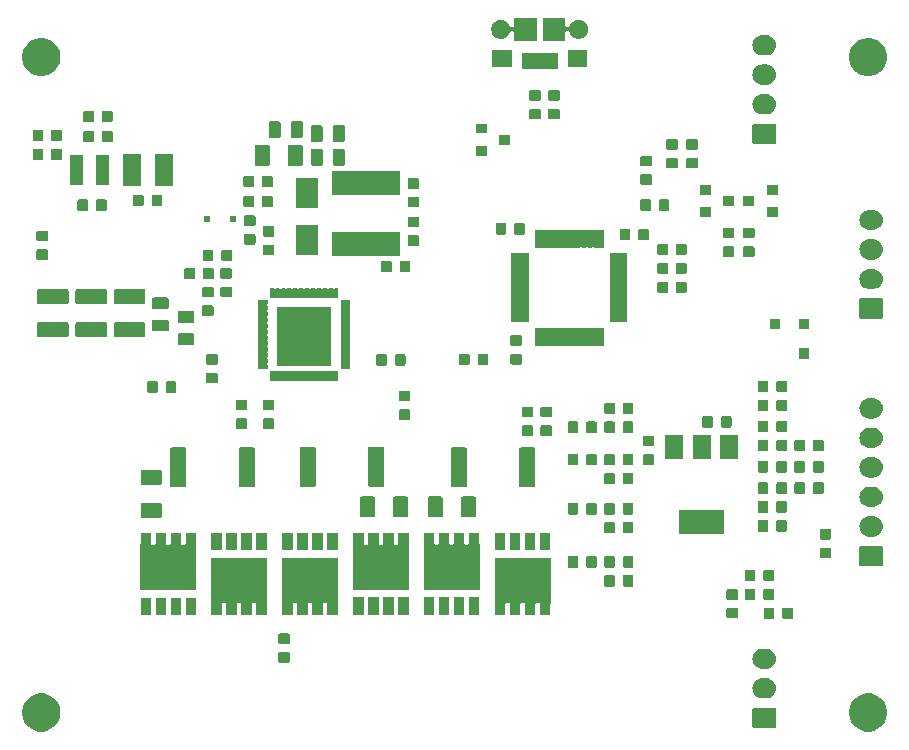
<source format=gbr>
G04 #@! TF.GenerationSoftware,KiCad,Pcbnew,(5.1.2)-2*
G04 #@! TF.CreationDate,2020-04-08T13:50:03-07:00*
G04 #@! TF.ProjectId,flatmcu,666c6174-6d63-4752-9e6b-696361645f70,rev?*
G04 #@! TF.SameCoordinates,PX1312d00PY1312d00*
G04 #@! TF.FileFunction,Soldermask,Top*
G04 #@! TF.FilePolarity,Negative*
%FSLAX46Y46*%
G04 Gerber Fmt 4.6, Leading zero omitted, Abs format (unit mm)*
G04 Created by KiCad (PCBNEW (5.1.2)-2) date 2020-04-08 13:50:03*
%MOMM*%
%LPD*%
G04 APERTURE LIST*
%ADD10C,0.100000*%
G04 APERTURE END LIST*
D10*
G36*
X79270407Y-62749275D02*
G01*
X79270409Y-62749276D01*
X79270410Y-62749276D01*
X79378825Y-62794183D01*
X79563900Y-62870844D01*
X79828036Y-63047334D01*
X80052666Y-63271964D01*
X80229156Y-63536100D01*
X80350725Y-63829593D01*
X80412700Y-64141163D01*
X80412700Y-64458837D01*
X80350725Y-64770407D01*
X80229156Y-65063900D01*
X80052666Y-65328036D01*
X79828036Y-65552666D01*
X79563900Y-65729156D01*
X79378825Y-65805817D01*
X79270410Y-65850724D01*
X79270409Y-65850724D01*
X79270407Y-65850725D01*
X78958837Y-65912700D01*
X78641163Y-65912700D01*
X78329593Y-65850725D01*
X78329591Y-65850724D01*
X78329590Y-65850724D01*
X78221175Y-65805817D01*
X78036100Y-65729156D01*
X77771964Y-65552666D01*
X77547334Y-65328036D01*
X77370844Y-65063900D01*
X77249275Y-64770407D01*
X77187300Y-64458837D01*
X77187300Y-64141163D01*
X77249275Y-63829593D01*
X77370844Y-63536100D01*
X77547334Y-63271964D01*
X77771964Y-63047334D01*
X78036100Y-62870844D01*
X78221175Y-62794183D01*
X78329590Y-62749276D01*
X78329591Y-62749276D01*
X78329593Y-62749275D01*
X78641163Y-62687300D01*
X78958837Y-62687300D01*
X79270407Y-62749275D01*
X79270407Y-62749275D01*
G37*
G36*
X9270407Y-62749275D02*
G01*
X9270409Y-62749276D01*
X9270410Y-62749276D01*
X9378825Y-62794183D01*
X9563900Y-62870844D01*
X9828036Y-63047334D01*
X10052666Y-63271964D01*
X10229156Y-63536100D01*
X10350725Y-63829593D01*
X10412700Y-64141163D01*
X10412700Y-64458837D01*
X10350725Y-64770407D01*
X10229156Y-65063900D01*
X10052666Y-65328036D01*
X9828036Y-65552666D01*
X9563900Y-65729156D01*
X9378825Y-65805817D01*
X9270410Y-65850724D01*
X9270409Y-65850724D01*
X9270407Y-65850725D01*
X8958837Y-65912700D01*
X8641163Y-65912700D01*
X8329593Y-65850725D01*
X8329591Y-65850724D01*
X8329590Y-65850724D01*
X8221175Y-65805817D01*
X8036100Y-65729156D01*
X7771964Y-65552666D01*
X7547334Y-65328036D01*
X7370844Y-65063900D01*
X7249275Y-64770407D01*
X7187300Y-64458837D01*
X7187300Y-64141163D01*
X7249275Y-63829593D01*
X7370844Y-63536100D01*
X7547334Y-63271964D01*
X7771964Y-63047334D01*
X8036100Y-62870844D01*
X8221175Y-62794183D01*
X8329590Y-62749276D01*
X8329591Y-62749276D01*
X8329593Y-62749275D01*
X8641163Y-62687300D01*
X8958837Y-62687300D01*
X9270407Y-62749275D01*
X9270407Y-62749275D01*
G37*
G36*
X70891522Y-63890496D02*
G01*
X70913725Y-63897231D01*
X70934183Y-63908166D01*
X70952116Y-63922884D01*
X70966834Y-63940817D01*
X70977769Y-63961275D01*
X70984504Y-63983478D01*
X70987700Y-64015926D01*
X70987700Y-65484074D01*
X70984504Y-65516522D01*
X70977769Y-65538725D01*
X70966834Y-65559183D01*
X70952116Y-65577116D01*
X70934183Y-65591834D01*
X70913725Y-65602769D01*
X70891522Y-65609504D01*
X70859074Y-65612700D01*
X69140926Y-65612700D01*
X69108478Y-65609504D01*
X69086275Y-65602769D01*
X69065817Y-65591834D01*
X69047884Y-65577116D01*
X69033166Y-65559183D01*
X69022231Y-65538725D01*
X69015496Y-65516522D01*
X69012300Y-65484074D01*
X69012300Y-64015926D01*
X69015496Y-63983478D01*
X69022231Y-63961275D01*
X69033166Y-63940817D01*
X69047884Y-63922884D01*
X69065817Y-63908166D01*
X69086275Y-63897231D01*
X69108478Y-63890496D01*
X69140926Y-63887300D01*
X70859074Y-63887300D01*
X70891522Y-63890496D01*
X70891522Y-63890496D01*
G37*
G36*
X70294119Y-61399783D02*
G01*
X70456738Y-61449113D01*
X70606609Y-61529221D01*
X70737972Y-61637028D01*
X70845779Y-61768391D01*
X70925887Y-61918262D01*
X70975217Y-62080881D01*
X70991874Y-62250000D01*
X70975217Y-62419119D01*
X70925887Y-62581738D01*
X70845779Y-62731609D01*
X70737972Y-62862972D01*
X70606609Y-62970779D01*
X70456738Y-63050887D01*
X70294119Y-63100217D01*
X70167379Y-63112700D01*
X69832621Y-63112700D01*
X69705881Y-63100217D01*
X69543262Y-63050887D01*
X69393391Y-62970779D01*
X69262028Y-62862972D01*
X69154221Y-62731609D01*
X69074113Y-62581738D01*
X69024783Y-62419119D01*
X69008126Y-62250000D01*
X69024783Y-62080881D01*
X69074113Y-61918262D01*
X69154221Y-61768391D01*
X69262028Y-61637028D01*
X69393391Y-61529221D01*
X69543262Y-61449113D01*
X69705881Y-61399783D01*
X69832621Y-61387300D01*
X70167379Y-61387300D01*
X70294119Y-61399783D01*
X70294119Y-61399783D01*
G37*
G36*
X70294119Y-58899783D02*
G01*
X70456738Y-58949113D01*
X70606609Y-59029221D01*
X70737972Y-59137028D01*
X70845779Y-59268391D01*
X70925887Y-59418262D01*
X70975217Y-59580881D01*
X70991874Y-59750000D01*
X70975217Y-59919119D01*
X70925887Y-60081738D01*
X70845779Y-60231609D01*
X70737972Y-60362972D01*
X70606609Y-60470779D01*
X70456738Y-60550887D01*
X70294119Y-60600217D01*
X70167379Y-60612700D01*
X69832621Y-60612700D01*
X69705881Y-60600217D01*
X69543262Y-60550887D01*
X69393391Y-60470779D01*
X69262028Y-60362972D01*
X69154221Y-60231609D01*
X69074113Y-60081738D01*
X69024783Y-59919119D01*
X69008126Y-59750000D01*
X69024783Y-59580881D01*
X69074113Y-59418262D01*
X69154221Y-59268391D01*
X69262028Y-59137028D01*
X69393391Y-59029221D01*
X69543262Y-58949113D01*
X69705881Y-58899783D01*
X69832621Y-58887300D01*
X70167379Y-58887300D01*
X70294119Y-58899783D01*
X70294119Y-58899783D01*
G37*
G36*
X29733003Y-59190699D02*
G01*
X29757189Y-59198036D01*
X29779476Y-59209949D01*
X29799016Y-59225984D01*
X29815051Y-59245524D01*
X29826964Y-59267811D01*
X29834301Y-59291997D01*
X29837700Y-59326510D01*
X29837700Y-59948490D01*
X29834301Y-59983003D01*
X29826964Y-60007189D01*
X29815051Y-60029476D01*
X29799016Y-60049016D01*
X29779476Y-60065051D01*
X29757189Y-60076964D01*
X29733003Y-60084301D01*
X29698490Y-60087700D01*
X29001510Y-60087700D01*
X28966997Y-60084301D01*
X28942811Y-60076964D01*
X28920524Y-60065051D01*
X28900984Y-60049016D01*
X28884949Y-60029476D01*
X28873036Y-60007189D01*
X28865699Y-59983003D01*
X28862300Y-59948490D01*
X28862300Y-59326510D01*
X28865699Y-59291997D01*
X28873036Y-59267811D01*
X28884949Y-59245524D01*
X28900984Y-59225984D01*
X28920524Y-59209949D01*
X28942811Y-59198036D01*
X28966997Y-59190699D01*
X29001510Y-59187300D01*
X29698490Y-59187300D01*
X29733003Y-59190699D01*
X29733003Y-59190699D01*
G37*
G36*
X29733003Y-57615699D02*
G01*
X29757189Y-57623036D01*
X29779476Y-57634949D01*
X29799016Y-57650984D01*
X29815051Y-57670524D01*
X29826964Y-57692811D01*
X29834301Y-57716997D01*
X29837700Y-57751510D01*
X29837700Y-58373490D01*
X29834301Y-58408003D01*
X29826964Y-58432189D01*
X29815051Y-58454476D01*
X29799016Y-58474016D01*
X29779476Y-58490051D01*
X29757189Y-58501964D01*
X29733003Y-58509301D01*
X29698490Y-58512700D01*
X29001510Y-58512700D01*
X28966997Y-58509301D01*
X28942811Y-58501964D01*
X28920524Y-58490051D01*
X28900984Y-58474016D01*
X28884949Y-58454476D01*
X28873036Y-58432189D01*
X28865699Y-58408003D01*
X28862300Y-58373490D01*
X28862300Y-57751510D01*
X28865699Y-57716997D01*
X28873036Y-57692811D01*
X28884949Y-57670524D01*
X28900984Y-57650984D01*
X28920524Y-57634949D01*
X28942811Y-57623036D01*
X28966997Y-57615699D01*
X29001510Y-57612300D01*
X29698490Y-57612300D01*
X29733003Y-57615699D01*
X29733003Y-57615699D01*
G37*
G36*
X72333003Y-55415699D02*
G01*
X72357189Y-55423036D01*
X72379476Y-55434949D01*
X72399016Y-55450984D01*
X72415051Y-55470524D01*
X72426964Y-55492811D01*
X72434301Y-55516997D01*
X72437700Y-55551510D01*
X72437700Y-56248490D01*
X72434301Y-56283003D01*
X72426964Y-56307189D01*
X72415051Y-56329476D01*
X72399016Y-56349016D01*
X72379476Y-56365051D01*
X72357189Y-56376964D01*
X72333003Y-56384301D01*
X72298490Y-56387700D01*
X71676510Y-56387700D01*
X71641997Y-56384301D01*
X71617811Y-56376964D01*
X71595524Y-56365051D01*
X71575984Y-56349016D01*
X71559949Y-56329476D01*
X71548036Y-56307189D01*
X71540699Y-56283003D01*
X71537300Y-56248490D01*
X71537300Y-55551510D01*
X71540699Y-55516997D01*
X71548036Y-55492811D01*
X71559949Y-55470524D01*
X71575984Y-55450984D01*
X71595524Y-55434949D01*
X71617811Y-55423036D01*
X71641997Y-55415699D01*
X71676510Y-55412300D01*
X72298490Y-55412300D01*
X72333003Y-55415699D01*
X72333003Y-55415699D01*
G37*
G36*
X70758003Y-55415699D02*
G01*
X70782189Y-55423036D01*
X70804476Y-55434949D01*
X70824016Y-55450984D01*
X70840051Y-55470524D01*
X70851964Y-55492811D01*
X70859301Y-55516997D01*
X70862700Y-55551510D01*
X70862700Y-56248490D01*
X70859301Y-56283003D01*
X70851964Y-56307189D01*
X70840051Y-56329476D01*
X70824016Y-56349016D01*
X70804476Y-56365051D01*
X70782189Y-56376964D01*
X70758003Y-56384301D01*
X70723490Y-56387700D01*
X70101510Y-56387700D01*
X70066997Y-56384301D01*
X70042811Y-56376964D01*
X70020524Y-56365051D01*
X70000984Y-56349016D01*
X69984949Y-56329476D01*
X69973036Y-56307189D01*
X69965699Y-56283003D01*
X69962300Y-56248490D01*
X69962300Y-55551510D01*
X69965699Y-55516997D01*
X69973036Y-55492811D01*
X69984949Y-55470524D01*
X70000984Y-55450984D01*
X70020524Y-55434949D01*
X70042811Y-55423036D01*
X70066997Y-55415699D01*
X70101510Y-55412300D01*
X70723490Y-55412300D01*
X70758003Y-55415699D01*
X70758003Y-55415699D01*
G37*
G36*
X67683003Y-55440699D02*
G01*
X67707189Y-55448036D01*
X67729476Y-55459949D01*
X67749016Y-55475984D01*
X67765051Y-55495524D01*
X67776964Y-55517811D01*
X67784301Y-55541997D01*
X67787700Y-55576510D01*
X67787700Y-56198490D01*
X67784301Y-56233003D01*
X67776964Y-56257189D01*
X67765051Y-56279476D01*
X67749016Y-56299016D01*
X67729476Y-56315051D01*
X67707189Y-56326964D01*
X67683003Y-56334301D01*
X67648490Y-56337700D01*
X66951510Y-56337700D01*
X66916997Y-56334301D01*
X66892811Y-56326964D01*
X66870524Y-56315051D01*
X66850984Y-56299016D01*
X66834949Y-56279476D01*
X66823036Y-56257189D01*
X66815699Y-56233003D01*
X66812300Y-56198490D01*
X66812300Y-55576510D01*
X66815699Y-55541997D01*
X66823036Y-55517811D01*
X66834949Y-55495524D01*
X66850984Y-55475984D01*
X66870524Y-55459949D01*
X66892811Y-55448036D01*
X66916997Y-55440699D01*
X66951510Y-55437300D01*
X67648490Y-55437300D01*
X67683003Y-55440699D01*
X67683003Y-55440699D01*
G37*
G36*
X20622700Y-56087700D02*
G01*
X19747300Y-56087700D01*
X19747300Y-54612300D01*
X20622700Y-54612300D01*
X20622700Y-56087700D01*
X20622700Y-56087700D01*
G37*
G36*
X21892700Y-56087700D02*
G01*
X21017300Y-56087700D01*
X21017300Y-54612300D01*
X21892700Y-54612300D01*
X21892700Y-56087700D01*
X21892700Y-56087700D01*
G37*
G36*
X18082700Y-56087700D02*
G01*
X17207300Y-56087700D01*
X17207300Y-54612300D01*
X18082700Y-54612300D01*
X18082700Y-56087700D01*
X18082700Y-56087700D01*
G37*
G36*
X19352700Y-56087700D02*
G01*
X18477300Y-56087700D01*
X18477300Y-54612300D01*
X19352700Y-54612300D01*
X19352700Y-56087700D01*
X19352700Y-56087700D01*
G37*
G36*
X51912700Y-55095010D02*
G01*
X51907201Y-55105298D01*
X51896360Y-55141034D01*
X51892700Y-55178199D01*
X51892700Y-56037700D01*
X51017300Y-56037700D01*
X51017300Y-55178199D01*
X51013640Y-55141034D01*
X51002799Y-55105298D01*
X50985195Y-55072363D01*
X50961504Y-55043496D01*
X50932637Y-55019805D01*
X50899702Y-55002201D01*
X50863966Y-54991360D01*
X50826801Y-54987700D01*
X50813199Y-54987700D01*
X50776034Y-54991360D01*
X50740298Y-55002201D01*
X50707363Y-55019805D01*
X50678496Y-55043496D01*
X50654805Y-55072363D01*
X50637201Y-55105298D01*
X50626360Y-55141034D01*
X50622700Y-55178199D01*
X50622700Y-56037700D01*
X49747300Y-56037700D01*
X49747300Y-55178199D01*
X49743640Y-55141034D01*
X49732799Y-55105298D01*
X49715195Y-55072363D01*
X49691504Y-55043496D01*
X49662637Y-55019805D01*
X49629702Y-55002201D01*
X49593966Y-54991360D01*
X49556801Y-54987700D01*
X49543199Y-54987700D01*
X49506034Y-54991360D01*
X49470298Y-55002201D01*
X49437363Y-55019805D01*
X49408496Y-55043496D01*
X49384805Y-55072363D01*
X49367201Y-55105298D01*
X49356360Y-55141034D01*
X49352700Y-55178199D01*
X49352700Y-56037700D01*
X48477300Y-56037700D01*
X48477300Y-55178199D01*
X48473640Y-55141034D01*
X48462799Y-55105298D01*
X48445195Y-55072363D01*
X48421504Y-55043496D01*
X48392637Y-55019805D01*
X48359702Y-55002201D01*
X48323966Y-54991360D01*
X48286801Y-54987700D01*
X48273199Y-54987700D01*
X48236034Y-54991360D01*
X48200298Y-55002201D01*
X48167363Y-55019805D01*
X48138496Y-55043496D01*
X48114805Y-55072363D01*
X48097201Y-55105298D01*
X48086360Y-55141034D01*
X48082700Y-55178199D01*
X48082700Y-56037700D01*
X47207300Y-56037700D01*
X47207300Y-55178199D01*
X47203640Y-55141034D01*
X47192799Y-55105298D01*
X47187300Y-55095010D01*
X47187300Y-51212300D01*
X51912700Y-51212300D01*
X51912700Y-55095010D01*
X51912700Y-55095010D01*
G37*
G36*
X43352700Y-56037700D02*
G01*
X42477300Y-56037700D01*
X42477300Y-54562300D01*
X43352700Y-54562300D01*
X43352700Y-56037700D01*
X43352700Y-56037700D01*
G37*
G36*
X44622700Y-56037700D02*
G01*
X43747300Y-56037700D01*
X43747300Y-54562300D01*
X44622700Y-54562300D01*
X44622700Y-56037700D01*
X44622700Y-56037700D01*
G37*
G36*
X45892700Y-56037700D02*
G01*
X45017300Y-56037700D01*
X45017300Y-54562300D01*
X45892700Y-54562300D01*
X45892700Y-56037700D01*
X45892700Y-56037700D01*
G37*
G36*
X33912700Y-55095010D02*
G01*
X33907201Y-55105298D01*
X33896360Y-55141034D01*
X33892700Y-55178199D01*
X33892700Y-56037700D01*
X33017300Y-56037700D01*
X33017300Y-55178199D01*
X33013640Y-55141034D01*
X33002799Y-55105298D01*
X32985195Y-55072363D01*
X32961504Y-55043496D01*
X32932637Y-55019805D01*
X32899702Y-55002201D01*
X32863966Y-54991360D01*
X32826801Y-54987700D01*
X32813199Y-54987700D01*
X32776034Y-54991360D01*
X32740298Y-55002201D01*
X32707363Y-55019805D01*
X32678496Y-55043496D01*
X32654805Y-55072363D01*
X32637201Y-55105298D01*
X32626360Y-55141034D01*
X32622700Y-55178199D01*
X32622700Y-56037700D01*
X31747300Y-56037700D01*
X31747300Y-55178199D01*
X31743640Y-55141034D01*
X31732799Y-55105298D01*
X31715195Y-55072363D01*
X31691504Y-55043496D01*
X31662637Y-55019805D01*
X31629702Y-55002201D01*
X31593966Y-54991360D01*
X31556801Y-54987700D01*
X31543199Y-54987700D01*
X31506034Y-54991360D01*
X31470298Y-55002201D01*
X31437363Y-55019805D01*
X31408496Y-55043496D01*
X31384805Y-55072363D01*
X31367201Y-55105298D01*
X31356360Y-55141034D01*
X31352700Y-55178199D01*
X31352700Y-56037700D01*
X30477300Y-56037700D01*
X30477300Y-55178199D01*
X30473640Y-55141034D01*
X30462799Y-55105298D01*
X30445195Y-55072363D01*
X30421504Y-55043496D01*
X30392637Y-55019805D01*
X30359702Y-55002201D01*
X30323966Y-54991360D01*
X30286801Y-54987700D01*
X30273199Y-54987700D01*
X30236034Y-54991360D01*
X30200298Y-55002201D01*
X30167363Y-55019805D01*
X30138496Y-55043496D01*
X30114805Y-55072363D01*
X30097201Y-55105298D01*
X30086360Y-55141034D01*
X30082700Y-55178199D01*
X30082700Y-56037700D01*
X29207300Y-56037700D01*
X29207300Y-55178199D01*
X29203640Y-55141034D01*
X29192799Y-55105298D01*
X29187300Y-55095010D01*
X29187300Y-51212300D01*
X33912700Y-51212300D01*
X33912700Y-55095010D01*
X33912700Y-55095010D01*
G37*
G36*
X36082700Y-56037700D02*
G01*
X35207300Y-56037700D01*
X35207300Y-54562300D01*
X36082700Y-54562300D01*
X36082700Y-56037700D01*
X36082700Y-56037700D01*
G37*
G36*
X37352700Y-56037700D02*
G01*
X36477300Y-56037700D01*
X36477300Y-54562300D01*
X37352700Y-54562300D01*
X37352700Y-56037700D01*
X37352700Y-56037700D01*
G37*
G36*
X38622700Y-56037700D02*
G01*
X37747300Y-56037700D01*
X37747300Y-54562300D01*
X38622700Y-54562300D01*
X38622700Y-56037700D01*
X38622700Y-56037700D01*
G37*
G36*
X39892700Y-56037700D02*
G01*
X39017300Y-56037700D01*
X39017300Y-54562300D01*
X39892700Y-54562300D01*
X39892700Y-56037700D01*
X39892700Y-56037700D01*
G37*
G36*
X42082700Y-56037700D02*
G01*
X41207300Y-56037700D01*
X41207300Y-54562300D01*
X42082700Y-54562300D01*
X42082700Y-56037700D01*
X42082700Y-56037700D01*
G37*
G36*
X27912700Y-55095010D02*
G01*
X27907201Y-55105298D01*
X27896360Y-55141034D01*
X27892700Y-55178199D01*
X27892700Y-56037700D01*
X27017300Y-56037700D01*
X27017300Y-55178199D01*
X27013640Y-55141034D01*
X27002799Y-55105298D01*
X26985195Y-55072363D01*
X26961504Y-55043496D01*
X26932637Y-55019805D01*
X26899702Y-55002201D01*
X26863966Y-54991360D01*
X26826801Y-54987700D01*
X26813199Y-54987700D01*
X26776034Y-54991360D01*
X26740298Y-55002201D01*
X26707363Y-55019805D01*
X26678496Y-55043496D01*
X26654805Y-55072363D01*
X26637201Y-55105298D01*
X26626360Y-55141034D01*
X26622700Y-55178199D01*
X26622700Y-56037700D01*
X25747300Y-56037700D01*
X25747300Y-55178199D01*
X25743640Y-55141034D01*
X25732799Y-55105298D01*
X25715195Y-55072363D01*
X25691504Y-55043496D01*
X25662637Y-55019805D01*
X25629702Y-55002201D01*
X25593966Y-54991360D01*
X25556801Y-54987700D01*
X25543199Y-54987700D01*
X25506034Y-54991360D01*
X25470298Y-55002201D01*
X25437363Y-55019805D01*
X25408496Y-55043496D01*
X25384805Y-55072363D01*
X25367201Y-55105298D01*
X25356360Y-55141034D01*
X25352700Y-55178199D01*
X25352700Y-56037700D01*
X24477300Y-56037700D01*
X24477300Y-55178199D01*
X24473640Y-55141034D01*
X24462799Y-55105298D01*
X24445195Y-55072363D01*
X24421504Y-55043496D01*
X24392637Y-55019805D01*
X24359702Y-55002201D01*
X24323966Y-54991360D01*
X24286801Y-54987700D01*
X24273199Y-54987700D01*
X24236034Y-54991360D01*
X24200298Y-55002201D01*
X24167363Y-55019805D01*
X24138496Y-55043496D01*
X24114805Y-55072363D01*
X24097201Y-55105298D01*
X24086360Y-55141034D01*
X24082700Y-55178199D01*
X24082700Y-56037700D01*
X23207300Y-56037700D01*
X23207300Y-55178199D01*
X23203640Y-55141034D01*
X23192799Y-55105298D01*
X23187300Y-55095010D01*
X23187300Y-51212300D01*
X27912700Y-51212300D01*
X27912700Y-55095010D01*
X27912700Y-55095010D01*
G37*
G36*
X70733003Y-53815699D02*
G01*
X70757189Y-53823036D01*
X70779476Y-53834949D01*
X70799016Y-53850984D01*
X70815051Y-53870524D01*
X70826964Y-53892811D01*
X70834301Y-53916997D01*
X70837700Y-53951510D01*
X70837700Y-54648490D01*
X70834301Y-54683003D01*
X70826964Y-54707189D01*
X70815051Y-54729476D01*
X70799016Y-54749016D01*
X70779476Y-54765051D01*
X70757189Y-54776964D01*
X70733003Y-54784301D01*
X70698490Y-54787700D01*
X70076510Y-54787700D01*
X70041997Y-54784301D01*
X70017811Y-54776964D01*
X69995524Y-54765051D01*
X69975984Y-54749016D01*
X69959949Y-54729476D01*
X69948036Y-54707189D01*
X69940699Y-54683003D01*
X69937300Y-54648490D01*
X69937300Y-53951510D01*
X69940699Y-53916997D01*
X69948036Y-53892811D01*
X69959949Y-53870524D01*
X69975984Y-53850984D01*
X69995524Y-53834949D01*
X70017811Y-53823036D01*
X70041997Y-53815699D01*
X70076510Y-53812300D01*
X70698490Y-53812300D01*
X70733003Y-53815699D01*
X70733003Y-53815699D01*
G37*
G36*
X69158003Y-53815699D02*
G01*
X69182189Y-53823036D01*
X69204476Y-53834949D01*
X69224016Y-53850984D01*
X69240051Y-53870524D01*
X69251964Y-53892811D01*
X69259301Y-53916997D01*
X69262700Y-53951510D01*
X69262700Y-54648490D01*
X69259301Y-54683003D01*
X69251964Y-54707189D01*
X69240051Y-54729476D01*
X69224016Y-54749016D01*
X69204476Y-54765051D01*
X69182189Y-54776964D01*
X69158003Y-54784301D01*
X69123490Y-54787700D01*
X68501510Y-54787700D01*
X68466997Y-54784301D01*
X68442811Y-54776964D01*
X68420524Y-54765051D01*
X68400984Y-54749016D01*
X68384949Y-54729476D01*
X68373036Y-54707189D01*
X68365699Y-54683003D01*
X68362300Y-54648490D01*
X68362300Y-53951510D01*
X68365699Y-53916997D01*
X68373036Y-53892811D01*
X68384949Y-53870524D01*
X68400984Y-53850984D01*
X68420524Y-53834949D01*
X68442811Y-53823036D01*
X68466997Y-53815699D01*
X68501510Y-53812300D01*
X69123490Y-53812300D01*
X69158003Y-53815699D01*
X69158003Y-53815699D01*
G37*
G36*
X67683003Y-53865699D02*
G01*
X67707189Y-53873036D01*
X67729476Y-53884949D01*
X67749016Y-53900984D01*
X67765051Y-53920524D01*
X67776964Y-53942811D01*
X67784301Y-53966997D01*
X67787700Y-54001510D01*
X67787700Y-54623490D01*
X67784301Y-54658003D01*
X67776964Y-54682189D01*
X67765051Y-54704476D01*
X67749016Y-54724016D01*
X67729476Y-54740051D01*
X67707189Y-54751964D01*
X67683003Y-54759301D01*
X67648490Y-54762700D01*
X66951510Y-54762700D01*
X66916997Y-54759301D01*
X66892811Y-54751964D01*
X66870524Y-54740051D01*
X66850984Y-54724016D01*
X66834949Y-54704476D01*
X66823036Y-54682189D01*
X66815699Y-54658003D01*
X66812300Y-54623490D01*
X66812300Y-54001510D01*
X66815699Y-53966997D01*
X66823036Y-53942811D01*
X66834949Y-53920524D01*
X66850984Y-53900984D01*
X66870524Y-53884949D01*
X66892811Y-53873036D01*
X66916997Y-53865699D01*
X66951510Y-53862300D01*
X67648490Y-53862300D01*
X67683003Y-53865699D01*
X67683003Y-53865699D01*
G37*
G36*
X18082700Y-49971801D02*
G01*
X18086360Y-50008966D01*
X18097201Y-50044702D01*
X18114805Y-50077637D01*
X18138496Y-50106504D01*
X18167363Y-50130195D01*
X18200298Y-50147799D01*
X18236034Y-50158640D01*
X18273199Y-50162300D01*
X18286801Y-50162300D01*
X18323966Y-50158640D01*
X18359702Y-50147799D01*
X18392637Y-50130195D01*
X18421504Y-50106504D01*
X18445195Y-50077637D01*
X18462799Y-50044702D01*
X18473640Y-50008966D01*
X18477300Y-49971801D01*
X18477300Y-49112300D01*
X19352700Y-49112300D01*
X19352700Y-49971801D01*
X19356360Y-50008966D01*
X19367201Y-50044702D01*
X19384805Y-50077637D01*
X19408496Y-50106504D01*
X19437363Y-50130195D01*
X19470298Y-50147799D01*
X19506034Y-50158640D01*
X19543199Y-50162300D01*
X19556801Y-50162300D01*
X19593966Y-50158640D01*
X19629702Y-50147799D01*
X19662637Y-50130195D01*
X19691504Y-50106504D01*
X19715195Y-50077637D01*
X19732799Y-50044702D01*
X19743640Y-50008966D01*
X19747300Y-49971801D01*
X19747300Y-49112300D01*
X20622700Y-49112300D01*
X20622700Y-49971801D01*
X20626360Y-50008966D01*
X20637201Y-50044702D01*
X20654805Y-50077637D01*
X20678496Y-50106504D01*
X20707363Y-50130195D01*
X20740298Y-50147799D01*
X20776034Y-50158640D01*
X20813199Y-50162300D01*
X20826801Y-50162300D01*
X20863966Y-50158640D01*
X20899702Y-50147799D01*
X20932637Y-50130195D01*
X20961504Y-50106504D01*
X20985195Y-50077637D01*
X21002799Y-50044702D01*
X21013640Y-50008966D01*
X21017300Y-49971801D01*
X21017300Y-49112300D01*
X21892700Y-49112300D01*
X21892700Y-49971801D01*
X21896360Y-50008966D01*
X21907201Y-50044702D01*
X21912700Y-50054990D01*
X21912700Y-53937700D01*
X17187300Y-53937700D01*
X17187300Y-50054990D01*
X17192799Y-50044702D01*
X17203640Y-50008966D01*
X17207300Y-49971801D01*
X17207300Y-49112300D01*
X18082700Y-49112300D01*
X18082700Y-49971801D01*
X18082700Y-49971801D01*
G37*
G36*
X42082700Y-49921801D02*
G01*
X42086360Y-49958966D01*
X42097201Y-49994702D01*
X42114805Y-50027637D01*
X42138496Y-50056504D01*
X42167363Y-50080195D01*
X42200298Y-50097799D01*
X42236034Y-50108640D01*
X42273199Y-50112300D01*
X42286801Y-50112300D01*
X42323966Y-50108640D01*
X42359702Y-50097799D01*
X42392637Y-50080195D01*
X42421504Y-50056504D01*
X42445195Y-50027637D01*
X42462799Y-49994702D01*
X42473640Y-49958966D01*
X42477300Y-49921801D01*
X42477300Y-49062300D01*
X43352700Y-49062300D01*
X43352700Y-49921801D01*
X43356360Y-49958966D01*
X43367201Y-49994702D01*
X43384805Y-50027637D01*
X43408496Y-50056504D01*
X43437363Y-50080195D01*
X43470298Y-50097799D01*
X43506034Y-50108640D01*
X43543199Y-50112300D01*
X43556801Y-50112300D01*
X43593966Y-50108640D01*
X43629702Y-50097799D01*
X43662637Y-50080195D01*
X43691504Y-50056504D01*
X43715195Y-50027637D01*
X43732799Y-49994702D01*
X43743640Y-49958966D01*
X43747300Y-49921801D01*
X43747300Y-49062300D01*
X44622700Y-49062300D01*
X44622700Y-49921801D01*
X44626360Y-49958966D01*
X44637201Y-49994702D01*
X44654805Y-50027637D01*
X44678496Y-50056504D01*
X44707363Y-50080195D01*
X44740298Y-50097799D01*
X44776034Y-50108640D01*
X44813199Y-50112300D01*
X44826801Y-50112300D01*
X44863966Y-50108640D01*
X44899702Y-50097799D01*
X44932637Y-50080195D01*
X44961504Y-50056504D01*
X44985195Y-50027637D01*
X45002799Y-49994702D01*
X45013640Y-49958966D01*
X45017300Y-49921801D01*
X45017300Y-49062300D01*
X45892700Y-49062300D01*
X45892700Y-49921801D01*
X45896360Y-49958966D01*
X45907201Y-49994702D01*
X45912700Y-50004990D01*
X45912700Y-53887700D01*
X41187300Y-53887700D01*
X41187300Y-50004990D01*
X41192799Y-49994702D01*
X41203640Y-49958966D01*
X41207300Y-49921801D01*
X41207300Y-49062300D01*
X42082700Y-49062300D01*
X42082700Y-49921801D01*
X42082700Y-49921801D01*
G37*
G36*
X36082700Y-49921801D02*
G01*
X36086360Y-49958966D01*
X36097201Y-49994702D01*
X36114805Y-50027637D01*
X36138496Y-50056504D01*
X36167363Y-50080195D01*
X36200298Y-50097799D01*
X36236034Y-50108640D01*
X36273199Y-50112300D01*
X36286801Y-50112300D01*
X36323966Y-50108640D01*
X36359702Y-50097799D01*
X36392637Y-50080195D01*
X36421504Y-50056504D01*
X36445195Y-50027637D01*
X36462799Y-49994702D01*
X36473640Y-49958966D01*
X36477300Y-49921801D01*
X36477300Y-49062300D01*
X37352700Y-49062300D01*
X37352700Y-49921801D01*
X37356360Y-49958966D01*
X37367201Y-49994702D01*
X37384805Y-50027637D01*
X37408496Y-50056504D01*
X37437363Y-50080195D01*
X37470298Y-50097799D01*
X37506034Y-50108640D01*
X37543199Y-50112300D01*
X37556801Y-50112300D01*
X37593966Y-50108640D01*
X37629702Y-50097799D01*
X37662637Y-50080195D01*
X37691504Y-50056504D01*
X37715195Y-50027637D01*
X37732799Y-49994702D01*
X37743640Y-49958966D01*
X37747300Y-49921801D01*
X37747300Y-49062300D01*
X38622700Y-49062300D01*
X38622700Y-49921801D01*
X38626360Y-49958966D01*
X38637201Y-49994702D01*
X38654805Y-50027637D01*
X38678496Y-50056504D01*
X38707363Y-50080195D01*
X38740298Y-50097799D01*
X38776034Y-50108640D01*
X38813199Y-50112300D01*
X38826801Y-50112300D01*
X38863966Y-50108640D01*
X38899702Y-50097799D01*
X38932637Y-50080195D01*
X38961504Y-50056504D01*
X38985195Y-50027637D01*
X39002799Y-49994702D01*
X39013640Y-49958966D01*
X39017300Y-49921801D01*
X39017300Y-49062300D01*
X39892700Y-49062300D01*
X39892700Y-49921801D01*
X39896360Y-49958966D01*
X39907201Y-49994702D01*
X39912700Y-50004990D01*
X39912700Y-53887700D01*
X35187300Y-53887700D01*
X35187300Y-50004990D01*
X35192799Y-49994702D01*
X35203640Y-49958966D01*
X35207300Y-49921801D01*
X35207300Y-49062300D01*
X36082700Y-49062300D01*
X36082700Y-49921801D01*
X36082700Y-49921801D01*
G37*
G36*
X57258003Y-52665699D02*
G01*
X57282189Y-52673036D01*
X57304476Y-52684949D01*
X57324016Y-52700984D01*
X57340051Y-52720524D01*
X57351964Y-52742811D01*
X57359301Y-52766997D01*
X57362700Y-52801510D01*
X57362700Y-53498490D01*
X57359301Y-53533003D01*
X57351964Y-53557189D01*
X57340051Y-53579476D01*
X57324016Y-53599016D01*
X57304476Y-53615051D01*
X57282189Y-53626964D01*
X57258003Y-53634301D01*
X57223490Y-53637700D01*
X56601510Y-53637700D01*
X56566997Y-53634301D01*
X56542811Y-53626964D01*
X56520524Y-53615051D01*
X56500984Y-53599016D01*
X56484949Y-53579476D01*
X56473036Y-53557189D01*
X56465699Y-53533003D01*
X56462300Y-53498490D01*
X56462300Y-52801510D01*
X56465699Y-52766997D01*
X56473036Y-52742811D01*
X56484949Y-52720524D01*
X56500984Y-52700984D01*
X56520524Y-52684949D01*
X56542811Y-52673036D01*
X56566997Y-52665699D01*
X56601510Y-52662300D01*
X57223490Y-52662300D01*
X57258003Y-52665699D01*
X57258003Y-52665699D01*
G37*
G36*
X58833003Y-52665699D02*
G01*
X58857189Y-52673036D01*
X58879476Y-52684949D01*
X58899016Y-52700984D01*
X58915051Y-52720524D01*
X58926964Y-52742811D01*
X58934301Y-52766997D01*
X58937700Y-52801510D01*
X58937700Y-53498490D01*
X58934301Y-53533003D01*
X58926964Y-53557189D01*
X58915051Y-53579476D01*
X58899016Y-53599016D01*
X58879476Y-53615051D01*
X58857189Y-53626964D01*
X58833003Y-53634301D01*
X58798490Y-53637700D01*
X58176510Y-53637700D01*
X58141997Y-53634301D01*
X58117811Y-53626964D01*
X58095524Y-53615051D01*
X58075984Y-53599016D01*
X58059949Y-53579476D01*
X58048036Y-53557189D01*
X58040699Y-53533003D01*
X58037300Y-53498490D01*
X58037300Y-52801510D01*
X58040699Y-52766997D01*
X58048036Y-52742811D01*
X58059949Y-52720524D01*
X58075984Y-52700984D01*
X58095524Y-52684949D01*
X58117811Y-52673036D01*
X58141997Y-52665699D01*
X58176510Y-52662300D01*
X58798490Y-52662300D01*
X58833003Y-52665699D01*
X58833003Y-52665699D01*
G37*
G36*
X70733003Y-52215699D02*
G01*
X70757189Y-52223036D01*
X70779476Y-52234949D01*
X70799016Y-52250984D01*
X70815051Y-52270524D01*
X70826964Y-52292811D01*
X70834301Y-52316997D01*
X70837700Y-52351510D01*
X70837700Y-53048490D01*
X70834301Y-53083003D01*
X70826964Y-53107189D01*
X70815051Y-53129476D01*
X70799016Y-53149016D01*
X70779476Y-53165051D01*
X70757189Y-53176964D01*
X70733003Y-53184301D01*
X70698490Y-53187700D01*
X70076510Y-53187700D01*
X70041997Y-53184301D01*
X70017811Y-53176964D01*
X69995524Y-53165051D01*
X69975984Y-53149016D01*
X69959949Y-53129476D01*
X69948036Y-53107189D01*
X69940699Y-53083003D01*
X69937300Y-53048490D01*
X69937300Y-52351510D01*
X69940699Y-52316997D01*
X69948036Y-52292811D01*
X69959949Y-52270524D01*
X69975984Y-52250984D01*
X69995524Y-52234949D01*
X70017811Y-52223036D01*
X70041997Y-52215699D01*
X70076510Y-52212300D01*
X70698490Y-52212300D01*
X70733003Y-52215699D01*
X70733003Y-52215699D01*
G37*
G36*
X69158003Y-52215699D02*
G01*
X69182189Y-52223036D01*
X69204476Y-52234949D01*
X69224016Y-52250984D01*
X69240051Y-52270524D01*
X69251964Y-52292811D01*
X69259301Y-52316997D01*
X69262700Y-52351510D01*
X69262700Y-53048490D01*
X69259301Y-53083003D01*
X69251964Y-53107189D01*
X69240051Y-53129476D01*
X69224016Y-53149016D01*
X69204476Y-53165051D01*
X69182189Y-53176964D01*
X69158003Y-53184301D01*
X69123490Y-53187700D01*
X68501510Y-53187700D01*
X68466997Y-53184301D01*
X68442811Y-53176964D01*
X68420524Y-53165051D01*
X68400984Y-53149016D01*
X68384949Y-53129476D01*
X68373036Y-53107189D01*
X68365699Y-53083003D01*
X68362300Y-53048490D01*
X68362300Y-52351510D01*
X68365699Y-52316997D01*
X68373036Y-52292811D01*
X68384949Y-52270524D01*
X68400984Y-52250984D01*
X68420524Y-52234949D01*
X68442811Y-52223036D01*
X68466997Y-52215699D01*
X68501510Y-52212300D01*
X69123490Y-52212300D01*
X69158003Y-52215699D01*
X69158003Y-52215699D01*
G37*
G36*
X54158003Y-51065699D02*
G01*
X54182189Y-51073036D01*
X54204476Y-51084949D01*
X54224016Y-51100984D01*
X54240051Y-51120524D01*
X54251964Y-51142811D01*
X54259301Y-51166997D01*
X54262700Y-51201510D01*
X54262700Y-51898490D01*
X54259301Y-51933003D01*
X54251964Y-51957189D01*
X54240051Y-51979476D01*
X54224016Y-51999016D01*
X54204476Y-52015051D01*
X54182189Y-52026964D01*
X54158003Y-52034301D01*
X54123490Y-52037700D01*
X53501510Y-52037700D01*
X53466997Y-52034301D01*
X53442811Y-52026964D01*
X53420524Y-52015051D01*
X53400984Y-51999016D01*
X53384949Y-51979476D01*
X53373036Y-51957189D01*
X53365699Y-51933003D01*
X53362300Y-51898490D01*
X53362300Y-51201510D01*
X53365699Y-51166997D01*
X53373036Y-51142811D01*
X53384949Y-51120524D01*
X53400984Y-51100984D01*
X53420524Y-51084949D01*
X53442811Y-51073036D01*
X53466997Y-51065699D01*
X53501510Y-51062300D01*
X54123490Y-51062300D01*
X54158003Y-51065699D01*
X54158003Y-51065699D01*
G37*
G36*
X55733003Y-51065699D02*
G01*
X55757189Y-51073036D01*
X55779476Y-51084949D01*
X55799016Y-51100984D01*
X55815051Y-51120524D01*
X55826964Y-51142811D01*
X55834301Y-51166997D01*
X55837700Y-51201510D01*
X55837700Y-51898490D01*
X55834301Y-51933003D01*
X55826964Y-51957189D01*
X55815051Y-51979476D01*
X55799016Y-51999016D01*
X55779476Y-52015051D01*
X55757189Y-52026964D01*
X55733003Y-52034301D01*
X55698490Y-52037700D01*
X55076510Y-52037700D01*
X55041997Y-52034301D01*
X55017811Y-52026964D01*
X54995524Y-52015051D01*
X54975984Y-51999016D01*
X54959949Y-51979476D01*
X54948036Y-51957189D01*
X54940699Y-51933003D01*
X54937300Y-51898490D01*
X54937300Y-51201510D01*
X54940699Y-51166997D01*
X54948036Y-51142811D01*
X54959949Y-51120524D01*
X54975984Y-51100984D01*
X54995524Y-51084949D01*
X55017811Y-51073036D01*
X55041997Y-51065699D01*
X55076510Y-51062300D01*
X55698490Y-51062300D01*
X55733003Y-51065699D01*
X55733003Y-51065699D01*
G37*
G36*
X58833003Y-51065699D02*
G01*
X58857189Y-51073036D01*
X58879476Y-51084949D01*
X58899016Y-51100984D01*
X58915051Y-51120524D01*
X58926964Y-51142811D01*
X58934301Y-51166997D01*
X58937700Y-51201510D01*
X58937700Y-51898490D01*
X58934301Y-51933003D01*
X58926964Y-51957189D01*
X58915051Y-51979476D01*
X58899016Y-51999016D01*
X58879476Y-52015051D01*
X58857189Y-52026964D01*
X58833003Y-52034301D01*
X58798490Y-52037700D01*
X58176510Y-52037700D01*
X58141997Y-52034301D01*
X58117811Y-52026964D01*
X58095524Y-52015051D01*
X58075984Y-51999016D01*
X58059949Y-51979476D01*
X58048036Y-51957189D01*
X58040699Y-51933003D01*
X58037300Y-51898490D01*
X58037300Y-51201510D01*
X58040699Y-51166997D01*
X58048036Y-51142811D01*
X58059949Y-51120524D01*
X58075984Y-51100984D01*
X58095524Y-51084949D01*
X58117811Y-51073036D01*
X58141997Y-51065699D01*
X58176510Y-51062300D01*
X58798490Y-51062300D01*
X58833003Y-51065699D01*
X58833003Y-51065699D01*
G37*
G36*
X57258003Y-51065699D02*
G01*
X57282189Y-51073036D01*
X57304476Y-51084949D01*
X57324016Y-51100984D01*
X57340051Y-51120524D01*
X57351964Y-51142811D01*
X57359301Y-51166997D01*
X57362700Y-51201510D01*
X57362700Y-51898490D01*
X57359301Y-51933003D01*
X57351964Y-51957189D01*
X57340051Y-51979476D01*
X57324016Y-51999016D01*
X57304476Y-52015051D01*
X57282189Y-52026964D01*
X57258003Y-52034301D01*
X57223490Y-52037700D01*
X56601510Y-52037700D01*
X56566997Y-52034301D01*
X56542811Y-52026964D01*
X56520524Y-52015051D01*
X56500984Y-51999016D01*
X56484949Y-51979476D01*
X56473036Y-51957189D01*
X56465699Y-51933003D01*
X56462300Y-51898490D01*
X56462300Y-51201510D01*
X56465699Y-51166997D01*
X56473036Y-51142811D01*
X56484949Y-51120524D01*
X56500984Y-51100984D01*
X56520524Y-51084949D01*
X56542811Y-51073036D01*
X56566997Y-51065699D01*
X56601510Y-51062300D01*
X57223490Y-51062300D01*
X57258003Y-51065699D01*
X57258003Y-51065699D01*
G37*
G36*
X79941522Y-50190496D02*
G01*
X79963725Y-50197231D01*
X79984183Y-50208166D01*
X80002116Y-50222884D01*
X80016834Y-50240817D01*
X80027769Y-50261275D01*
X80034504Y-50283478D01*
X80037700Y-50315926D01*
X80037700Y-51784074D01*
X80034504Y-51816522D01*
X80027769Y-51838725D01*
X80016834Y-51859183D01*
X80002116Y-51877116D01*
X79984183Y-51891834D01*
X79963725Y-51902769D01*
X79941522Y-51909504D01*
X79909074Y-51912700D01*
X78190926Y-51912700D01*
X78158478Y-51909504D01*
X78136275Y-51902769D01*
X78115817Y-51891834D01*
X78097884Y-51877116D01*
X78083166Y-51859183D01*
X78072231Y-51838725D01*
X78065496Y-51816522D01*
X78062300Y-51784074D01*
X78062300Y-50315926D01*
X78065496Y-50283478D01*
X78072231Y-50261275D01*
X78083166Y-50240817D01*
X78097884Y-50222884D01*
X78115817Y-50208166D01*
X78136275Y-50197231D01*
X78158478Y-50190496D01*
X78190926Y-50187300D01*
X79909074Y-50187300D01*
X79941522Y-50190496D01*
X79941522Y-50190496D01*
G37*
G36*
X75583003Y-50340699D02*
G01*
X75607189Y-50348036D01*
X75629476Y-50359949D01*
X75649016Y-50375984D01*
X75665051Y-50395524D01*
X75676964Y-50417811D01*
X75684301Y-50441997D01*
X75687700Y-50476510D01*
X75687700Y-51098490D01*
X75684301Y-51133003D01*
X75676964Y-51157189D01*
X75665051Y-51179476D01*
X75649016Y-51199016D01*
X75629476Y-51215051D01*
X75607189Y-51226964D01*
X75583003Y-51234301D01*
X75548490Y-51237700D01*
X74851510Y-51237700D01*
X74816997Y-51234301D01*
X74792811Y-51226964D01*
X74770524Y-51215051D01*
X74750984Y-51199016D01*
X74734949Y-51179476D01*
X74723036Y-51157189D01*
X74715699Y-51133003D01*
X74712300Y-51098490D01*
X74712300Y-50476510D01*
X74715699Y-50441997D01*
X74723036Y-50417811D01*
X74734949Y-50395524D01*
X74750984Y-50375984D01*
X74770524Y-50359949D01*
X74792811Y-50348036D01*
X74816997Y-50340699D01*
X74851510Y-50337300D01*
X75548490Y-50337300D01*
X75583003Y-50340699D01*
X75583003Y-50340699D01*
G37*
G36*
X31352700Y-50537700D02*
G01*
X30477300Y-50537700D01*
X30477300Y-49062300D01*
X31352700Y-49062300D01*
X31352700Y-50537700D01*
X31352700Y-50537700D01*
G37*
G36*
X48082700Y-50537700D02*
G01*
X47207300Y-50537700D01*
X47207300Y-49062300D01*
X48082700Y-49062300D01*
X48082700Y-50537700D01*
X48082700Y-50537700D01*
G37*
G36*
X49352700Y-50537700D02*
G01*
X48477300Y-50537700D01*
X48477300Y-49062300D01*
X49352700Y-49062300D01*
X49352700Y-50537700D01*
X49352700Y-50537700D01*
G37*
G36*
X25352700Y-50537700D02*
G01*
X24477300Y-50537700D01*
X24477300Y-49062300D01*
X25352700Y-49062300D01*
X25352700Y-50537700D01*
X25352700Y-50537700D01*
G37*
G36*
X30082700Y-50537700D02*
G01*
X29207300Y-50537700D01*
X29207300Y-49062300D01*
X30082700Y-49062300D01*
X30082700Y-50537700D01*
X30082700Y-50537700D01*
G37*
G36*
X33892700Y-50537700D02*
G01*
X33017300Y-50537700D01*
X33017300Y-49062300D01*
X33892700Y-49062300D01*
X33892700Y-50537700D01*
X33892700Y-50537700D01*
G37*
G36*
X32622700Y-50537700D02*
G01*
X31747300Y-50537700D01*
X31747300Y-49062300D01*
X32622700Y-49062300D01*
X32622700Y-50537700D01*
X32622700Y-50537700D01*
G37*
G36*
X50622700Y-50537700D02*
G01*
X49747300Y-50537700D01*
X49747300Y-49062300D01*
X50622700Y-49062300D01*
X50622700Y-50537700D01*
X50622700Y-50537700D01*
G37*
G36*
X27892700Y-50537700D02*
G01*
X27017300Y-50537700D01*
X27017300Y-49062300D01*
X27892700Y-49062300D01*
X27892700Y-50537700D01*
X27892700Y-50537700D01*
G37*
G36*
X26622700Y-50537700D02*
G01*
X25747300Y-50537700D01*
X25747300Y-49062300D01*
X26622700Y-49062300D01*
X26622700Y-50537700D01*
X26622700Y-50537700D01*
G37*
G36*
X24082700Y-50537700D02*
G01*
X23207300Y-50537700D01*
X23207300Y-49062300D01*
X24082700Y-49062300D01*
X24082700Y-50537700D01*
X24082700Y-50537700D01*
G37*
G36*
X51892700Y-50537700D02*
G01*
X51017300Y-50537700D01*
X51017300Y-49062300D01*
X51892700Y-49062300D01*
X51892700Y-50537700D01*
X51892700Y-50537700D01*
G37*
G36*
X75583003Y-48765699D02*
G01*
X75607189Y-48773036D01*
X75629476Y-48784949D01*
X75649016Y-48800984D01*
X75665051Y-48820524D01*
X75676964Y-48842811D01*
X75684301Y-48866997D01*
X75687700Y-48901510D01*
X75687700Y-49523490D01*
X75684301Y-49558003D01*
X75676964Y-49582189D01*
X75665051Y-49604476D01*
X75649016Y-49624016D01*
X75629476Y-49640051D01*
X75607189Y-49651964D01*
X75583003Y-49659301D01*
X75548490Y-49662700D01*
X74851510Y-49662700D01*
X74816997Y-49659301D01*
X74792811Y-49651964D01*
X74770524Y-49640051D01*
X74750984Y-49624016D01*
X74734949Y-49604476D01*
X74723036Y-49582189D01*
X74715699Y-49558003D01*
X74712300Y-49523490D01*
X74712300Y-48901510D01*
X74715699Y-48866997D01*
X74723036Y-48842811D01*
X74734949Y-48820524D01*
X74750984Y-48800984D01*
X74770524Y-48784949D01*
X74792811Y-48773036D01*
X74816997Y-48765699D01*
X74851510Y-48762300D01*
X75548490Y-48762300D01*
X75583003Y-48765699D01*
X75583003Y-48765699D01*
G37*
G36*
X79344119Y-47699783D02*
G01*
X79506738Y-47749113D01*
X79656609Y-47829221D01*
X79787972Y-47937028D01*
X79895779Y-48068391D01*
X79975887Y-48218262D01*
X80025217Y-48380881D01*
X80041874Y-48550000D01*
X80025217Y-48719119D01*
X79975887Y-48881738D01*
X79895779Y-49031609D01*
X79787972Y-49162972D01*
X79656609Y-49270779D01*
X79506738Y-49350887D01*
X79344119Y-49400217D01*
X79217379Y-49412700D01*
X78882621Y-49412700D01*
X78755881Y-49400217D01*
X78593262Y-49350887D01*
X78443391Y-49270779D01*
X78312028Y-49162972D01*
X78204221Y-49031609D01*
X78124113Y-48881738D01*
X78074783Y-48719119D01*
X78058126Y-48550000D01*
X78074783Y-48380881D01*
X78124113Y-48218262D01*
X78204221Y-48068391D01*
X78312028Y-47937028D01*
X78443391Y-47829221D01*
X78593262Y-47749113D01*
X78755881Y-47699783D01*
X78882621Y-47687300D01*
X79217379Y-47687300D01*
X79344119Y-47699783D01*
X79344119Y-47699783D01*
G37*
G36*
X66612700Y-49162700D02*
G01*
X62787300Y-49162700D01*
X62787300Y-47137300D01*
X66612700Y-47137300D01*
X66612700Y-49162700D01*
X66612700Y-49162700D01*
G37*
G36*
X58833003Y-48165699D02*
G01*
X58857189Y-48173036D01*
X58879476Y-48184949D01*
X58899016Y-48200984D01*
X58915051Y-48220524D01*
X58926964Y-48242811D01*
X58934301Y-48266997D01*
X58937700Y-48301510D01*
X58937700Y-48998490D01*
X58934301Y-49033003D01*
X58926964Y-49057189D01*
X58915051Y-49079476D01*
X58899016Y-49099016D01*
X58879476Y-49115051D01*
X58857189Y-49126964D01*
X58833003Y-49134301D01*
X58798490Y-49137700D01*
X58176510Y-49137700D01*
X58141997Y-49134301D01*
X58117811Y-49126964D01*
X58095524Y-49115051D01*
X58075984Y-49099016D01*
X58059949Y-49079476D01*
X58048036Y-49057189D01*
X58040699Y-49033003D01*
X58037300Y-48998490D01*
X58037300Y-48301510D01*
X58040699Y-48266997D01*
X58048036Y-48242811D01*
X58059949Y-48220524D01*
X58075984Y-48200984D01*
X58095524Y-48184949D01*
X58117811Y-48173036D01*
X58141997Y-48165699D01*
X58176510Y-48162300D01*
X58798490Y-48162300D01*
X58833003Y-48165699D01*
X58833003Y-48165699D01*
G37*
G36*
X57258003Y-48165699D02*
G01*
X57282189Y-48173036D01*
X57304476Y-48184949D01*
X57324016Y-48200984D01*
X57340051Y-48220524D01*
X57351964Y-48242811D01*
X57359301Y-48266997D01*
X57362700Y-48301510D01*
X57362700Y-48998490D01*
X57359301Y-49033003D01*
X57351964Y-49057189D01*
X57340051Y-49079476D01*
X57324016Y-49099016D01*
X57304476Y-49115051D01*
X57282189Y-49126964D01*
X57258003Y-49134301D01*
X57223490Y-49137700D01*
X56601510Y-49137700D01*
X56566997Y-49134301D01*
X56542811Y-49126964D01*
X56520524Y-49115051D01*
X56500984Y-49099016D01*
X56484949Y-49079476D01*
X56473036Y-49057189D01*
X56465699Y-49033003D01*
X56462300Y-48998490D01*
X56462300Y-48301510D01*
X56465699Y-48266997D01*
X56473036Y-48242811D01*
X56484949Y-48220524D01*
X56500984Y-48200984D01*
X56520524Y-48184949D01*
X56542811Y-48173036D01*
X56566997Y-48165699D01*
X56601510Y-48162300D01*
X57223490Y-48162300D01*
X57258003Y-48165699D01*
X57258003Y-48165699D01*
G37*
G36*
X70258003Y-48015699D02*
G01*
X70282189Y-48023036D01*
X70304476Y-48034949D01*
X70324016Y-48050984D01*
X70340051Y-48070524D01*
X70351964Y-48092811D01*
X70359301Y-48116997D01*
X70362700Y-48151510D01*
X70362700Y-48848490D01*
X70359301Y-48883003D01*
X70351964Y-48907189D01*
X70340051Y-48929476D01*
X70324016Y-48949016D01*
X70304476Y-48965051D01*
X70282189Y-48976964D01*
X70258003Y-48984301D01*
X70223490Y-48987700D01*
X69601510Y-48987700D01*
X69566997Y-48984301D01*
X69542811Y-48976964D01*
X69520524Y-48965051D01*
X69500984Y-48949016D01*
X69484949Y-48929476D01*
X69473036Y-48907189D01*
X69465699Y-48883003D01*
X69462300Y-48848490D01*
X69462300Y-48151510D01*
X69465699Y-48116997D01*
X69473036Y-48092811D01*
X69484949Y-48070524D01*
X69500984Y-48050984D01*
X69520524Y-48034949D01*
X69542811Y-48023036D01*
X69566997Y-48015699D01*
X69601510Y-48012300D01*
X70223490Y-48012300D01*
X70258003Y-48015699D01*
X70258003Y-48015699D01*
G37*
G36*
X71833003Y-48015699D02*
G01*
X71857189Y-48023036D01*
X71879476Y-48034949D01*
X71899016Y-48050984D01*
X71915051Y-48070524D01*
X71926964Y-48092811D01*
X71934301Y-48116997D01*
X71937700Y-48151510D01*
X71937700Y-48848490D01*
X71934301Y-48883003D01*
X71926964Y-48907189D01*
X71915051Y-48929476D01*
X71899016Y-48949016D01*
X71879476Y-48965051D01*
X71857189Y-48976964D01*
X71833003Y-48984301D01*
X71798490Y-48987700D01*
X71176510Y-48987700D01*
X71141997Y-48984301D01*
X71117811Y-48976964D01*
X71095524Y-48965051D01*
X71075984Y-48949016D01*
X71059949Y-48929476D01*
X71048036Y-48907189D01*
X71040699Y-48883003D01*
X71037300Y-48848490D01*
X71037300Y-48151510D01*
X71040699Y-48116997D01*
X71048036Y-48092811D01*
X71059949Y-48070524D01*
X71075984Y-48050984D01*
X71095524Y-48034949D01*
X71117811Y-48023036D01*
X71141997Y-48015699D01*
X71176510Y-48012300D01*
X71798490Y-48012300D01*
X71833003Y-48015699D01*
X71833003Y-48015699D01*
G37*
G36*
X18874205Y-46565909D02*
G01*
X18900439Y-46573867D01*
X18924623Y-46586794D01*
X18945815Y-46604185D01*
X18963206Y-46625377D01*
X18976133Y-46649561D01*
X18984091Y-46675795D01*
X18987700Y-46712440D01*
X18987700Y-47687560D01*
X18984091Y-47724205D01*
X18976133Y-47750439D01*
X18963206Y-47774623D01*
X18945815Y-47795815D01*
X18924623Y-47813206D01*
X18900439Y-47826133D01*
X18874205Y-47834091D01*
X18837560Y-47837700D01*
X17362440Y-47837700D01*
X17325795Y-47834091D01*
X17299561Y-47826133D01*
X17275377Y-47813206D01*
X17254185Y-47795815D01*
X17236794Y-47774623D01*
X17223867Y-47750439D01*
X17215909Y-47724205D01*
X17212300Y-47687560D01*
X17212300Y-46712440D01*
X17215909Y-46675795D01*
X17223867Y-46649561D01*
X17236794Y-46625377D01*
X17254185Y-46604185D01*
X17275377Y-46586794D01*
X17299561Y-46573867D01*
X17325795Y-46565909D01*
X17362440Y-46562300D01*
X18837560Y-46562300D01*
X18874205Y-46565909D01*
X18874205Y-46565909D01*
G37*
G36*
X42674205Y-46015909D02*
G01*
X42700439Y-46023867D01*
X42724623Y-46036794D01*
X42745815Y-46054185D01*
X42763206Y-46075377D01*
X42776133Y-46099561D01*
X42784091Y-46125795D01*
X42787700Y-46162440D01*
X42787700Y-47637560D01*
X42784091Y-47674205D01*
X42776133Y-47700439D01*
X42763206Y-47724623D01*
X42745815Y-47745815D01*
X42724623Y-47763206D01*
X42700439Y-47776133D01*
X42674205Y-47784091D01*
X42637560Y-47787700D01*
X41662440Y-47787700D01*
X41625795Y-47784091D01*
X41599561Y-47776133D01*
X41575377Y-47763206D01*
X41554185Y-47745815D01*
X41536794Y-47724623D01*
X41523867Y-47700439D01*
X41515909Y-47674205D01*
X41512300Y-47637560D01*
X41512300Y-46162440D01*
X41515909Y-46125795D01*
X41523867Y-46099561D01*
X41536794Y-46075377D01*
X41554185Y-46054185D01*
X41575377Y-46036794D01*
X41599561Y-46023867D01*
X41625795Y-46015909D01*
X41662440Y-46012300D01*
X42637560Y-46012300D01*
X42674205Y-46015909D01*
X42674205Y-46015909D01*
G37*
G36*
X39724205Y-46015909D02*
G01*
X39750439Y-46023867D01*
X39774623Y-46036794D01*
X39795815Y-46054185D01*
X39813206Y-46075377D01*
X39826133Y-46099561D01*
X39834091Y-46125795D01*
X39837700Y-46162440D01*
X39837700Y-47637560D01*
X39834091Y-47674205D01*
X39826133Y-47700439D01*
X39813206Y-47724623D01*
X39795815Y-47745815D01*
X39774623Y-47763206D01*
X39750439Y-47776133D01*
X39724205Y-47784091D01*
X39687560Y-47787700D01*
X38712440Y-47787700D01*
X38675795Y-47784091D01*
X38649561Y-47776133D01*
X38625377Y-47763206D01*
X38604185Y-47745815D01*
X38586794Y-47724623D01*
X38573867Y-47700439D01*
X38565909Y-47674205D01*
X38562300Y-47637560D01*
X38562300Y-46162440D01*
X38565909Y-46125795D01*
X38573867Y-46099561D01*
X38586794Y-46075377D01*
X38604185Y-46054185D01*
X38625377Y-46036794D01*
X38649561Y-46023867D01*
X38675795Y-46015909D01*
X38712440Y-46012300D01*
X39687560Y-46012300D01*
X39724205Y-46015909D01*
X39724205Y-46015909D01*
G37*
G36*
X45474205Y-46015909D02*
G01*
X45500439Y-46023867D01*
X45524623Y-46036794D01*
X45545815Y-46054185D01*
X45563206Y-46075377D01*
X45576133Y-46099561D01*
X45584091Y-46125795D01*
X45587700Y-46162440D01*
X45587700Y-47637560D01*
X45584091Y-47674205D01*
X45576133Y-47700439D01*
X45563206Y-47724623D01*
X45545815Y-47745815D01*
X45524623Y-47763206D01*
X45500439Y-47776133D01*
X45474205Y-47784091D01*
X45437560Y-47787700D01*
X44462440Y-47787700D01*
X44425795Y-47784091D01*
X44399561Y-47776133D01*
X44375377Y-47763206D01*
X44354185Y-47745815D01*
X44336794Y-47724623D01*
X44323867Y-47700439D01*
X44315909Y-47674205D01*
X44312300Y-47637560D01*
X44312300Y-46162440D01*
X44315909Y-46125795D01*
X44323867Y-46099561D01*
X44336794Y-46075377D01*
X44354185Y-46054185D01*
X44375377Y-46036794D01*
X44399561Y-46023867D01*
X44425795Y-46015909D01*
X44462440Y-46012300D01*
X45437560Y-46012300D01*
X45474205Y-46015909D01*
X45474205Y-46015909D01*
G37*
G36*
X36924205Y-46015909D02*
G01*
X36950439Y-46023867D01*
X36974623Y-46036794D01*
X36995815Y-46054185D01*
X37013206Y-46075377D01*
X37026133Y-46099561D01*
X37034091Y-46125795D01*
X37037700Y-46162440D01*
X37037700Y-47637560D01*
X37034091Y-47674205D01*
X37026133Y-47700439D01*
X37013206Y-47724623D01*
X36995815Y-47745815D01*
X36974623Y-47763206D01*
X36950439Y-47776133D01*
X36924205Y-47784091D01*
X36887560Y-47787700D01*
X35912440Y-47787700D01*
X35875795Y-47784091D01*
X35849561Y-47776133D01*
X35825377Y-47763206D01*
X35804185Y-47745815D01*
X35786794Y-47724623D01*
X35773867Y-47700439D01*
X35765909Y-47674205D01*
X35762300Y-47637560D01*
X35762300Y-46162440D01*
X35765909Y-46125795D01*
X35773867Y-46099561D01*
X35786794Y-46075377D01*
X35804185Y-46054185D01*
X35825377Y-46036794D01*
X35849561Y-46023867D01*
X35875795Y-46015909D01*
X35912440Y-46012300D01*
X36887560Y-46012300D01*
X36924205Y-46015909D01*
X36924205Y-46015909D01*
G37*
G36*
X57258003Y-46565699D02*
G01*
X57282189Y-46573036D01*
X57304476Y-46584949D01*
X57324016Y-46600984D01*
X57340051Y-46620524D01*
X57351964Y-46642811D01*
X57359301Y-46666997D01*
X57362700Y-46701510D01*
X57362700Y-47398490D01*
X57359301Y-47433003D01*
X57351964Y-47457189D01*
X57340051Y-47479476D01*
X57324016Y-47499016D01*
X57304476Y-47515051D01*
X57282189Y-47526964D01*
X57258003Y-47534301D01*
X57223490Y-47537700D01*
X56601510Y-47537700D01*
X56566997Y-47534301D01*
X56542811Y-47526964D01*
X56520524Y-47515051D01*
X56500984Y-47499016D01*
X56484949Y-47479476D01*
X56473036Y-47457189D01*
X56465699Y-47433003D01*
X56462300Y-47398490D01*
X56462300Y-46701510D01*
X56465699Y-46666997D01*
X56473036Y-46642811D01*
X56484949Y-46620524D01*
X56500984Y-46600984D01*
X56520524Y-46584949D01*
X56542811Y-46573036D01*
X56566997Y-46565699D01*
X56601510Y-46562300D01*
X57223490Y-46562300D01*
X57258003Y-46565699D01*
X57258003Y-46565699D01*
G37*
G36*
X54158003Y-46565699D02*
G01*
X54182189Y-46573036D01*
X54204476Y-46584949D01*
X54224016Y-46600984D01*
X54240051Y-46620524D01*
X54251964Y-46642811D01*
X54259301Y-46666997D01*
X54262700Y-46701510D01*
X54262700Y-47398490D01*
X54259301Y-47433003D01*
X54251964Y-47457189D01*
X54240051Y-47479476D01*
X54224016Y-47499016D01*
X54204476Y-47515051D01*
X54182189Y-47526964D01*
X54158003Y-47534301D01*
X54123490Y-47537700D01*
X53501510Y-47537700D01*
X53466997Y-47534301D01*
X53442811Y-47526964D01*
X53420524Y-47515051D01*
X53400984Y-47499016D01*
X53384949Y-47479476D01*
X53373036Y-47457189D01*
X53365699Y-47433003D01*
X53362300Y-47398490D01*
X53362300Y-46701510D01*
X53365699Y-46666997D01*
X53373036Y-46642811D01*
X53384949Y-46620524D01*
X53400984Y-46600984D01*
X53420524Y-46584949D01*
X53442811Y-46573036D01*
X53466997Y-46565699D01*
X53501510Y-46562300D01*
X54123490Y-46562300D01*
X54158003Y-46565699D01*
X54158003Y-46565699D01*
G37*
G36*
X55733003Y-46565699D02*
G01*
X55757189Y-46573036D01*
X55779476Y-46584949D01*
X55799016Y-46600984D01*
X55815051Y-46620524D01*
X55826964Y-46642811D01*
X55834301Y-46666997D01*
X55837700Y-46701510D01*
X55837700Y-47398490D01*
X55834301Y-47433003D01*
X55826964Y-47457189D01*
X55815051Y-47479476D01*
X55799016Y-47499016D01*
X55779476Y-47515051D01*
X55757189Y-47526964D01*
X55733003Y-47534301D01*
X55698490Y-47537700D01*
X55076510Y-47537700D01*
X55041997Y-47534301D01*
X55017811Y-47526964D01*
X54995524Y-47515051D01*
X54975984Y-47499016D01*
X54959949Y-47479476D01*
X54948036Y-47457189D01*
X54940699Y-47433003D01*
X54937300Y-47398490D01*
X54937300Y-46701510D01*
X54940699Y-46666997D01*
X54948036Y-46642811D01*
X54959949Y-46620524D01*
X54975984Y-46600984D01*
X54995524Y-46584949D01*
X55017811Y-46573036D01*
X55041997Y-46565699D01*
X55076510Y-46562300D01*
X55698490Y-46562300D01*
X55733003Y-46565699D01*
X55733003Y-46565699D01*
G37*
G36*
X58833003Y-46565699D02*
G01*
X58857189Y-46573036D01*
X58879476Y-46584949D01*
X58899016Y-46600984D01*
X58915051Y-46620524D01*
X58926964Y-46642811D01*
X58934301Y-46666997D01*
X58937700Y-46701510D01*
X58937700Y-47398490D01*
X58934301Y-47433003D01*
X58926964Y-47457189D01*
X58915051Y-47479476D01*
X58899016Y-47499016D01*
X58879476Y-47515051D01*
X58857189Y-47526964D01*
X58833003Y-47534301D01*
X58798490Y-47537700D01*
X58176510Y-47537700D01*
X58141997Y-47534301D01*
X58117811Y-47526964D01*
X58095524Y-47515051D01*
X58075984Y-47499016D01*
X58059949Y-47479476D01*
X58048036Y-47457189D01*
X58040699Y-47433003D01*
X58037300Y-47398490D01*
X58037300Y-46701510D01*
X58040699Y-46666997D01*
X58048036Y-46642811D01*
X58059949Y-46620524D01*
X58075984Y-46600984D01*
X58095524Y-46584949D01*
X58117811Y-46573036D01*
X58141997Y-46565699D01*
X58176510Y-46562300D01*
X58798490Y-46562300D01*
X58833003Y-46565699D01*
X58833003Y-46565699D01*
G37*
G36*
X70258003Y-46415699D02*
G01*
X70282189Y-46423036D01*
X70304476Y-46434949D01*
X70324016Y-46450984D01*
X70340051Y-46470524D01*
X70351964Y-46492811D01*
X70359301Y-46516997D01*
X70362700Y-46551510D01*
X70362700Y-47248490D01*
X70359301Y-47283003D01*
X70351964Y-47307189D01*
X70340051Y-47329476D01*
X70324016Y-47349016D01*
X70304476Y-47365051D01*
X70282189Y-47376964D01*
X70258003Y-47384301D01*
X70223490Y-47387700D01*
X69601510Y-47387700D01*
X69566997Y-47384301D01*
X69542811Y-47376964D01*
X69520524Y-47365051D01*
X69500984Y-47349016D01*
X69484949Y-47329476D01*
X69473036Y-47307189D01*
X69465699Y-47283003D01*
X69462300Y-47248490D01*
X69462300Y-46551510D01*
X69465699Y-46516997D01*
X69473036Y-46492811D01*
X69484949Y-46470524D01*
X69500984Y-46450984D01*
X69520524Y-46434949D01*
X69542811Y-46423036D01*
X69566997Y-46415699D01*
X69601510Y-46412300D01*
X70223490Y-46412300D01*
X70258003Y-46415699D01*
X70258003Y-46415699D01*
G37*
G36*
X71833003Y-46415699D02*
G01*
X71857189Y-46423036D01*
X71879476Y-46434949D01*
X71899016Y-46450984D01*
X71915051Y-46470524D01*
X71926964Y-46492811D01*
X71934301Y-46516997D01*
X71937700Y-46551510D01*
X71937700Y-47248490D01*
X71934301Y-47283003D01*
X71926964Y-47307189D01*
X71915051Y-47329476D01*
X71899016Y-47349016D01*
X71879476Y-47365051D01*
X71857189Y-47376964D01*
X71833003Y-47384301D01*
X71798490Y-47387700D01*
X71176510Y-47387700D01*
X71141997Y-47384301D01*
X71117811Y-47376964D01*
X71095524Y-47365051D01*
X71075984Y-47349016D01*
X71059949Y-47329476D01*
X71048036Y-47307189D01*
X71040699Y-47283003D01*
X71037300Y-47248490D01*
X71037300Y-46551510D01*
X71040699Y-46516997D01*
X71048036Y-46492811D01*
X71059949Y-46470524D01*
X71075984Y-46450984D01*
X71095524Y-46434949D01*
X71117811Y-46423036D01*
X71141997Y-46415699D01*
X71176510Y-46412300D01*
X71798490Y-46412300D01*
X71833003Y-46415699D01*
X71833003Y-46415699D01*
G37*
G36*
X79344119Y-45199783D02*
G01*
X79506738Y-45249113D01*
X79656609Y-45329221D01*
X79787972Y-45437028D01*
X79895779Y-45568391D01*
X79975887Y-45718262D01*
X80025217Y-45880881D01*
X80041874Y-46050000D01*
X80025217Y-46219119D01*
X79975887Y-46381738D01*
X79895779Y-46531609D01*
X79787972Y-46662972D01*
X79656609Y-46770779D01*
X79506738Y-46850887D01*
X79344119Y-46900217D01*
X79217379Y-46912700D01*
X78882621Y-46912700D01*
X78755881Y-46900217D01*
X78593262Y-46850887D01*
X78443391Y-46770779D01*
X78312028Y-46662972D01*
X78204221Y-46531609D01*
X78124113Y-46381738D01*
X78074783Y-46219119D01*
X78058126Y-46050000D01*
X78074783Y-45880881D01*
X78124113Y-45718262D01*
X78204221Y-45568391D01*
X78312028Y-45437028D01*
X78443391Y-45329221D01*
X78593262Y-45249113D01*
X78755881Y-45199783D01*
X78882621Y-45187300D01*
X79217379Y-45187300D01*
X79344119Y-45199783D01*
X79344119Y-45199783D01*
G37*
G36*
X70258003Y-44815699D02*
G01*
X70282189Y-44823036D01*
X70304476Y-44834949D01*
X70324016Y-44850984D01*
X70340051Y-44870524D01*
X70351964Y-44892811D01*
X70359301Y-44916997D01*
X70362700Y-44951510D01*
X70362700Y-45648490D01*
X70359301Y-45683003D01*
X70351964Y-45707189D01*
X70340051Y-45729476D01*
X70324016Y-45749016D01*
X70304476Y-45765051D01*
X70282189Y-45776964D01*
X70258003Y-45784301D01*
X70223490Y-45787700D01*
X69601510Y-45787700D01*
X69566997Y-45784301D01*
X69542811Y-45776964D01*
X69520524Y-45765051D01*
X69500984Y-45749016D01*
X69484949Y-45729476D01*
X69473036Y-45707189D01*
X69465699Y-45683003D01*
X69462300Y-45648490D01*
X69462300Y-44951510D01*
X69465699Y-44916997D01*
X69473036Y-44892811D01*
X69484949Y-44870524D01*
X69500984Y-44850984D01*
X69520524Y-44834949D01*
X69542811Y-44823036D01*
X69566997Y-44815699D01*
X69601510Y-44812300D01*
X70223490Y-44812300D01*
X70258003Y-44815699D01*
X70258003Y-44815699D01*
G37*
G36*
X71833003Y-44815699D02*
G01*
X71857189Y-44823036D01*
X71879476Y-44834949D01*
X71899016Y-44850984D01*
X71915051Y-44870524D01*
X71926964Y-44892811D01*
X71934301Y-44916997D01*
X71937700Y-44951510D01*
X71937700Y-45648490D01*
X71934301Y-45683003D01*
X71926964Y-45707189D01*
X71915051Y-45729476D01*
X71899016Y-45749016D01*
X71879476Y-45765051D01*
X71857189Y-45776964D01*
X71833003Y-45784301D01*
X71798490Y-45787700D01*
X71176510Y-45787700D01*
X71141997Y-45784301D01*
X71117811Y-45776964D01*
X71095524Y-45765051D01*
X71075984Y-45749016D01*
X71059949Y-45729476D01*
X71048036Y-45707189D01*
X71040699Y-45683003D01*
X71037300Y-45648490D01*
X71037300Y-44951510D01*
X71040699Y-44916997D01*
X71048036Y-44892811D01*
X71059949Y-44870524D01*
X71075984Y-44850984D01*
X71095524Y-44834949D01*
X71117811Y-44823036D01*
X71141997Y-44815699D01*
X71176510Y-44812300D01*
X71798490Y-44812300D01*
X71833003Y-44815699D01*
X71833003Y-44815699D01*
G37*
G36*
X73358003Y-44815699D02*
G01*
X73382189Y-44823036D01*
X73404476Y-44834949D01*
X73424016Y-44850984D01*
X73440051Y-44870524D01*
X73451964Y-44892811D01*
X73459301Y-44916997D01*
X73462700Y-44951510D01*
X73462700Y-45648490D01*
X73459301Y-45683003D01*
X73451964Y-45707189D01*
X73440051Y-45729476D01*
X73424016Y-45749016D01*
X73404476Y-45765051D01*
X73382189Y-45776964D01*
X73358003Y-45784301D01*
X73323490Y-45787700D01*
X72701510Y-45787700D01*
X72666997Y-45784301D01*
X72642811Y-45776964D01*
X72620524Y-45765051D01*
X72600984Y-45749016D01*
X72584949Y-45729476D01*
X72573036Y-45707189D01*
X72565699Y-45683003D01*
X72562300Y-45648490D01*
X72562300Y-44951510D01*
X72565699Y-44916997D01*
X72573036Y-44892811D01*
X72584949Y-44870524D01*
X72600984Y-44850984D01*
X72620524Y-44834949D01*
X72642811Y-44823036D01*
X72666997Y-44815699D01*
X72701510Y-44812300D01*
X73323490Y-44812300D01*
X73358003Y-44815699D01*
X73358003Y-44815699D01*
G37*
G36*
X74933003Y-44815699D02*
G01*
X74957189Y-44823036D01*
X74979476Y-44834949D01*
X74999016Y-44850984D01*
X75015051Y-44870524D01*
X75026964Y-44892811D01*
X75034301Y-44916997D01*
X75037700Y-44951510D01*
X75037700Y-45648490D01*
X75034301Y-45683003D01*
X75026964Y-45707189D01*
X75015051Y-45729476D01*
X74999016Y-45749016D01*
X74979476Y-45765051D01*
X74957189Y-45776964D01*
X74933003Y-45784301D01*
X74898490Y-45787700D01*
X74276510Y-45787700D01*
X74241997Y-45784301D01*
X74217811Y-45776964D01*
X74195524Y-45765051D01*
X74175984Y-45749016D01*
X74159949Y-45729476D01*
X74148036Y-45707189D01*
X74140699Y-45683003D01*
X74137300Y-45648490D01*
X74137300Y-44951510D01*
X74140699Y-44916997D01*
X74148036Y-44892811D01*
X74159949Y-44870524D01*
X74175984Y-44850984D01*
X74195524Y-44834949D01*
X74217811Y-44823036D01*
X74241997Y-44815699D01*
X74276510Y-44812300D01*
X74898490Y-44812300D01*
X74933003Y-44815699D01*
X74933003Y-44815699D01*
G37*
G36*
X26779054Y-41865794D02*
G01*
X26804160Y-41873410D01*
X26827296Y-41885776D01*
X26847578Y-41902422D01*
X26864224Y-41922704D01*
X26876590Y-41945840D01*
X26884206Y-41970946D01*
X26887700Y-42006422D01*
X26887700Y-45093578D01*
X26884206Y-45129054D01*
X26876590Y-45154160D01*
X26864224Y-45177296D01*
X26847578Y-45197578D01*
X26827296Y-45214224D01*
X26804160Y-45226590D01*
X26779054Y-45234206D01*
X26743578Y-45237700D01*
X25656422Y-45237700D01*
X25620946Y-45234206D01*
X25595840Y-45226590D01*
X25572704Y-45214224D01*
X25552422Y-45197578D01*
X25535776Y-45177296D01*
X25523410Y-45154160D01*
X25515794Y-45129054D01*
X25512300Y-45093578D01*
X25512300Y-42006422D01*
X25515794Y-41970946D01*
X25523410Y-41945840D01*
X25535776Y-41922704D01*
X25552422Y-41902422D01*
X25572704Y-41885776D01*
X25595840Y-41873410D01*
X25620946Y-41865794D01*
X25656422Y-41862300D01*
X26743578Y-41862300D01*
X26779054Y-41865794D01*
X26779054Y-41865794D01*
G37*
G36*
X50529054Y-41865794D02*
G01*
X50554160Y-41873410D01*
X50577296Y-41885776D01*
X50597578Y-41902422D01*
X50614224Y-41922704D01*
X50626590Y-41945840D01*
X50634206Y-41970946D01*
X50637700Y-42006422D01*
X50637700Y-45093578D01*
X50634206Y-45129054D01*
X50626590Y-45154160D01*
X50614224Y-45177296D01*
X50597578Y-45197578D01*
X50577296Y-45214224D01*
X50554160Y-45226590D01*
X50529054Y-45234206D01*
X50493578Y-45237700D01*
X49406422Y-45237700D01*
X49370946Y-45234206D01*
X49345840Y-45226590D01*
X49322704Y-45214224D01*
X49302422Y-45197578D01*
X49285776Y-45177296D01*
X49273410Y-45154160D01*
X49265794Y-45129054D01*
X49262300Y-45093578D01*
X49262300Y-42006422D01*
X49265794Y-41970946D01*
X49273410Y-41945840D01*
X49285776Y-41922704D01*
X49302422Y-41902422D01*
X49322704Y-41885776D01*
X49345840Y-41873410D01*
X49370946Y-41865794D01*
X49406422Y-41862300D01*
X50493578Y-41862300D01*
X50529054Y-41865794D01*
X50529054Y-41865794D01*
G37*
G36*
X44729054Y-41865794D02*
G01*
X44754160Y-41873410D01*
X44777296Y-41885776D01*
X44797578Y-41902422D01*
X44814224Y-41922704D01*
X44826590Y-41945840D01*
X44834206Y-41970946D01*
X44837700Y-42006422D01*
X44837700Y-45093578D01*
X44834206Y-45129054D01*
X44826590Y-45154160D01*
X44814224Y-45177296D01*
X44797578Y-45197578D01*
X44777296Y-45214224D01*
X44754160Y-45226590D01*
X44729054Y-45234206D01*
X44693578Y-45237700D01*
X43606422Y-45237700D01*
X43570946Y-45234206D01*
X43545840Y-45226590D01*
X43522704Y-45214224D01*
X43502422Y-45197578D01*
X43485776Y-45177296D01*
X43473410Y-45154160D01*
X43465794Y-45129054D01*
X43462300Y-45093578D01*
X43462300Y-42006422D01*
X43465794Y-41970946D01*
X43473410Y-41945840D01*
X43485776Y-41922704D01*
X43502422Y-41902422D01*
X43522704Y-41885776D01*
X43545840Y-41873410D01*
X43570946Y-41865794D01*
X43606422Y-41862300D01*
X44693578Y-41862300D01*
X44729054Y-41865794D01*
X44729054Y-41865794D01*
G37*
G36*
X20979054Y-41865794D02*
G01*
X21004160Y-41873410D01*
X21027296Y-41885776D01*
X21047578Y-41902422D01*
X21064224Y-41922704D01*
X21076590Y-41945840D01*
X21084206Y-41970946D01*
X21087700Y-42006422D01*
X21087700Y-45093578D01*
X21084206Y-45129054D01*
X21076590Y-45154160D01*
X21064224Y-45177296D01*
X21047578Y-45197578D01*
X21027296Y-45214224D01*
X21004160Y-45226590D01*
X20979054Y-45234206D01*
X20943578Y-45237700D01*
X19856422Y-45237700D01*
X19820946Y-45234206D01*
X19795840Y-45226590D01*
X19772704Y-45214224D01*
X19752422Y-45197578D01*
X19735776Y-45177296D01*
X19723410Y-45154160D01*
X19715794Y-45129054D01*
X19712300Y-45093578D01*
X19712300Y-42006422D01*
X19715794Y-41970946D01*
X19723410Y-41945840D01*
X19735776Y-41922704D01*
X19752422Y-41902422D01*
X19772704Y-41885776D01*
X19795840Y-41873410D01*
X19820946Y-41865794D01*
X19856422Y-41862300D01*
X20943578Y-41862300D01*
X20979054Y-41865794D01*
X20979054Y-41865794D01*
G37*
G36*
X31929054Y-41815794D02*
G01*
X31954160Y-41823410D01*
X31977296Y-41835776D01*
X31997578Y-41852422D01*
X32014224Y-41872704D01*
X32026590Y-41895840D01*
X32034206Y-41920946D01*
X32037700Y-41956422D01*
X32037700Y-45043578D01*
X32034206Y-45079054D01*
X32026590Y-45104160D01*
X32014224Y-45127296D01*
X31997578Y-45147578D01*
X31977296Y-45164224D01*
X31954160Y-45176590D01*
X31929054Y-45184206D01*
X31893578Y-45187700D01*
X30806422Y-45187700D01*
X30770946Y-45184206D01*
X30745840Y-45176590D01*
X30722704Y-45164224D01*
X30702422Y-45147578D01*
X30685776Y-45127296D01*
X30673410Y-45104160D01*
X30665794Y-45079054D01*
X30662300Y-45043578D01*
X30662300Y-41956422D01*
X30665794Y-41920946D01*
X30673410Y-41895840D01*
X30685776Y-41872704D01*
X30702422Y-41852422D01*
X30722704Y-41835776D01*
X30745840Y-41823410D01*
X30770946Y-41815794D01*
X30806422Y-41812300D01*
X31893578Y-41812300D01*
X31929054Y-41815794D01*
X31929054Y-41815794D01*
G37*
G36*
X37729054Y-41815794D02*
G01*
X37754160Y-41823410D01*
X37777296Y-41835776D01*
X37797578Y-41852422D01*
X37814224Y-41872704D01*
X37826590Y-41895840D01*
X37834206Y-41920946D01*
X37837700Y-41956422D01*
X37837700Y-45043578D01*
X37834206Y-45079054D01*
X37826590Y-45104160D01*
X37814224Y-45127296D01*
X37797578Y-45147578D01*
X37777296Y-45164224D01*
X37754160Y-45176590D01*
X37729054Y-45184206D01*
X37693578Y-45187700D01*
X36606422Y-45187700D01*
X36570946Y-45184206D01*
X36545840Y-45176590D01*
X36522704Y-45164224D01*
X36502422Y-45147578D01*
X36485776Y-45127296D01*
X36473410Y-45104160D01*
X36465794Y-45079054D01*
X36462300Y-45043578D01*
X36462300Y-41956422D01*
X36465794Y-41920946D01*
X36473410Y-41895840D01*
X36485776Y-41872704D01*
X36502422Y-41852422D01*
X36522704Y-41835776D01*
X36545840Y-41823410D01*
X36570946Y-41815794D01*
X36606422Y-41812300D01*
X37693578Y-41812300D01*
X37729054Y-41815794D01*
X37729054Y-41815794D01*
G37*
G36*
X18874205Y-43765909D02*
G01*
X18900439Y-43773867D01*
X18924623Y-43786794D01*
X18945815Y-43804185D01*
X18963206Y-43825377D01*
X18976133Y-43849561D01*
X18984091Y-43875795D01*
X18987700Y-43912440D01*
X18987700Y-44887560D01*
X18984091Y-44924205D01*
X18976133Y-44950439D01*
X18963206Y-44974623D01*
X18945815Y-44995815D01*
X18924623Y-45013206D01*
X18900439Y-45026133D01*
X18874205Y-45034091D01*
X18837560Y-45037700D01*
X17362440Y-45037700D01*
X17325795Y-45034091D01*
X17299561Y-45026133D01*
X17275377Y-45013206D01*
X17254185Y-44995815D01*
X17236794Y-44974623D01*
X17223867Y-44950439D01*
X17215909Y-44924205D01*
X17212300Y-44887560D01*
X17212300Y-43912440D01*
X17215909Y-43875795D01*
X17223867Y-43849561D01*
X17236794Y-43825377D01*
X17254185Y-43804185D01*
X17275377Y-43786794D01*
X17299561Y-43773867D01*
X17325795Y-43765909D01*
X17362440Y-43762300D01*
X18837560Y-43762300D01*
X18874205Y-43765909D01*
X18874205Y-43765909D01*
G37*
G36*
X58833003Y-44015699D02*
G01*
X58857189Y-44023036D01*
X58879476Y-44034949D01*
X58899016Y-44050984D01*
X58915051Y-44070524D01*
X58926964Y-44092811D01*
X58934301Y-44116997D01*
X58937700Y-44151510D01*
X58937700Y-44848490D01*
X58934301Y-44883003D01*
X58926964Y-44907189D01*
X58915051Y-44929476D01*
X58899016Y-44949016D01*
X58879476Y-44965051D01*
X58857189Y-44976964D01*
X58833003Y-44984301D01*
X58798490Y-44987700D01*
X58176510Y-44987700D01*
X58141997Y-44984301D01*
X58117811Y-44976964D01*
X58095524Y-44965051D01*
X58075984Y-44949016D01*
X58059949Y-44929476D01*
X58048036Y-44907189D01*
X58040699Y-44883003D01*
X58037300Y-44848490D01*
X58037300Y-44151510D01*
X58040699Y-44116997D01*
X58048036Y-44092811D01*
X58059949Y-44070524D01*
X58075984Y-44050984D01*
X58095524Y-44034949D01*
X58117811Y-44023036D01*
X58141997Y-44015699D01*
X58176510Y-44012300D01*
X58798490Y-44012300D01*
X58833003Y-44015699D01*
X58833003Y-44015699D01*
G37*
G36*
X57258003Y-44015699D02*
G01*
X57282189Y-44023036D01*
X57304476Y-44034949D01*
X57324016Y-44050984D01*
X57340051Y-44070524D01*
X57351964Y-44092811D01*
X57359301Y-44116997D01*
X57362700Y-44151510D01*
X57362700Y-44848490D01*
X57359301Y-44883003D01*
X57351964Y-44907189D01*
X57340051Y-44929476D01*
X57324016Y-44949016D01*
X57304476Y-44965051D01*
X57282189Y-44976964D01*
X57258003Y-44984301D01*
X57223490Y-44987700D01*
X56601510Y-44987700D01*
X56566997Y-44984301D01*
X56542811Y-44976964D01*
X56520524Y-44965051D01*
X56500984Y-44949016D01*
X56484949Y-44929476D01*
X56473036Y-44907189D01*
X56465699Y-44883003D01*
X56462300Y-44848490D01*
X56462300Y-44151510D01*
X56465699Y-44116997D01*
X56473036Y-44092811D01*
X56484949Y-44070524D01*
X56500984Y-44050984D01*
X56520524Y-44034949D01*
X56542811Y-44023036D01*
X56566997Y-44015699D01*
X56601510Y-44012300D01*
X57223490Y-44012300D01*
X57258003Y-44015699D01*
X57258003Y-44015699D01*
G37*
G36*
X79344119Y-42699783D02*
G01*
X79506738Y-42749113D01*
X79656609Y-42829221D01*
X79787972Y-42937028D01*
X79895779Y-43068391D01*
X79975887Y-43218262D01*
X80025217Y-43380881D01*
X80041874Y-43550000D01*
X80025217Y-43719119D01*
X79975887Y-43881738D01*
X79895779Y-44031609D01*
X79787972Y-44162972D01*
X79656609Y-44270779D01*
X79506738Y-44350887D01*
X79344119Y-44400217D01*
X79217379Y-44412700D01*
X78882621Y-44412700D01*
X78755881Y-44400217D01*
X78593262Y-44350887D01*
X78443391Y-44270779D01*
X78312028Y-44162972D01*
X78204221Y-44031609D01*
X78124113Y-43881738D01*
X78074783Y-43719119D01*
X78058126Y-43550000D01*
X78074783Y-43380881D01*
X78124113Y-43218262D01*
X78204221Y-43068391D01*
X78312028Y-42937028D01*
X78443391Y-42829221D01*
X78593262Y-42749113D01*
X78755881Y-42699783D01*
X78882621Y-42687300D01*
X79217379Y-42687300D01*
X79344119Y-42699783D01*
X79344119Y-42699783D01*
G37*
G36*
X70258003Y-43015699D02*
G01*
X70282189Y-43023036D01*
X70304476Y-43034949D01*
X70324016Y-43050984D01*
X70340051Y-43070524D01*
X70351964Y-43092811D01*
X70359301Y-43116997D01*
X70362700Y-43151510D01*
X70362700Y-43848490D01*
X70359301Y-43883003D01*
X70351964Y-43907189D01*
X70340051Y-43929476D01*
X70324016Y-43949016D01*
X70304476Y-43965051D01*
X70282189Y-43976964D01*
X70258003Y-43984301D01*
X70223490Y-43987700D01*
X69601510Y-43987700D01*
X69566997Y-43984301D01*
X69542811Y-43976964D01*
X69520524Y-43965051D01*
X69500984Y-43949016D01*
X69484949Y-43929476D01*
X69473036Y-43907189D01*
X69465699Y-43883003D01*
X69462300Y-43848490D01*
X69462300Y-43151510D01*
X69465699Y-43116997D01*
X69473036Y-43092811D01*
X69484949Y-43070524D01*
X69500984Y-43050984D01*
X69520524Y-43034949D01*
X69542811Y-43023036D01*
X69566997Y-43015699D01*
X69601510Y-43012300D01*
X70223490Y-43012300D01*
X70258003Y-43015699D01*
X70258003Y-43015699D01*
G37*
G36*
X71833003Y-43015699D02*
G01*
X71857189Y-43023036D01*
X71879476Y-43034949D01*
X71899016Y-43050984D01*
X71915051Y-43070524D01*
X71926964Y-43092811D01*
X71934301Y-43116997D01*
X71937700Y-43151510D01*
X71937700Y-43848490D01*
X71934301Y-43883003D01*
X71926964Y-43907189D01*
X71915051Y-43929476D01*
X71899016Y-43949016D01*
X71879476Y-43965051D01*
X71857189Y-43976964D01*
X71833003Y-43984301D01*
X71798490Y-43987700D01*
X71176510Y-43987700D01*
X71141997Y-43984301D01*
X71117811Y-43976964D01*
X71095524Y-43965051D01*
X71075984Y-43949016D01*
X71059949Y-43929476D01*
X71048036Y-43907189D01*
X71040699Y-43883003D01*
X71037300Y-43848490D01*
X71037300Y-43151510D01*
X71040699Y-43116997D01*
X71048036Y-43092811D01*
X71059949Y-43070524D01*
X71075984Y-43050984D01*
X71095524Y-43034949D01*
X71117811Y-43023036D01*
X71141997Y-43015699D01*
X71176510Y-43012300D01*
X71798490Y-43012300D01*
X71833003Y-43015699D01*
X71833003Y-43015699D01*
G37*
G36*
X73358003Y-43015699D02*
G01*
X73382189Y-43023036D01*
X73404476Y-43034949D01*
X73424016Y-43050984D01*
X73440051Y-43070524D01*
X73451964Y-43092811D01*
X73459301Y-43116997D01*
X73462700Y-43151510D01*
X73462700Y-43848490D01*
X73459301Y-43883003D01*
X73451964Y-43907189D01*
X73440051Y-43929476D01*
X73424016Y-43949016D01*
X73404476Y-43965051D01*
X73382189Y-43976964D01*
X73358003Y-43984301D01*
X73323490Y-43987700D01*
X72701510Y-43987700D01*
X72666997Y-43984301D01*
X72642811Y-43976964D01*
X72620524Y-43965051D01*
X72600984Y-43949016D01*
X72584949Y-43929476D01*
X72573036Y-43907189D01*
X72565699Y-43883003D01*
X72562300Y-43848490D01*
X72562300Y-43151510D01*
X72565699Y-43116997D01*
X72573036Y-43092811D01*
X72584949Y-43070524D01*
X72600984Y-43050984D01*
X72620524Y-43034949D01*
X72642811Y-43023036D01*
X72666997Y-43015699D01*
X72701510Y-43012300D01*
X73323490Y-43012300D01*
X73358003Y-43015699D01*
X73358003Y-43015699D01*
G37*
G36*
X74933003Y-43015699D02*
G01*
X74957189Y-43023036D01*
X74979476Y-43034949D01*
X74999016Y-43050984D01*
X75015051Y-43070524D01*
X75026964Y-43092811D01*
X75034301Y-43116997D01*
X75037700Y-43151510D01*
X75037700Y-43848490D01*
X75034301Y-43883003D01*
X75026964Y-43907189D01*
X75015051Y-43929476D01*
X74999016Y-43949016D01*
X74979476Y-43965051D01*
X74957189Y-43976964D01*
X74933003Y-43984301D01*
X74898490Y-43987700D01*
X74276510Y-43987700D01*
X74241997Y-43984301D01*
X74217811Y-43976964D01*
X74195524Y-43965051D01*
X74175984Y-43949016D01*
X74159949Y-43929476D01*
X74148036Y-43907189D01*
X74140699Y-43883003D01*
X74137300Y-43848490D01*
X74137300Y-43151510D01*
X74140699Y-43116997D01*
X74148036Y-43092811D01*
X74159949Y-43070524D01*
X74175984Y-43050984D01*
X74195524Y-43034949D01*
X74217811Y-43023036D01*
X74241997Y-43015699D01*
X74276510Y-43012300D01*
X74898490Y-43012300D01*
X74933003Y-43015699D01*
X74933003Y-43015699D01*
G37*
G36*
X58833003Y-42415699D02*
G01*
X58857189Y-42423036D01*
X58879476Y-42434949D01*
X58899016Y-42450984D01*
X58915051Y-42470524D01*
X58926964Y-42492811D01*
X58934301Y-42516997D01*
X58937700Y-42551510D01*
X58937700Y-43248490D01*
X58934301Y-43283003D01*
X58926964Y-43307189D01*
X58915051Y-43329476D01*
X58899016Y-43349016D01*
X58879476Y-43365051D01*
X58857189Y-43376964D01*
X58833003Y-43384301D01*
X58798490Y-43387700D01*
X58176510Y-43387700D01*
X58141997Y-43384301D01*
X58117811Y-43376964D01*
X58095524Y-43365051D01*
X58075984Y-43349016D01*
X58059949Y-43329476D01*
X58048036Y-43307189D01*
X58040699Y-43283003D01*
X58037300Y-43248490D01*
X58037300Y-42551510D01*
X58040699Y-42516997D01*
X58048036Y-42492811D01*
X58059949Y-42470524D01*
X58075984Y-42450984D01*
X58095524Y-42434949D01*
X58117811Y-42423036D01*
X58141997Y-42415699D01*
X58176510Y-42412300D01*
X58798490Y-42412300D01*
X58833003Y-42415699D01*
X58833003Y-42415699D01*
G37*
G36*
X57258003Y-42415699D02*
G01*
X57282189Y-42423036D01*
X57304476Y-42434949D01*
X57324016Y-42450984D01*
X57340051Y-42470524D01*
X57351964Y-42492811D01*
X57359301Y-42516997D01*
X57362700Y-42551510D01*
X57362700Y-43248490D01*
X57359301Y-43283003D01*
X57351964Y-43307189D01*
X57340051Y-43329476D01*
X57324016Y-43349016D01*
X57304476Y-43365051D01*
X57282189Y-43376964D01*
X57258003Y-43384301D01*
X57223490Y-43387700D01*
X56601510Y-43387700D01*
X56566997Y-43384301D01*
X56542811Y-43376964D01*
X56520524Y-43365051D01*
X56500984Y-43349016D01*
X56484949Y-43329476D01*
X56473036Y-43307189D01*
X56465699Y-43283003D01*
X56462300Y-43248490D01*
X56462300Y-42551510D01*
X56465699Y-42516997D01*
X56473036Y-42492811D01*
X56484949Y-42470524D01*
X56500984Y-42450984D01*
X56520524Y-42434949D01*
X56542811Y-42423036D01*
X56566997Y-42415699D01*
X56601510Y-42412300D01*
X57223490Y-42412300D01*
X57258003Y-42415699D01*
X57258003Y-42415699D01*
G37*
G36*
X55733003Y-42415699D02*
G01*
X55757189Y-42423036D01*
X55779476Y-42434949D01*
X55799016Y-42450984D01*
X55815051Y-42470524D01*
X55826964Y-42492811D01*
X55834301Y-42516997D01*
X55837700Y-42551510D01*
X55837700Y-43248490D01*
X55834301Y-43283003D01*
X55826964Y-43307189D01*
X55815051Y-43329476D01*
X55799016Y-43349016D01*
X55779476Y-43365051D01*
X55757189Y-43376964D01*
X55733003Y-43384301D01*
X55698490Y-43387700D01*
X55076510Y-43387700D01*
X55041997Y-43384301D01*
X55017811Y-43376964D01*
X54995524Y-43365051D01*
X54975984Y-43349016D01*
X54959949Y-43329476D01*
X54948036Y-43307189D01*
X54940699Y-43283003D01*
X54937300Y-43248490D01*
X54937300Y-42551510D01*
X54940699Y-42516997D01*
X54948036Y-42492811D01*
X54959949Y-42470524D01*
X54975984Y-42450984D01*
X54995524Y-42434949D01*
X55017811Y-42423036D01*
X55041997Y-42415699D01*
X55076510Y-42412300D01*
X55698490Y-42412300D01*
X55733003Y-42415699D01*
X55733003Y-42415699D01*
G37*
G36*
X54158003Y-42415699D02*
G01*
X54182189Y-42423036D01*
X54204476Y-42434949D01*
X54224016Y-42450984D01*
X54240051Y-42470524D01*
X54251964Y-42492811D01*
X54259301Y-42516997D01*
X54262700Y-42551510D01*
X54262700Y-43248490D01*
X54259301Y-43283003D01*
X54251964Y-43307189D01*
X54240051Y-43329476D01*
X54224016Y-43349016D01*
X54204476Y-43365051D01*
X54182189Y-43376964D01*
X54158003Y-43384301D01*
X54123490Y-43387700D01*
X53501510Y-43387700D01*
X53466997Y-43384301D01*
X53442811Y-43376964D01*
X53420524Y-43365051D01*
X53400984Y-43349016D01*
X53384949Y-43329476D01*
X53373036Y-43307189D01*
X53365699Y-43283003D01*
X53362300Y-43248490D01*
X53362300Y-42551510D01*
X53365699Y-42516997D01*
X53373036Y-42492811D01*
X53384949Y-42470524D01*
X53400984Y-42450984D01*
X53420524Y-42434949D01*
X53442811Y-42423036D01*
X53466997Y-42415699D01*
X53501510Y-42412300D01*
X54123490Y-42412300D01*
X54158003Y-42415699D01*
X54158003Y-42415699D01*
G37*
G36*
X60583003Y-42440699D02*
G01*
X60607189Y-42448036D01*
X60629476Y-42459949D01*
X60649016Y-42475984D01*
X60665051Y-42495524D01*
X60676964Y-42517811D01*
X60684301Y-42541997D01*
X60687700Y-42576510D01*
X60687700Y-43198490D01*
X60684301Y-43233003D01*
X60676964Y-43257189D01*
X60665051Y-43279476D01*
X60649016Y-43299016D01*
X60629476Y-43315051D01*
X60607189Y-43326964D01*
X60583003Y-43334301D01*
X60548490Y-43337700D01*
X59851510Y-43337700D01*
X59816997Y-43334301D01*
X59792811Y-43326964D01*
X59770524Y-43315051D01*
X59750984Y-43299016D01*
X59734949Y-43279476D01*
X59723036Y-43257189D01*
X59715699Y-43233003D01*
X59712300Y-43198490D01*
X59712300Y-42576510D01*
X59715699Y-42541997D01*
X59723036Y-42517811D01*
X59734949Y-42495524D01*
X59750984Y-42475984D01*
X59770524Y-42459949D01*
X59792811Y-42448036D01*
X59816997Y-42440699D01*
X59851510Y-42437300D01*
X60548490Y-42437300D01*
X60583003Y-42440699D01*
X60583003Y-42440699D01*
G37*
G36*
X65462700Y-42862700D02*
G01*
X63937300Y-42862700D01*
X63937300Y-40837300D01*
X65462700Y-40837300D01*
X65462700Y-42862700D01*
X65462700Y-42862700D01*
G37*
G36*
X63162700Y-42862700D02*
G01*
X61637300Y-42862700D01*
X61637300Y-40837300D01*
X63162700Y-40837300D01*
X63162700Y-42862700D01*
X63162700Y-42862700D01*
G37*
G36*
X67762700Y-42862700D02*
G01*
X66237300Y-42862700D01*
X66237300Y-40837300D01*
X67762700Y-40837300D01*
X67762700Y-42862700D01*
X67762700Y-42862700D01*
G37*
G36*
X73358003Y-41215699D02*
G01*
X73382189Y-41223036D01*
X73404476Y-41234949D01*
X73424016Y-41250984D01*
X73440051Y-41270524D01*
X73451964Y-41292811D01*
X73459301Y-41316997D01*
X73462700Y-41351510D01*
X73462700Y-42048490D01*
X73459301Y-42083003D01*
X73451964Y-42107189D01*
X73440051Y-42129476D01*
X73424016Y-42149016D01*
X73404476Y-42165051D01*
X73382189Y-42176964D01*
X73358003Y-42184301D01*
X73323490Y-42187700D01*
X72701510Y-42187700D01*
X72666997Y-42184301D01*
X72642811Y-42176964D01*
X72620524Y-42165051D01*
X72600984Y-42149016D01*
X72584949Y-42129476D01*
X72573036Y-42107189D01*
X72565699Y-42083003D01*
X72562300Y-42048490D01*
X72562300Y-41351510D01*
X72565699Y-41316997D01*
X72573036Y-41292811D01*
X72584949Y-41270524D01*
X72600984Y-41250984D01*
X72620524Y-41234949D01*
X72642811Y-41223036D01*
X72666997Y-41215699D01*
X72701510Y-41212300D01*
X73323490Y-41212300D01*
X73358003Y-41215699D01*
X73358003Y-41215699D01*
G37*
G36*
X74933003Y-41215699D02*
G01*
X74957189Y-41223036D01*
X74979476Y-41234949D01*
X74999016Y-41250984D01*
X75015051Y-41270524D01*
X75026964Y-41292811D01*
X75034301Y-41316997D01*
X75037700Y-41351510D01*
X75037700Y-42048490D01*
X75034301Y-42083003D01*
X75026964Y-42107189D01*
X75015051Y-42129476D01*
X74999016Y-42149016D01*
X74979476Y-42165051D01*
X74957189Y-42176964D01*
X74933003Y-42184301D01*
X74898490Y-42187700D01*
X74276510Y-42187700D01*
X74241997Y-42184301D01*
X74217811Y-42176964D01*
X74195524Y-42165051D01*
X74175984Y-42149016D01*
X74159949Y-42129476D01*
X74148036Y-42107189D01*
X74140699Y-42083003D01*
X74137300Y-42048490D01*
X74137300Y-41351510D01*
X74140699Y-41316997D01*
X74148036Y-41292811D01*
X74159949Y-41270524D01*
X74175984Y-41250984D01*
X74195524Y-41234949D01*
X74217811Y-41223036D01*
X74241997Y-41215699D01*
X74276510Y-41212300D01*
X74898490Y-41212300D01*
X74933003Y-41215699D01*
X74933003Y-41215699D01*
G37*
G36*
X71833003Y-41215699D02*
G01*
X71857189Y-41223036D01*
X71879476Y-41234949D01*
X71899016Y-41250984D01*
X71915051Y-41270524D01*
X71926964Y-41292811D01*
X71934301Y-41316997D01*
X71937700Y-41351510D01*
X71937700Y-42048490D01*
X71934301Y-42083003D01*
X71926964Y-42107189D01*
X71915051Y-42129476D01*
X71899016Y-42149016D01*
X71879476Y-42165051D01*
X71857189Y-42176964D01*
X71833003Y-42184301D01*
X71798490Y-42187700D01*
X71176510Y-42187700D01*
X71141997Y-42184301D01*
X71117811Y-42176964D01*
X71095524Y-42165051D01*
X71075984Y-42149016D01*
X71059949Y-42129476D01*
X71048036Y-42107189D01*
X71040699Y-42083003D01*
X71037300Y-42048490D01*
X71037300Y-41351510D01*
X71040699Y-41316997D01*
X71048036Y-41292811D01*
X71059949Y-41270524D01*
X71075984Y-41250984D01*
X71095524Y-41234949D01*
X71117811Y-41223036D01*
X71141997Y-41215699D01*
X71176510Y-41212300D01*
X71798490Y-41212300D01*
X71833003Y-41215699D01*
X71833003Y-41215699D01*
G37*
G36*
X70258003Y-41215699D02*
G01*
X70282189Y-41223036D01*
X70304476Y-41234949D01*
X70324016Y-41250984D01*
X70340051Y-41270524D01*
X70351964Y-41292811D01*
X70359301Y-41316997D01*
X70362700Y-41351510D01*
X70362700Y-42048490D01*
X70359301Y-42083003D01*
X70351964Y-42107189D01*
X70340051Y-42129476D01*
X70324016Y-42149016D01*
X70304476Y-42165051D01*
X70282189Y-42176964D01*
X70258003Y-42184301D01*
X70223490Y-42187700D01*
X69601510Y-42187700D01*
X69566997Y-42184301D01*
X69542811Y-42176964D01*
X69520524Y-42165051D01*
X69500984Y-42149016D01*
X69484949Y-42129476D01*
X69473036Y-42107189D01*
X69465699Y-42083003D01*
X69462300Y-42048490D01*
X69462300Y-41351510D01*
X69465699Y-41316997D01*
X69473036Y-41292811D01*
X69484949Y-41270524D01*
X69500984Y-41250984D01*
X69520524Y-41234949D01*
X69542811Y-41223036D01*
X69566997Y-41215699D01*
X69601510Y-41212300D01*
X70223490Y-41212300D01*
X70258003Y-41215699D01*
X70258003Y-41215699D01*
G37*
G36*
X79344119Y-40199783D02*
G01*
X79506738Y-40249113D01*
X79656609Y-40329221D01*
X79787972Y-40437028D01*
X79895779Y-40568391D01*
X79975887Y-40718262D01*
X80025217Y-40880881D01*
X80041874Y-41050000D01*
X80025217Y-41219119D01*
X79975887Y-41381738D01*
X79895779Y-41531609D01*
X79787972Y-41662972D01*
X79656609Y-41770779D01*
X79506738Y-41850887D01*
X79344119Y-41900217D01*
X79217379Y-41912700D01*
X78882621Y-41912700D01*
X78755881Y-41900217D01*
X78593262Y-41850887D01*
X78443391Y-41770779D01*
X78312028Y-41662972D01*
X78204221Y-41531609D01*
X78124113Y-41381738D01*
X78074783Y-41219119D01*
X78058126Y-41050000D01*
X78074783Y-40880881D01*
X78124113Y-40718262D01*
X78204221Y-40568391D01*
X78312028Y-40437028D01*
X78443391Y-40329221D01*
X78593262Y-40249113D01*
X78755881Y-40199783D01*
X78882621Y-40187300D01*
X79217379Y-40187300D01*
X79344119Y-40199783D01*
X79344119Y-40199783D01*
G37*
G36*
X60583003Y-40865699D02*
G01*
X60607189Y-40873036D01*
X60629476Y-40884949D01*
X60649016Y-40900984D01*
X60665051Y-40920524D01*
X60676964Y-40942811D01*
X60684301Y-40966997D01*
X60687700Y-41001510D01*
X60687700Y-41623490D01*
X60684301Y-41658003D01*
X60676964Y-41682189D01*
X60665051Y-41704476D01*
X60649016Y-41724016D01*
X60629476Y-41740051D01*
X60607189Y-41751964D01*
X60583003Y-41759301D01*
X60548490Y-41762700D01*
X59851510Y-41762700D01*
X59816997Y-41759301D01*
X59792811Y-41751964D01*
X59770524Y-41740051D01*
X59750984Y-41724016D01*
X59734949Y-41704476D01*
X59723036Y-41682189D01*
X59715699Y-41658003D01*
X59712300Y-41623490D01*
X59712300Y-41001510D01*
X59715699Y-40966997D01*
X59723036Y-40942811D01*
X59734949Y-40920524D01*
X59750984Y-40900984D01*
X59770524Y-40884949D01*
X59792811Y-40873036D01*
X59816997Y-40865699D01*
X59851510Y-40862300D01*
X60548490Y-40862300D01*
X60583003Y-40865699D01*
X60583003Y-40865699D01*
G37*
G36*
X51933003Y-39990699D02*
G01*
X51957189Y-39998036D01*
X51979476Y-40009949D01*
X51999016Y-40025984D01*
X52015051Y-40045524D01*
X52026964Y-40067811D01*
X52034301Y-40091997D01*
X52037700Y-40126510D01*
X52037700Y-40748490D01*
X52034301Y-40783003D01*
X52026964Y-40807189D01*
X52015051Y-40829476D01*
X51999016Y-40849016D01*
X51979476Y-40865051D01*
X51957189Y-40876964D01*
X51933003Y-40884301D01*
X51898490Y-40887700D01*
X51201510Y-40887700D01*
X51166997Y-40884301D01*
X51142811Y-40876964D01*
X51120524Y-40865051D01*
X51100984Y-40849016D01*
X51084949Y-40829476D01*
X51073036Y-40807189D01*
X51065699Y-40783003D01*
X51062300Y-40748490D01*
X51062300Y-40126510D01*
X51065699Y-40091997D01*
X51073036Y-40067811D01*
X51084949Y-40045524D01*
X51100984Y-40025984D01*
X51120524Y-40009949D01*
X51142811Y-39998036D01*
X51166997Y-39990699D01*
X51201510Y-39987300D01*
X51898490Y-39987300D01*
X51933003Y-39990699D01*
X51933003Y-39990699D01*
G37*
G36*
X50333003Y-39990699D02*
G01*
X50357189Y-39998036D01*
X50379476Y-40009949D01*
X50399016Y-40025984D01*
X50415051Y-40045524D01*
X50426964Y-40067811D01*
X50434301Y-40091997D01*
X50437700Y-40126510D01*
X50437700Y-40748490D01*
X50434301Y-40783003D01*
X50426964Y-40807189D01*
X50415051Y-40829476D01*
X50399016Y-40849016D01*
X50379476Y-40865051D01*
X50357189Y-40876964D01*
X50333003Y-40884301D01*
X50298490Y-40887700D01*
X49601510Y-40887700D01*
X49566997Y-40884301D01*
X49542811Y-40876964D01*
X49520524Y-40865051D01*
X49500984Y-40849016D01*
X49484949Y-40829476D01*
X49473036Y-40807189D01*
X49465699Y-40783003D01*
X49462300Y-40748490D01*
X49462300Y-40126510D01*
X49465699Y-40091997D01*
X49473036Y-40067811D01*
X49484949Y-40045524D01*
X49500984Y-40025984D01*
X49520524Y-40009949D01*
X49542811Y-39998036D01*
X49566997Y-39990699D01*
X49601510Y-39987300D01*
X50298490Y-39987300D01*
X50333003Y-39990699D01*
X50333003Y-39990699D01*
G37*
G36*
X55733003Y-39665699D02*
G01*
X55757189Y-39673036D01*
X55779476Y-39684949D01*
X55799016Y-39700984D01*
X55815051Y-39720524D01*
X55826964Y-39742811D01*
X55834301Y-39766997D01*
X55837700Y-39801510D01*
X55837700Y-40498490D01*
X55834301Y-40533003D01*
X55826964Y-40557189D01*
X55815051Y-40579476D01*
X55799016Y-40599016D01*
X55779476Y-40615051D01*
X55757189Y-40626964D01*
X55733003Y-40634301D01*
X55698490Y-40637700D01*
X55076510Y-40637700D01*
X55041997Y-40634301D01*
X55017811Y-40626964D01*
X54995524Y-40615051D01*
X54975984Y-40599016D01*
X54959949Y-40579476D01*
X54948036Y-40557189D01*
X54940699Y-40533003D01*
X54937300Y-40498490D01*
X54937300Y-39801510D01*
X54940699Y-39766997D01*
X54948036Y-39742811D01*
X54959949Y-39720524D01*
X54975984Y-39700984D01*
X54995524Y-39684949D01*
X55017811Y-39673036D01*
X55041997Y-39665699D01*
X55076510Y-39662300D01*
X55698490Y-39662300D01*
X55733003Y-39665699D01*
X55733003Y-39665699D01*
G37*
G36*
X54158003Y-39665699D02*
G01*
X54182189Y-39673036D01*
X54204476Y-39684949D01*
X54224016Y-39700984D01*
X54240051Y-39720524D01*
X54251964Y-39742811D01*
X54259301Y-39766997D01*
X54262700Y-39801510D01*
X54262700Y-40498490D01*
X54259301Y-40533003D01*
X54251964Y-40557189D01*
X54240051Y-40579476D01*
X54224016Y-40599016D01*
X54204476Y-40615051D01*
X54182189Y-40626964D01*
X54158003Y-40634301D01*
X54123490Y-40637700D01*
X53501510Y-40637700D01*
X53466997Y-40634301D01*
X53442811Y-40626964D01*
X53420524Y-40615051D01*
X53400984Y-40599016D01*
X53384949Y-40579476D01*
X53373036Y-40557189D01*
X53365699Y-40533003D01*
X53362300Y-40498490D01*
X53362300Y-39801510D01*
X53365699Y-39766997D01*
X53373036Y-39742811D01*
X53384949Y-39720524D01*
X53400984Y-39700984D01*
X53420524Y-39684949D01*
X53442811Y-39673036D01*
X53466997Y-39665699D01*
X53501510Y-39662300D01*
X54123490Y-39662300D01*
X54158003Y-39665699D01*
X54158003Y-39665699D01*
G37*
G36*
X57258003Y-39665699D02*
G01*
X57282189Y-39673036D01*
X57304476Y-39684949D01*
X57324016Y-39700984D01*
X57340051Y-39720524D01*
X57351964Y-39742811D01*
X57359301Y-39766997D01*
X57362700Y-39801510D01*
X57362700Y-40498490D01*
X57359301Y-40533003D01*
X57351964Y-40557189D01*
X57340051Y-40579476D01*
X57324016Y-40599016D01*
X57304476Y-40615051D01*
X57282189Y-40626964D01*
X57258003Y-40634301D01*
X57223490Y-40637700D01*
X56601510Y-40637700D01*
X56566997Y-40634301D01*
X56542811Y-40626964D01*
X56520524Y-40615051D01*
X56500984Y-40599016D01*
X56484949Y-40579476D01*
X56473036Y-40557189D01*
X56465699Y-40533003D01*
X56462300Y-40498490D01*
X56462300Y-39801510D01*
X56465699Y-39766997D01*
X56473036Y-39742811D01*
X56484949Y-39720524D01*
X56500984Y-39700984D01*
X56520524Y-39684949D01*
X56542811Y-39673036D01*
X56566997Y-39665699D01*
X56601510Y-39662300D01*
X57223490Y-39662300D01*
X57258003Y-39665699D01*
X57258003Y-39665699D01*
G37*
G36*
X58833003Y-39665699D02*
G01*
X58857189Y-39673036D01*
X58879476Y-39684949D01*
X58899016Y-39700984D01*
X58915051Y-39720524D01*
X58926964Y-39742811D01*
X58934301Y-39766997D01*
X58937700Y-39801510D01*
X58937700Y-40498490D01*
X58934301Y-40533003D01*
X58926964Y-40557189D01*
X58915051Y-40579476D01*
X58899016Y-40599016D01*
X58879476Y-40615051D01*
X58857189Y-40626964D01*
X58833003Y-40634301D01*
X58798490Y-40637700D01*
X58176510Y-40637700D01*
X58141997Y-40634301D01*
X58117811Y-40626964D01*
X58095524Y-40615051D01*
X58075984Y-40599016D01*
X58059949Y-40579476D01*
X58048036Y-40557189D01*
X58040699Y-40533003D01*
X58037300Y-40498490D01*
X58037300Y-39801510D01*
X58040699Y-39766997D01*
X58048036Y-39742811D01*
X58059949Y-39720524D01*
X58075984Y-39700984D01*
X58095524Y-39684949D01*
X58117811Y-39673036D01*
X58141997Y-39665699D01*
X58176510Y-39662300D01*
X58798490Y-39662300D01*
X58833003Y-39665699D01*
X58833003Y-39665699D01*
G37*
G36*
X71833003Y-39615699D02*
G01*
X71857189Y-39623036D01*
X71879476Y-39634949D01*
X71899016Y-39650984D01*
X71915051Y-39670524D01*
X71926964Y-39692811D01*
X71934301Y-39716997D01*
X71937700Y-39751510D01*
X71937700Y-40448490D01*
X71934301Y-40483003D01*
X71926964Y-40507189D01*
X71915051Y-40529476D01*
X71899016Y-40549016D01*
X71879476Y-40565051D01*
X71857189Y-40576964D01*
X71833003Y-40584301D01*
X71798490Y-40587700D01*
X71176510Y-40587700D01*
X71141997Y-40584301D01*
X71117811Y-40576964D01*
X71095524Y-40565051D01*
X71075984Y-40549016D01*
X71059949Y-40529476D01*
X71048036Y-40507189D01*
X71040699Y-40483003D01*
X71037300Y-40448490D01*
X71037300Y-39751510D01*
X71040699Y-39716997D01*
X71048036Y-39692811D01*
X71059949Y-39670524D01*
X71075984Y-39650984D01*
X71095524Y-39634949D01*
X71117811Y-39623036D01*
X71141997Y-39615699D01*
X71176510Y-39612300D01*
X71798490Y-39612300D01*
X71833003Y-39615699D01*
X71833003Y-39615699D01*
G37*
G36*
X70258003Y-39615699D02*
G01*
X70282189Y-39623036D01*
X70304476Y-39634949D01*
X70324016Y-39650984D01*
X70340051Y-39670524D01*
X70351964Y-39692811D01*
X70359301Y-39716997D01*
X70362700Y-39751510D01*
X70362700Y-40448490D01*
X70359301Y-40483003D01*
X70351964Y-40507189D01*
X70340051Y-40529476D01*
X70324016Y-40549016D01*
X70304476Y-40565051D01*
X70282189Y-40576964D01*
X70258003Y-40584301D01*
X70223490Y-40587700D01*
X69601510Y-40587700D01*
X69566997Y-40584301D01*
X69542811Y-40576964D01*
X69520524Y-40565051D01*
X69500984Y-40549016D01*
X69484949Y-40529476D01*
X69473036Y-40507189D01*
X69465699Y-40483003D01*
X69462300Y-40448490D01*
X69462300Y-39751510D01*
X69465699Y-39716997D01*
X69473036Y-39692811D01*
X69484949Y-39670524D01*
X69500984Y-39650984D01*
X69520524Y-39634949D01*
X69542811Y-39623036D01*
X69566997Y-39615699D01*
X69601510Y-39612300D01*
X70223490Y-39612300D01*
X70258003Y-39615699D01*
X70258003Y-39615699D01*
G37*
G36*
X28433003Y-39390699D02*
G01*
X28457189Y-39398036D01*
X28479476Y-39409949D01*
X28499016Y-39425984D01*
X28515051Y-39445524D01*
X28526964Y-39467811D01*
X28534301Y-39491997D01*
X28537700Y-39526510D01*
X28537700Y-40148490D01*
X28534301Y-40183003D01*
X28526964Y-40207189D01*
X28515051Y-40229476D01*
X28499016Y-40249016D01*
X28479476Y-40265051D01*
X28457189Y-40276964D01*
X28433003Y-40284301D01*
X28398490Y-40287700D01*
X27701510Y-40287700D01*
X27666997Y-40284301D01*
X27642811Y-40276964D01*
X27620524Y-40265051D01*
X27600984Y-40249016D01*
X27584949Y-40229476D01*
X27573036Y-40207189D01*
X27565699Y-40183003D01*
X27562300Y-40148490D01*
X27562300Y-39526510D01*
X27565699Y-39491997D01*
X27573036Y-39467811D01*
X27584949Y-39445524D01*
X27600984Y-39425984D01*
X27620524Y-39409949D01*
X27642811Y-39398036D01*
X27666997Y-39390699D01*
X27701510Y-39387300D01*
X28398490Y-39387300D01*
X28433003Y-39390699D01*
X28433003Y-39390699D01*
G37*
G36*
X26133003Y-39390699D02*
G01*
X26157189Y-39398036D01*
X26179476Y-39409949D01*
X26199016Y-39425984D01*
X26215051Y-39445524D01*
X26226964Y-39467811D01*
X26234301Y-39491997D01*
X26237700Y-39526510D01*
X26237700Y-40148490D01*
X26234301Y-40183003D01*
X26226964Y-40207189D01*
X26215051Y-40229476D01*
X26199016Y-40249016D01*
X26179476Y-40265051D01*
X26157189Y-40276964D01*
X26133003Y-40284301D01*
X26098490Y-40287700D01*
X25401510Y-40287700D01*
X25366997Y-40284301D01*
X25342811Y-40276964D01*
X25320524Y-40265051D01*
X25300984Y-40249016D01*
X25284949Y-40229476D01*
X25273036Y-40207189D01*
X25265699Y-40183003D01*
X25262300Y-40148490D01*
X25262300Y-39526510D01*
X25265699Y-39491997D01*
X25273036Y-39467811D01*
X25284949Y-39445524D01*
X25300984Y-39425984D01*
X25320524Y-39409949D01*
X25342811Y-39398036D01*
X25366997Y-39390699D01*
X25401510Y-39387300D01*
X26098490Y-39387300D01*
X26133003Y-39390699D01*
X26133003Y-39390699D01*
G37*
G36*
X67133003Y-39215699D02*
G01*
X67157189Y-39223036D01*
X67179476Y-39234949D01*
X67199016Y-39250984D01*
X67215051Y-39270524D01*
X67226964Y-39292811D01*
X67234301Y-39316997D01*
X67237700Y-39351510D01*
X67237700Y-40048490D01*
X67234301Y-40083003D01*
X67226964Y-40107189D01*
X67215051Y-40129476D01*
X67199016Y-40149016D01*
X67179476Y-40165051D01*
X67157189Y-40176964D01*
X67133003Y-40184301D01*
X67098490Y-40187700D01*
X66476510Y-40187700D01*
X66441997Y-40184301D01*
X66417811Y-40176964D01*
X66395524Y-40165051D01*
X66375984Y-40149016D01*
X66359949Y-40129476D01*
X66348036Y-40107189D01*
X66340699Y-40083003D01*
X66337300Y-40048490D01*
X66337300Y-39351510D01*
X66340699Y-39316997D01*
X66348036Y-39292811D01*
X66359949Y-39270524D01*
X66375984Y-39250984D01*
X66395524Y-39234949D01*
X66417811Y-39223036D01*
X66441997Y-39215699D01*
X66476510Y-39212300D01*
X67098490Y-39212300D01*
X67133003Y-39215699D01*
X67133003Y-39215699D01*
G37*
G36*
X65558003Y-39215699D02*
G01*
X65582189Y-39223036D01*
X65604476Y-39234949D01*
X65624016Y-39250984D01*
X65640051Y-39270524D01*
X65651964Y-39292811D01*
X65659301Y-39316997D01*
X65662700Y-39351510D01*
X65662700Y-40048490D01*
X65659301Y-40083003D01*
X65651964Y-40107189D01*
X65640051Y-40129476D01*
X65624016Y-40149016D01*
X65604476Y-40165051D01*
X65582189Y-40176964D01*
X65558003Y-40184301D01*
X65523490Y-40187700D01*
X64901510Y-40187700D01*
X64866997Y-40184301D01*
X64842811Y-40176964D01*
X64820524Y-40165051D01*
X64800984Y-40149016D01*
X64784949Y-40129476D01*
X64773036Y-40107189D01*
X64765699Y-40083003D01*
X64762300Y-40048490D01*
X64762300Y-39351510D01*
X64765699Y-39316997D01*
X64773036Y-39292811D01*
X64784949Y-39270524D01*
X64800984Y-39250984D01*
X64820524Y-39234949D01*
X64842811Y-39223036D01*
X64866997Y-39215699D01*
X64901510Y-39212300D01*
X65523490Y-39212300D01*
X65558003Y-39215699D01*
X65558003Y-39215699D01*
G37*
G36*
X39933003Y-38640699D02*
G01*
X39957189Y-38648036D01*
X39979476Y-38659949D01*
X39999016Y-38675984D01*
X40015051Y-38695524D01*
X40026964Y-38717811D01*
X40034301Y-38741997D01*
X40037700Y-38776510D01*
X40037700Y-39398490D01*
X40034301Y-39433003D01*
X40026964Y-39457189D01*
X40015051Y-39479476D01*
X39999016Y-39499016D01*
X39979476Y-39515051D01*
X39957189Y-39526964D01*
X39933003Y-39534301D01*
X39898490Y-39537700D01*
X39201510Y-39537700D01*
X39166997Y-39534301D01*
X39142811Y-39526964D01*
X39120524Y-39515051D01*
X39100984Y-39499016D01*
X39084949Y-39479476D01*
X39073036Y-39457189D01*
X39065699Y-39433003D01*
X39062300Y-39398490D01*
X39062300Y-38776510D01*
X39065699Y-38741997D01*
X39073036Y-38717811D01*
X39084949Y-38695524D01*
X39100984Y-38675984D01*
X39120524Y-38659949D01*
X39142811Y-38648036D01*
X39166997Y-38640699D01*
X39201510Y-38637300D01*
X39898490Y-38637300D01*
X39933003Y-38640699D01*
X39933003Y-38640699D01*
G37*
G36*
X79344119Y-37699783D02*
G01*
X79506738Y-37749113D01*
X79656609Y-37829221D01*
X79787972Y-37937028D01*
X79895779Y-38068391D01*
X79975887Y-38218262D01*
X80025217Y-38380881D01*
X80041874Y-38550000D01*
X80025217Y-38719119D01*
X79975887Y-38881738D01*
X79895779Y-39031609D01*
X79787972Y-39162972D01*
X79656609Y-39270779D01*
X79506738Y-39350887D01*
X79344119Y-39400217D01*
X79217379Y-39412700D01*
X78882621Y-39412700D01*
X78755881Y-39400217D01*
X78593262Y-39350887D01*
X78443391Y-39270779D01*
X78312028Y-39162972D01*
X78204221Y-39031609D01*
X78124113Y-38881738D01*
X78074783Y-38719119D01*
X78058126Y-38550000D01*
X78074783Y-38380881D01*
X78124113Y-38218262D01*
X78204221Y-38068391D01*
X78312028Y-37937028D01*
X78443391Y-37829221D01*
X78593262Y-37749113D01*
X78755881Y-37699783D01*
X78882621Y-37687300D01*
X79217379Y-37687300D01*
X79344119Y-37699783D01*
X79344119Y-37699783D01*
G37*
G36*
X51933003Y-38415699D02*
G01*
X51957189Y-38423036D01*
X51979476Y-38434949D01*
X51999016Y-38450984D01*
X52015051Y-38470524D01*
X52026964Y-38492811D01*
X52034301Y-38516997D01*
X52037700Y-38551510D01*
X52037700Y-39173490D01*
X52034301Y-39208003D01*
X52026964Y-39232189D01*
X52015051Y-39254476D01*
X51999016Y-39274016D01*
X51979476Y-39290051D01*
X51957189Y-39301964D01*
X51933003Y-39309301D01*
X51898490Y-39312700D01*
X51201510Y-39312700D01*
X51166997Y-39309301D01*
X51142811Y-39301964D01*
X51120524Y-39290051D01*
X51100984Y-39274016D01*
X51084949Y-39254476D01*
X51073036Y-39232189D01*
X51065699Y-39208003D01*
X51062300Y-39173490D01*
X51062300Y-38551510D01*
X51065699Y-38516997D01*
X51073036Y-38492811D01*
X51084949Y-38470524D01*
X51100984Y-38450984D01*
X51120524Y-38434949D01*
X51142811Y-38423036D01*
X51166997Y-38415699D01*
X51201510Y-38412300D01*
X51898490Y-38412300D01*
X51933003Y-38415699D01*
X51933003Y-38415699D01*
G37*
G36*
X50333003Y-38415699D02*
G01*
X50357189Y-38423036D01*
X50379476Y-38434949D01*
X50399016Y-38450984D01*
X50415051Y-38470524D01*
X50426964Y-38492811D01*
X50434301Y-38516997D01*
X50437700Y-38551510D01*
X50437700Y-39173490D01*
X50434301Y-39208003D01*
X50426964Y-39232189D01*
X50415051Y-39254476D01*
X50399016Y-39274016D01*
X50379476Y-39290051D01*
X50357189Y-39301964D01*
X50333003Y-39309301D01*
X50298490Y-39312700D01*
X49601510Y-39312700D01*
X49566997Y-39309301D01*
X49542811Y-39301964D01*
X49520524Y-39290051D01*
X49500984Y-39274016D01*
X49484949Y-39254476D01*
X49473036Y-39232189D01*
X49465699Y-39208003D01*
X49462300Y-39173490D01*
X49462300Y-38551510D01*
X49465699Y-38516997D01*
X49473036Y-38492811D01*
X49484949Y-38470524D01*
X49500984Y-38450984D01*
X49520524Y-38434949D01*
X49542811Y-38423036D01*
X49566997Y-38415699D01*
X49601510Y-38412300D01*
X50298490Y-38412300D01*
X50333003Y-38415699D01*
X50333003Y-38415699D01*
G37*
G36*
X57258003Y-38065699D02*
G01*
X57282189Y-38073036D01*
X57304476Y-38084949D01*
X57324016Y-38100984D01*
X57340051Y-38120524D01*
X57351964Y-38142811D01*
X57359301Y-38166997D01*
X57362700Y-38201510D01*
X57362700Y-38898490D01*
X57359301Y-38933003D01*
X57351964Y-38957189D01*
X57340051Y-38979476D01*
X57324016Y-38999016D01*
X57304476Y-39015051D01*
X57282189Y-39026964D01*
X57258003Y-39034301D01*
X57223490Y-39037700D01*
X56601510Y-39037700D01*
X56566997Y-39034301D01*
X56542811Y-39026964D01*
X56520524Y-39015051D01*
X56500984Y-38999016D01*
X56484949Y-38979476D01*
X56473036Y-38957189D01*
X56465699Y-38933003D01*
X56462300Y-38898490D01*
X56462300Y-38201510D01*
X56465699Y-38166997D01*
X56473036Y-38142811D01*
X56484949Y-38120524D01*
X56500984Y-38100984D01*
X56520524Y-38084949D01*
X56542811Y-38073036D01*
X56566997Y-38065699D01*
X56601510Y-38062300D01*
X57223490Y-38062300D01*
X57258003Y-38065699D01*
X57258003Y-38065699D01*
G37*
G36*
X58833003Y-38065699D02*
G01*
X58857189Y-38073036D01*
X58879476Y-38084949D01*
X58899016Y-38100984D01*
X58915051Y-38120524D01*
X58926964Y-38142811D01*
X58934301Y-38166997D01*
X58937700Y-38201510D01*
X58937700Y-38898490D01*
X58934301Y-38933003D01*
X58926964Y-38957189D01*
X58915051Y-38979476D01*
X58899016Y-38999016D01*
X58879476Y-39015051D01*
X58857189Y-39026964D01*
X58833003Y-39034301D01*
X58798490Y-39037700D01*
X58176510Y-39037700D01*
X58141997Y-39034301D01*
X58117811Y-39026964D01*
X58095524Y-39015051D01*
X58075984Y-38999016D01*
X58059949Y-38979476D01*
X58048036Y-38957189D01*
X58040699Y-38933003D01*
X58037300Y-38898490D01*
X58037300Y-38201510D01*
X58040699Y-38166997D01*
X58048036Y-38142811D01*
X58059949Y-38120524D01*
X58075984Y-38100984D01*
X58095524Y-38084949D01*
X58117811Y-38073036D01*
X58141997Y-38065699D01*
X58176510Y-38062300D01*
X58798490Y-38062300D01*
X58833003Y-38065699D01*
X58833003Y-38065699D01*
G37*
G36*
X71833003Y-37815699D02*
G01*
X71857189Y-37823036D01*
X71879476Y-37834949D01*
X71899016Y-37850984D01*
X71915051Y-37870524D01*
X71926964Y-37892811D01*
X71934301Y-37916997D01*
X71937700Y-37951510D01*
X71937700Y-38648490D01*
X71934301Y-38683003D01*
X71926964Y-38707189D01*
X71915051Y-38729476D01*
X71899016Y-38749016D01*
X71879476Y-38765051D01*
X71857189Y-38776964D01*
X71833003Y-38784301D01*
X71798490Y-38787700D01*
X71176510Y-38787700D01*
X71141997Y-38784301D01*
X71117811Y-38776964D01*
X71095524Y-38765051D01*
X71075984Y-38749016D01*
X71059949Y-38729476D01*
X71048036Y-38707189D01*
X71040699Y-38683003D01*
X71037300Y-38648490D01*
X71037300Y-37951510D01*
X71040699Y-37916997D01*
X71048036Y-37892811D01*
X71059949Y-37870524D01*
X71075984Y-37850984D01*
X71095524Y-37834949D01*
X71117811Y-37823036D01*
X71141997Y-37815699D01*
X71176510Y-37812300D01*
X71798490Y-37812300D01*
X71833003Y-37815699D01*
X71833003Y-37815699D01*
G37*
G36*
X70258003Y-37815699D02*
G01*
X70282189Y-37823036D01*
X70304476Y-37834949D01*
X70324016Y-37850984D01*
X70340051Y-37870524D01*
X70351964Y-37892811D01*
X70359301Y-37916997D01*
X70362700Y-37951510D01*
X70362700Y-38648490D01*
X70359301Y-38683003D01*
X70351964Y-38707189D01*
X70340051Y-38729476D01*
X70324016Y-38749016D01*
X70304476Y-38765051D01*
X70282189Y-38776964D01*
X70258003Y-38784301D01*
X70223490Y-38787700D01*
X69601510Y-38787700D01*
X69566997Y-38784301D01*
X69542811Y-38776964D01*
X69520524Y-38765051D01*
X69500984Y-38749016D01*
X69484949Y-38729476D01*
X69473036Y-38707189D01*
X69465699Y-38683003D01*
X69462300Y-38648490D01*
X69462300Y-37951510D01*
X69465699Y-37916997D01*
X69473036Y-37892811D01*
X69484949Y-37870524D01*
X69500984Y-37850984D01*
X69520524Y-37834949D01*
X69542811Y-37823036D01*
X69566997Y-37815699D01*
X69601510Y-37812300D01*
X70223490Y-37812300D01*
X70258003Y-37815699D01*
X70258003Y-37815699D01*
G37*
G36*
X26133003Y-37815699D02*
G01*
X26157189Y-37823036D01*
X26179476Y-37834949D01*
X26199016Y-37850984D01*
X26215051Y-37870524D01*
X26226964Y-37892811D01*
X26234301Y-37916997D01*
X26237700Y-37951510D01*
X26237700Y-38573490D01*
X26234301Y-38608003D01*
X26226964Y-38632189D01*
X26215051Y-38654476D01*
X26199016Y-38674016D01*
X26179476Y-38690051D01*
X26157189Y-38701964D01*
X26133003Y-38709301D01*
X26098490Y-38712700D01*
X25401510Y-38712700D01*
X25366997Y-38709301D01*
X25342811Y-38701964D01*
X25320524Y-38690051D01*
X25300984Y-38674016D01*
X25284949Y-38654476D01*
X25273036Y-38632189D01*
X25265699Y-38608003D01*
X25262300Y-38573490D01*
X25262300Y-37951510D01*
X25265699Y-37916997D01*
X25273036Y-37892811D01*
X25284949Y-37870524D01*
X25300984Y-37850984D01*
X25320524Y-37834949D01*
X25342811Y-37823036D01*
X25366997Y-37815699D01*
X25401510Y-37812300D01*
X26098490Y-37812300D01*
X26133003Y-37815699D01*
X26133003Y-37815699D01*
G37*
G36*
X28433003Y-37815699D02*
G01*
X28457189Y-37823036D01*
X28479476Y-37834949D01*
X28499016Y-37850984D01*
X28515051Y-37870524D01*
X28526964Y-37892811D01*
X28534301Y-37916997D01*
X28537700Y-37951510D01*
X28537700Y-38573490D01*
X28534301Y-38608003D01*
X28526964Y-38632189D01*
X28515051Y-38654476D01*
X28499016Y-38674016D01*
X28479476Y-38690051D01*
X28457189Y-38701964D01*
X28433003Y-38709301D01*
X28398490Y-38712700D01*
X27701510Y-38712700D01*
X27666997Y-38709301D01*
X27642811Y-38701964D01*
X27620524Y-38690051D01*
X27600984Y-38674016D01*
X27584949Y-38654476D01*
X27573036Y-38632189D01*
X27565699Y-38608003D01*
X27562300Y-38573490D01*
X27562300Y-37951510D01*
X27565699Y-37916997D01*
X27573036Y-37892811D01*
X27584949Y-37870524D01*
X27600984Y-37850984D01*
X27620524Y-37834949D01*
X27642811Y-37823036D01*
X27666997Y-37815699D01*
X27701510Y-37812300D01*
X28398490Y-37812300D01*
X28433003Y-37815699D01*
X28433003Y-37815699D01*
G37*
G36*
X39933003Y-37065699D02*
G01*
X39957189Y-37073036D01*
X39979476Y-37084949D01*
X39999016Y-37100984D01*
X40015051Y-37120524D01*
X40026964Y-37142811D01*
X40034301Y-37166997D01*
X40037700Y-37201510D01*
X40037700Y-37823490D01*
X40034301Y-37858003D01*
X40026964Y-37882189D01*
X40015051Y-37904476D01*
X39999016Y-37924016D01*
X39979476Y-37940051D01*
X39957189Y-37951964D01*
X39933003Y-37959301D01*
X39898490Y-37962700D01*
X39201510Y-37962700D01*
X39166997Y-37959301D01*
X39142811Y-37951964D01*
X39120524Y-37940051D01*
X39100984Y-37924016D01*
X39084949Y-37904476D01*
X39073036Y-37882189D01*
X39065699Y-37858003D01*
X39062300Y-37823490D01*
X39062300Y-37201510D01*
X39065699Y-37166997D01*
X39073036Y-37142811D01*
X39084949Y-37120524D01*
X39100984Y-37100984D01*
X39120524Y-37084949D01*
X39142811Y-37073036D01*
X39166997Y-37065699D01*
X39201510Y-37062300D01*
X39898490Y-37062300D01*
X39933003Y-37065699D01*
X39933003Y-37065699D01*
G37*
G36*
X18558003Y-36265699D02*
G01*
X18582189Y-36273036D01*
X18604476Y-36284949D01*
X18624016Y-36300984D01*
X18640051Y-36320524D01*
X18651964Y-36342811D01*
X18659301Y-36366997D01*
X18662700Y-36401510D01*
X18662700Y-37098490D01*
X18659301Y-37133003D01*
X18651964Y-37157189D01*
X18640051Y-37179476D01*
X18624016Y-37199016D01*
X18604476Y-37215051D01*
X18582189Y-37226964D01*
X18558003Y-37234301D01*
X18523490Y-37237700D01*
X17901510Y-37237700D01*
X17866997Y-37234301D01*
X17842811Y-37226964D01*
X17820524Y-37215051D01*
X17800984Y-37199016D01*
X17784949Y-37179476D01*
X17773036Y-37157189D01*
X17765699Y-37133003D01*
X17762300Y-37098490D01*
X17762300Y-36401510D01*
X17765699Y-36366997D01*
X17773036Y-36342811D01*
X17784949Y-36320524D01*
X17800984Y-36300984D01*
X17820524Y-36284949D01*
X17842811Y-36273036D01*
X17866997Y-36265699D01*
X17901510Y-36262300D01*
X18523490Y-36262300D01*
X18558003Y-36265699D01*
X18558003Y-36265699D01*
G37*
G36*
X20133003Y-36265699D02*
G01*
X20157189Y-36273036D01*
X20179476Y-36284949D01*
X20199016Y-36300984D01*
X20215051Y-36320524D01*
X20226964Y-36342811D01*
X20234301Y-36366997D01*
X20237700Y-36401510D01*
X20237700Y-37098490D01*
X20234301Y-37133003D01*
X20226964Y-37157189D01*
X20215051Y-37179476D01*
X20199016Y-37199016D01*
X20179476Y-37215051D01*
X20157189Y-37226964D01*
X20133003Y-37234301D01*
X20098490Y-37237700D01*
X19476510Y-37237700D01*
X19441997Y-37234301D01*
X19417811Y-37226964D01*
X19395524Y-37215051D01*
X19375984Y-37199016D01*
X19359949Y-37179476D01*
X19348036Y-37157189D01*
X19340699Y-37133003D01*
X19337300Y-37098490D01*
X19337300Y-36401510D01*
X19340699Y-36366997D01*
X19348036Y-36342811D01*
X19359949Y-36320524D01*
X19375984Y-36300984D01*
X19395524Y-36284949D01*
X19417811Y-36273036D01*
X19441997Y-36265699D01*
X19476510Y-36262300D01*
X20098490Y-36262300D01*
X20133003Y-36265699D01*
X20133003Y-36265699D01*
G37*
G36*
X71833003Y-36215699D02*
G01*
X71857189Y-36223036D01*
X71879476Y-36234949D01*
X71899016Y-36250984D01*
X71915051Y-36270524D01*
X71926964Y-36292811D01*
X71934301Y-36316997D01*
X71937700Y-36351510D01*
X71937700Y-37048490D01*
X71934301Y-37083003D01*
X71926964Y-37107189D01*
X71915051Y-37129476D01*
X71899016Y-37149016D01*
X71879476Y-37165051D01*
X71857189Y-37176964D01*
X71833003Y-37184301D01*
X71798490Y-37187700D01*
X71176510Y-37187700D01*
X71141997Y-37184301D01*
X71117811Y-37176964D01*
X71095524Y-37165051D01*
X71075984Y-37149016D01*
X71059949Y-37129476D01*
X71048036Y-37107189D01*
X71040699Y-37083003D01*
X71037300Y-37048490D01*
X71037300Y-36351510D01*
X71040699Y-36316997D01*
X71048036Y-36292811D01*
X71059949Y-36270524D01*
X71075984Y-36250984D01*
X71095524Y-36234949D01*
X71117811Y-36223036D01*
X71141997Y-36215699D01*
X71176510Y-36212300D01*
X71798490Y-36212300D01*
X71833003Y-36215699D01*
X71833003Y-36215699D01*
G37*
G36*
X70258003Y-36215699D02*
G01*
X70282189Y-36223036D01*
X70304476Y-36234949D01*
X70324016Y-36250984D01*
X70340051Y-36270524D01*
X70351964Y-36292811D01*
X70359301Y-36316997D01*
X70362700Y-36351510D01*
X70362700Y-37048490D01*
X70359301Y-37083003D01*
X70351964Y-37107189D01*
X70340051Y-37129476D01*
X70324016Y-37149016D01*
X70304476Y-37165051D01*
X70282189Y-37176964D01*
X70258003Y-37184301D01*
X70223490Y-37187700D01*
X69601510Y-37187700D01*
X69566997Y-37184301D01*
X69542811Y-37176964D01*
X69520524Y-37165051D01*
X69500984Y-37149016D01*
X69484949Y-37129476D01*
X69473036Y-37107189D01*
X69465699Y-37083003D01*
X69462300Y-37048490D01*
X69462300Y-36351510D01*
X69465699Y-36316997D01*
X69473036Y-36292811D01*
X69484949Y-36270524D01*
X69500984Y-36250984D01*
X69520524Y-36234949D01*
X69542811Y-36223036D01*
X69566997Y-36215699D01*
X69601510Y-36212300D01*
X70223490Y-36212300D01*
X70258003Y-36215699D01*
X70258003Y-36215699D01*
G37*
G36*
X23633003Y-35540699D02*
G01*
X23657189Y-35548036D01*
X23679476Y-35559949D01*
X23699016Y-35575984D01*
X23715051Y-35595524D01*
X23726964Y-35617811D01*
X23734301Y-35641997D01*
X23737700Y-35676510D01*
X23737700Y-36298490D01*
X23734301Y-36333003D01*
X23726964Y-36357189D01*
X23715051Y-36379476D01*
X23699016Y-36399016D01*
X23679476Y-36415051D01*
X23657189Y-36426964D01*
X23633003Y-36434301D01*
X23598490Y-36437700D01*
X22901510Y-36437700D01*
X22866997Y-36434301D01*
X22842811Y-36426964D01*
X22820524Y-36415051D01*
X22800984Y-36399016D01*
X22784949Y-36379476D01*
X22773036Y-36357189D01*
X22765699Y-36333003D01*
X22762300Y-36298490D01*
X22762300Y-35676510D01*
X22765699Y-35641997D01*
X22773036Y-35617811D01*
X22784949Y-35595524D01*
X22800984Y-35575984D01*
X22820524Y-35559949D01*
X22842811Y-35548036D01*
X22866997Y-35540699D01*
X22901510Y-35537300D01*
X23598490Y-35537300D01*
X23633003Y-35540699D01*
X23633003Y-35540699D01*
G37*
G36*
X28452818Y-35387357D02*
G01*
X28460205Y-35391305D01*
X28494707Y-35405595D01*
X28531334Y-35412879D01*
X28568678Y-35412878D01*
X28605305Y-35405591D01*
X28639795Y-35391305D01*
X28647182Y-35387357D01*
X28647761Y-35387300D01*
X28952239Y-35387300D01*
X28952818Y-35387357D01*
X28960205Y-35391305D01*
X28994707Y-35405595D01*
X29031334Y-35412879D01*
X29068678Y-35412878D01*
X29105305Y-35405591D01*
X29139795Y-35391305D01*
X29147182Y-35387357D01*
X29147761Y-35387300D01*
X29452239Y-35387300D01*
X29452818Y-35387357D01*
X29460205Y-35391305D01*
X29494707Y-35405595D01*
X29531334Y-35412879D01*
X29568678Y-35412878D01*
X29605305Y-35405591D01*
X29639795Y-35391305D01*
X29647182Y-35387357D01*
X29647761Y-35387300D01*
X29952239Y-35387300D01*
X29952818Y-35387357D01*
X29960205Y-35391305D01*
X29994707Y-35405595D01*
X30031334Y-35412879D01*
X30068678Y-35412878D01*
X30105305Y-35405591D01*
X30139795Y-35391305D01*
X30147182Y-35387357D01*
X30147761Y-35387300D01*
X30452239Y-35387300D01*
X30452818Y-35387357D01*
X30460205Y-35391305D01*
X30494707Y-35405595D01*
X30531334Y-35412879D01*
X30568678Y-35412878D01*
X30605305Y-35405591D01*
X30639795Y-35391305D01*
X30647182Y-35387357D01*
X30647761Y-35387300D01*
X30952239Y-35387300D01*
X30952818Y-35387357D01*
X30960205Y-35391305D01*
X30994707Y-35405595D01*
X31031334Y-35412879D01*
X31068678Y-35412878D01*
X31105305Y-35405591D01*
X31139795Y-35391305D01*
X31147182Y-35387357D01*
X31147761Y-35387300D01*
X31452239Y-35387300D01*
X31452818Y-35387357D01*
X31460205Y-35391305D01*
X31494707Y-35405595D01*
X31531334Y-35412879D01*
X31568678Y-35412878D01*
X31605305Y-35405591D01*
X31639795Y-35391305D01*
X31647182Y-35387357D01*
X31647761Y-35387300D01*
X31952239Y-35387300D01*
X31952818Y-35387357D01*
X31960205Y-35391305D01*
X31994707Y-35405595D01*
X32031334Y-35412879D01*
X32068678Y-35412878D01*
X32105305Y-35405591D01*
X32139795Y-35391305D01*
X32147182Y-35387357D01*
X32147761Y-35387300D01*
X32452239Y-35387300D01*
X32452818Y-35387357D01*
X32460205Y-35391305D01*
X32494707Y-35405595D01*
X32531334Y-35412879D01*
X32568678Y-35412878D01*
X32605305Y-35405591D01*
X32639795Y-35391305D01*
X32647182Y-35387357D01*
X32647761Y-35387300D01*
X32952239Y-35387300D01*
X32952818Y-35387357D01*
X32960205Y-35391305D01*
X32994707Y-35405595D01*
X33031334Y-35412879D01*
X33068678Y-35412878D01*
X33105305Y-35405591D01*
X33139795Y-35391305D01*
X33147182Y-35387357D01*
X33147761Y-35387300D01*
X33452239Y-35387300D01*
X33452818Y-35387357D01*
X33460205Y-35391305D01*
X33494707Y-35405595D01*
X33531334Y-35412879D01*
X33568678Y-35412878D01*
X33605305Y-35405591D01*
X33639795Y-35391305D01*
X33647182Y-35387357D01*
X33647761Y-35387300D01*
X33932700Y-35387300D01*
X33932700Y-36212700D01*
X33647761Y-36212700D01*
X33647182Y-36212643D01*
X33639795Y-36208695D01*
X33605293Y-36194405D01*
X33568666Y-36187121D01*
X33531322Y-36187122D01*
X33494695Y-36194409D01*
X33460205Y-36208695D01*
X33452818Y-36212643D01*
X33452239Y-36212700D01*
X33147761Y-36212700D01*
X33147182Y-36212643D01*
X33139795Y-36208695D01*
X33105293Y-36194405D01*
X33068666Y-36187121D01*
X33031322Y-36187122D01*
X32994695Y-36194409D01*
X32960205Y-36208695D01*
X32952818Y-36212643D01*
X32952239Y-36212700D01*
X32647761Y-36212700D01*
X32647182Y-36212643D01*
X32639795Y-36208695D01*
X32605293Y-36194405D01*
X32568666Y-36187121D01*
X32531322Y-36187122D01*
X32494695Y-36194409D01*
X32460205Y-36208695D01*
X32452818Y-36212643D01*
X32452239Y-36212700D01*
X32147761Y-36212700D01*
X32147182Y-36212643D01*
X32139795Y-36208695D01*
X32105293Y-36194405D01*
X32068666Y-36187121D01*
X32031322Y-36187122D01*
X31994695Y-36194409D01*
X31960205Y-36208695D01*
X31952818Y-36212643D01*
X31952239Y-36212700D01*
X31647761Y-36212700D01*
X31647182Y-36212643D01*
X31639795Y-36208695D01*
X31605293Y-36194405D01*
X31568666Y-36187121D01*
X31531322Y-36187122D01*
X31494695Y-36194409D01*
X31460205Y-36208695D01*
X31452818Y-36212643D01*
X31452239Y-36212700D01*
X31147761Y-36212700D01*
X31147182Y-36212643D01*
X31139795Y-36208695D01*
X31105293Y-36194405D01*
X31068666Y-36187121D01*
X31031322Y-36187122D01*
X30994695Y-36194409D01*
X30960205Y-36208695D01*
X30952818Y-36212643D01*
X30952239Y-36212700D01*
X30647761Y-36212700D01*
X30647182Y-36212643D01*
X30639795Y-36208695D01*
X30605293Y-36194405D01*
X30568666Y-36187121D01*
X30531322Y-36187122D01*
X30494695Y-36194409D01*
X30460205Y-36208695D01*
X30452818Y-36212643D01*
X30452239Y-36212700D01*
X30147761Y-36212700D01*
X30147182Y-36212643D01*
X30139795Y-36208695D01*
X30105293Y-36194405D01*
X30068666Y-36187121D01*
X30031322Y-36187122D01*
X29994695Y-36194409D01*
X29960205Y-36208695D01*
X29952818Y-36212643D01*
X29952239Y-36212700D01*
X29647761Y-36212700D01*
X29647182Y-36212643D01*
X29639795Y-36208695D01*
X29605293Y-36194405D01*
X29568666Y-36187121D01*
X29531322Y-36187122D01*
X29494695Y-36194409D01*
X29460205Y-36208695D01*
X29452818Y-36212643D01*
X29452239Y-36212700D01*
X29147761Y-36212700D01*
X29147182Y-36212643D01*
X29139795Y-36208695D01*
X29105293Y-36194405D01*
X29068666Y-36187121D01*
X29031322Y-36187122D01*
X28994695Y-36194409D01*
X28960205Y-36208695D01*
X28952818Y-36212643D01*
X28952239Y-36212700D01*
X28647761Y-36212700D01*
X28647182Y-36212643D01*
X28639795Y-36208695D01*
X28605293Y-36194405D01*
X28568666Y-36187121D01*
X28531322Y-36187122D01*
X28494695Y-36194409D01*
X28460205Y-36208695D01*
X28452818Y-36212643D01*
X28452239Y-36212700D01*
X28167300Y-36212700D01*
X28167300Y-35387300D01*
X28452239Y-35387300D01*
X28452818Y-35387357D01*
X28452818Y-35387357D01*
G37*
G36*
X34962700Y-29702239D02*
G01*
X34962643Y-29702818D01*
X34958695Y-29710205D01*
X34944405Y-29744707D01*
X34937121Y-29781334D01*
X34937122Y-29818678D01*
X34944409Y-29855305D01*
X34958695Y-29889795D01*
X34962643Y-29897182D01*
X34962700Y-29897761D01*
X34962700Y-30202239D01*
X34962643Y-30202818D01*
X34958695Y-30210205D01*
X34944405Y-30244707D01*
X34937121Y-30281334D01*
X34937122Y-30318678D01*
X34944409Y-30355305D01*
X34958695Y-30389795D01*
X34962643Y-30397182D01*
X34962700Y-30397761D01*
X34962700Y-30702239D01*
X34962643Y-30702818D01*
X34958695Y-30710205D01*
X34944405Y-30744707D01*
X34937121Y-30781334D01*
X34937122Y-30818678D01*
X34944409Y-30855305D01*
X34958695Y-30889795D01*
X34962643Y-30897182D01*
X34962700Y-30897761D01*
X34962700Y-31202239D01*
X34962643Y-31202818D01*
X34958695Y-31210205D01*
X34944405Y-31244707D01*
X34937121Y-31281334D01*
X34937122Y-31318678D01*
X34944409Y-31355305D01*
X34958695Y-31389795D01*
X34962643Y-31397182D01*
X34962700Y-31397761D01*
X34962700Y-31702239D01*
X34962643Y-31702818D01*
X34958695Y-31710205D01*
X34944405Y-31744707D01*
X34937121Y-31781334D01*
X34937122Y-31818678D01*
X34944409Y-31855305D01*
X34958695Y-31889795D01*
X34962643Y-31897182D01*
X34962700Y-31897761D01*
X34962700Y-32202239D01*
X34962643Y-32202818D01*
X34958695Y-32210205D01*
X34944405Y-32244707D01*
X34937121Y-32281334D01*
X34937122Y-32318678D01*
X34944409Y-32355305D01*
X34958695Y-32389795D01*
X34962643Y-32397182D01*
X34962700Y-32397761D01*
X34962700Y-32702239D01*
X34962643Y-32702818D01*
X34958695Y-32710205D01*
X34944405Y-32744707D01*
X34937121Y-32781334D01*
X34937122Y-32818678D01*
X34944409Y-32855305D01*
X34958695Y-32889795D01*
X34962643Y-32897182D01*
X34962700Y-32897761D01*
X34962700Y-33202239D01*
X34962643Y-33202818D01*
X34958695Y-33210205D01*
X34944405Y-33244707D01*
X34937121Y-33281334D01*
X34937122Y-33318678D01*
X34944409Y-33355305D01*
X34958695Y-33389795D01*
X34962643Y-33397182D01*
X34962700Y-33397761D01*
X34962700Y-33702239D01*
X34962643Y-33702818D01*
X34958695Y-33710205D01*
X34944405Y-33744707D01*
X34937121Y-33781334D01*
X34937122Y-33818678D01*
X34944409Y-33855305D01*
X34958695Y-33889795D01*
X34962643Y-33897182D01*
X34962700Y-33897761D01*
X34962700Y-34202239D01*
X34962643Y-34202818D01*
X34958695Y-34210205D01*
X34944405Y-34244707D01*
X34937121Y-34281334D01*
X34937122Y-34318678D01*
X34944409Y-34355305D01*
X34958695Y-34389795D01*
X34962643Y-34397182D01*
X34962700Y-34397761D01*
X34962700Y-34702239D01*
X34962643Y-34702818D01*
X34958695Y-34710205D01*
X34944405Y-34744707D01*
X34937121Y-34781334D01*
X34937122Y-34818678D01*
X34944409Y-34855305D01*
X34958695Y-34889795D01*
X34962643Y-34897182D01*
X34962700Y-34897761D01*
X34962700Y-35182700D01*
X34137300Y-35182700D01*
X34137300Y-34897761D01*
X34137357Y-34897182D01*
X34141305Y-34889795D01*
X34155595Y-34855293D01*
X34162879Y-34818666D01*
X34162878Y-34781322D01*
X34155591Y-34744695D01*
X34141305Y-34710205D01*
X34137357Y-34702818D01*
X34137300Y-34702239D01*
X34137300Y-34397761D01*
X34137357Y-34397182D01*
X34141305Y-34389795D01*
X34155595Y-34355293D01*
X34162879Y-34318666D01*
X34162878Y-34281322D01*
X34155591Y-34244695D01*
X34141305Y-34210205D01*
X34137357Y-34202818D01*
X34137300Y-34202239D01*
X34137300Y-33897761D01*
X34137357Y-33897182D01*
X34141305Y-33889795D01*
X34155595Y-33855293D01*
X34162879Y-33818666D01*
X34162878Y-33781322D01*
X34155591Y-33744695D01*
X34141305Y-33710205D01*
X34137357Y-33702818D01*
X34137300Y-33702239D01*
X34137300Y-33397761D01*
X34137357Y-33397182D01*
X34141305Y-33389795D01*
X34155595Y-33355293D01*
X34162879Y-33318666D01*
X34162878Y-33281322D01*
X34155591Y-33244695D01*
X34141305Y-33210205D01*
X34137357Y-33202818D01*
X34137300Y-33202239D01*
X34137300Y-32897761D01*
X34137357Y-32897182D01*
X34141305Y-32889795D01*
X34155595Y-32855293D01*
X34162879Y-32818666D01*
X34162878Y-32781322D01*
X34155591Y-32744695D01*
X34141305Y-32710205D01*
X34137357Y-32702818D01*
X34137300Y-32702239D01*
X34137300Y-32397761D01*
X34137357Y-32397182D01*
X34141305Y-32389795D01*
X34155595Y-32355293D01*
X34162879Y-32318666D01*
X34162878Y-32281322D01*
X34155591Y-32244695D01*
X34141305Y-32210205D01*
X34137357Y-32202818D01*
X34137300Y-32202239D01*
X34137300Y-31897761D01*
X34137357Y-31897182D01*
X34141305Y-31889795D01*
X34155595Y-31855293D01*
X34162879Y-31818666D01*
X34162878Y-31781322D01*
X34155591Y-31744695D01*
X34141305Y-31710205D01*
X34137357Y-31702818D01*
X34137300Y-31702239D01*
X34137300Y-31397761D01*
X34137357Y-31397182D01*
X34141305Y-31389795D01*
X34155595Y-31355293D01*
X34162879Y-31318666D01*
X34162878Y-31281322D01*
X34155591Y-31244695D01*
X34141305Y-31210205D01*
X34137357Y-31202818D01*
X34137300Y-31202239D01*
X34137300Y-30897761D01*
X34137357Y-30897182D01*
X34141305Y-30889795D01*
X34155595Y-30855293D01*
X34162879Y-30818666D01*
X34162878Y-30781322D01*
X34155591Y-30744695D01*
X34141305Y-30710205D01*
X34137357Y-30702818D01*
X34137300Y-30702239D01*
X34137300Y-30397761D01*
X34137357Y-30397182D01*
X34141305Y-30389795D01*
X34155595Y-30355293D01*
X34162879Y-30318666D01*
X34162878Y-30281322D01*
X34155591Y-30244695D01*
X34141305Y-30210205D01*
X34137357Y-30202818D01*
X34137300Y-30202239D01*
X34137300Y-29897761D01*
X34137357Y-29897182D01*
X34141305Y-29889795D01*
X34155595Y-29855293D01*
X34162879Y-29818666D01*
X34162878Y-29781322D01*
X34155591Y-29744695D01*
X34141305Y-29710205D01*
X34137357Y-29702818D01*
X34137300Y-29702239D01*
X34137300Y-29417300D01*
X34962700Y-29417300D01*
X34962700Y-29702239D01*
X34962700Y-29702239D01*
G37*
G36*
X27962700Y-29702239D02*
G01*
X27962643Y-29702818D01*
X27958695Y-29710205D01*
X27944405Y-29744707D01*
X27937121Y-29781334D01*
X27937122Y-29818678D01*
X27944409Y-29855305D01*
X27958695Y-29889795D01*
X27962643Y-29897182D01*
X27962700Y-29897761D01*
X27962700Y-30202239D01*
X27962643Y-30202818D01*
X27958695Y-30210205D01*
X27944405Y-30244707D01*
X27937121Y-30281334D01*
X27937122Y-30318678D01*
X27944409Y-30355305D01*
X27958695Y-30389795D01*
X27962643Y-30397182D01*
X27962700Y-30397761D01*
X27962700Y-30702239D01*
X27962643Y-30702818D01*
X27958695Y-30710205D01*
X27944405Y-30744707D01*
X27937121Y-30781334D01*
X27937122Y-30818678D01*
X27944409Y-30855305D01*
X27958695Y-30889795D01*
X27962643Y-30897182D01*
X27962700Y-30897761D01*
X27962700Y-31202239D01*
X27962643Y-31202818D01*
X27958695Y-31210205D01*
X27944405Y-31244707D01*
X27937121Y-31281334D01*
X27937122Y-31318678D01*
X27944409Y-31355305D01*
X27958695Y-31389795D01*
X27962643Y-31397182D01*
X27962700Y-31397761D01*
X27962700Y-31702239D01*
X27962643Y-31702818D01*
X27958695Y-31710205D01*
X27944405Y-31744707D01*
X27937121Y-31781334D01*
X27937122Y-31818678D01*
X27944409Y-31855305D01*
X27958695Y-31889795D01*
X27962643Y-31897182D01*
X27962700Y-31897761D01*
X27962700Y-32202239D01*
X27962643Y-32202818D01*
X27958695Y-32210205D01*
X27944405Y-32244707D01*
X27937121Y-32281334D01*
X27937122Y-32318678D01*
X27944409Y-32355305D01*
X27958695Y-32389795D01*
X27962643Y-32397182D01*
X27962700Y-32397761D01*
X27962700Y-32702239D01*
X27962643Y-32702818D01*
X27958695Y-32710205D01*
X27944405Y-32744707D01*
X27937121Y-32781334D01*
X27937122Y-32818678D01*
X27944409Y-32855305D01*
X27958695Y-32889795D01*
X27962643Y-32897182D01*
X27962700Y-32897761D01*
X27962700Y-33202239D01*
X27962643Y-33202818D01*
X27958695Y-33210205D01*
X27944405Y-33244707D01*
X27937121Y-33281334D01*
X27937122Y-33318678D01*
X27944409Y-33355305D01*
X27958695Y-33389795D01*
X27962643Y-33397182D01*
X27962700Y-33397761D01*
X27962700Y-33702239D01*
X27962643Y-33702818D01*
X27958695Y-33710205D01*
X27944405Y-33744707D01*
X27937121Y-33781334D01*
X27937122Y-33818678D01*
X27944409Y-33855305D01*
X27958695Y-33889795D01*
X27962643Y-33897182D01*
X27962700Y-33897761D01*
X27962700Y-34202239D01*
X27962643Y-34202818D01*
X27958695Y-34210205D01*
X27944405Y-34244707D01*
X27937121Y-34281334D01*
X27937122Y-34318678D01*
X27944409Y-34355305D01*
X27958695Y-34389795D01*
X27962643Y-34397182D01*
X27962700Y-34397761D01*
X27962700Y-34702239D01*
X27962643Y-34702818D01*
X27958695Y-34710205D01*
X27944405Y-34744707D01*
X27937121Y-34781334D01*
X27937122Y-34818678D01*
X27944409Y-34855305D01*
X27958695Y-34889795D01*
X27962643Y-34897182D01*
X27962700Y-34897761D01*
X27962700Y-35182700D01*
X27137300Y-35182700D01*
X27137300Y-34897761D01*
X27137357Y-34897182D01*
X27141305Y-34889795D01*
X27155595Y-34855293D01*
X27162879Y-34818666D01*
X27162878Y-34781322D01*
X27155591Y-34744695D01*
X27141305Y-34710205D01*
X27137357Y-34702818D01*
X27137300Y-34702239D01*
X27137300Y-34397761D01*
X27137357Y-34397182D01*
X27141305Y-34389795D01*
X27155595Y-34355293D01*
X27162879Y-34318666D01*
X27162878Y-34281322D01*
X27155591Y-34244695D01*
X27141305Y-34210205D01*
X27137357Y-34202818D01*
X27137300Y-34202239D01*
X27137300Y-33897761D01*
X27137357Y-33897182D01*
X27141305Y-33889795D01*
X27155595Y-33855293D01*
X27162879Y-33818666D01*
X27162878Y-33781322D01*
X27155591Y-33744695D01*
X27141305Y-33710205D01*
X27137357Y-33702818D01*
X27137300Y-33702239D01*
X27137300Y-33397761D01*
X27137357Y-33397182D01*
X27141305Y-33389795D01*
X27155595Y-33355293D01*
X27162879Y-33318666D01*
X27162878Y-33281322D01*
X27155591Y-33244695D01*
X27141305Y-33210205D01*
X27137357Y-33202818D01*
X27137300Y-33202239D01*
X27137300Y-32897761D01*
X27137357Y-32897182D01*
X27141305Y-32889795D01*
X27155595Y-32855293D01*
X27162879Y-32818666D01*
X27162878Y-32781322D01*
X27155591Y-32744695D01*
X27141305Y-32710205D01*
X27137357Y-32702818D01*
X27137300Y-32702239D01*
X27137300Y-32397761D01*
X27137357Y-32397182D01*
X27141305Y-32389795D01*
X27155595Y-32355293D01*
X27162879Y-32318666D01*
X27162878Y-32281322D01*
X27155591Y-32244695D01*
X27141305Y-32210205D01*
X27137357Y-32202818D01*
X27137300Y-32202239D01*
X27137300Y-31897761D01*
X27137357Y-31897182D01*
X27141305Y-31889795D01*
X27155595Y-31855293D01*
X27162879Y-31818666D01*
X27162878Y-31781322D01*
X27155591Y-31744695D01*
X27141305Y-31710205D01*
X27137357Y-31702818D01*
X27137300Y-31702239D01*
X27137300Y-31397761D01*
X27137357Y-31397182D01*
X27141305Y-31389795D01*
X27155595Y-31355293D01*
X27162879Y-31318666D01*
X27162878Y-31281322D01*
X27155591Y-31244695D01*
X27141305Y-31210205D01*
X27137357Y-31202818D01*
X27137300Y-31202239D01*
X27137300Y-30897761D01*
X27137357Y-30897182D01*
X27141305Y-30889795D01*
X27155595Y-30855293D01*
X27162879Y-30818666D01*
X27162878Y-30781322D01*
X27155591Y-30744695D01*
X27141305Y-30710205D01*
X27137357Y-30702818D01*
X27137300Y-30702239D01*
X27137300Y-30397761D01*
X27137357Y-30397182D01*
X27141305Y-30389795D01*
X27155595Y-30355293D01*
X27162879Y-30318666D01*
X27162878Y-30281322D01*
X27155591Y-30244695D01*
X27141305Y-30210205D01*
X27137357Y-30202818D01*
X27137300Y-30202239D01*
X27137300Y-29897761D01*
X27137357Y-29897182D01*
X27141305Y-29889795D01*
X27155595Y-29855293D01*
X27162879Y-29818666D01*
X27162878Y-29781322D01*
X27155591Y-29744695D01*
X27141305Y-29710205D01*
X27137357Y-29702818D01*
X27137300Y-29702239D01*
X27137300Y-29417300D01*
X27962700Y-29417300D01*
X27962700Y-29702239D01*
X27962700Y-29702239D01*
G37*
G36*
X33362700Y-34988200D02*
G01*
X28737300Y-34988200D01*
X28737300Y-29987800D01*
X33362700Y-29987800D01*
X33362700Y-34988200D01*
X33362700Y-34988200D01*
G37*
G36*
X39533003Y-33965699D02*
G01*
X39557189Y-33973036D01*
X39579476Y-33984949D01*
X39599016Y-34000984D01*
X39615051Y-34020524D01*
X39626964Y-34042811D01*
X39634301Y-34066997D01*
X39637700Y-34101510D01*
X39637700Y-34798490D01*
X39634301Y-34833003D01*
X39626964Y-34857189D01*
X39615051Y-34879476D01*
X39599016Y-34899016D01*
X39579476Y-34915051D01*
X39557189Y-34926964D01*
X39533003Y-34934301D01*
X39498490Y-34937700D01*
X38876510Y-34937700D01*
X38841997Y-34934301D01*
X38817811Y-34926964D01*
X38795524Y-34915051D01*
X38775984Y-34899016D01*
X38759949Y-34879476D01*
X38748036Y-34857189D01*
X38740699Y-34833003D01*
X38737300Y-34798490D01*
X38737300Y-34101510D01*
X38740699Y-34066997D01*
X38748036Y-34042811D01*
X38759949Y-34020524D01*
X38775984Y-34000984D01*
X38795524Y-33984949D01*
X38817811Y-33973036D01*
X38841997Y-33965699D01*
X38876510Y-33962300D01*
X39498490Y-33962300D01*
X39533003Y-33965699D01*
X39533003Y-33965699D01*
G37*
G36*
X37958003Y-33965699D02*
G01*
X37982189Y-33973036D01*
X38004476Y-33984949D01*
X38024016Y-34000984D01*
X38040051Y-34020524D01*
X38051964Y-34042811D01*
X38059301Y-34066997D01*
X38062700Y-34101510D01*
X38062700Y-34798490D01*
X38059301Y-34833003D01*
X38051964Y-34857189D01*
X38040051Y-34879476D01*
X38024016Y-34899016D01*
X38004476Y-34915051D01*
X37982189Y-34926964D01*
X37958003Y-34934301D01*
X37923490Y-34937700D01*
X37301510Y-34937700D01*
X37266997Y-34934301D01*
X37242811Y-34926964D01*
X37220524Y-34915051D01*
X37200984Y-34899016D01*
X37184949Y-34879476D01*
X37173036Y-34857189D01*
X37165699Y-34833003D01*
X37162300Y-34798490D01*
X37162300Y-34101510D01*
X37165699Y-34066997D01*
X37173036Y-34042811D01*
X37184949Y-34020524D01*
X37200984Y-34000984D01*
X37220524Y-33984949D01*
X37242811Y-33973036D01*
X37266997Y-33965699D01*
X37301510Y-33962300D01*
X37923490Y-33962300D01*
X37958003Y-33965699D01*
X37958003Y-33965699D01*
G37*
G36*
X46533003Y-33915699D02*
G01*
X46557189Y-33923036D01*
X46579476Y-33934949D01*
X46599016Y-33950984D01*
X46615051Y-33970524D01*
X46626964Y-33992811D01*
X46634301Y-34016997D01*
X46637700Y-34051510D01*
X46637700Y-34748490D01*
X46634301Y-34783003D01*
X46626964Y-34807189D01*
X46615051Y-34829476D01*
X46599016Y-34849016D01*
X46579476Y-34865051D01*
X46557189Y-34876964D01*
X46533003Y-34884301D01*
X46498490Y-34887700D01*
X45876510Y-34887700D01*
X45841997Y-34884301D01*
X45817811Y-34876964D01*
X45795524Y-34865051D01*
X45775984Y-34849016D01*
X45759949Y-34829476D01*
X45748036Y-34807189D01*
X45740699Y-34783003D01*
X45737300Y-34748490D01*
X45737300Y-34051510D01*
X45740699Y-34016997D01*
X45748036Y-33992811D01*
X45759949Y-33970524D01*
X45775984Y-33950984D01*
X45795524Y-33934949D01*
X45817811Y-33923036D01*
X45841997Y-33915699D01*
X45876510Y-33912300D01*
X46498490Y-33912300D01*
X46533003Y-33915699D01*
X46533003Y-33915699D01*
G37*
G36*
X44958003Y-33915699D02*
G01*
X44982189Y-33923036D01*
X45004476Y-33934949D01*
X45024016Y-33950984D01*
X45040051Y-33970524D01*
X45051964Y-33992811D01*
X45059301Y-34016997D01*
X45062700Y-34051510D01*
X45062700Y-34748490D01*
X45059301Y-34783003D01*
X45051964Y-34807189D01*
X45040051Y-34829476D01*
X45024016Y-34849016D01*
X45004476Y-34865051D01*
X44982189Y-34876964D01*
X44958003Y-34884301D01*
X44923490Y-34887700D01*
X44301510Y-34887700D01*
X44266997Y-34884301D01*
X44242811Y-34876964D01*
X44220524Y-34865051D01*
X44200984Y-34849016D01*
X44184949Y-34829476D01*
X44173036Y-34807189D01*
X44165699Y-34783003D01*
X44162300Y-34748490D01*
X44162300Y-34051510D01*
X44165699Y-34016997D01*
X44173036Y-33992811D01*
X44184949Y-33970524D01*
X44200984Y-33950984D01*
X44220524Y-33934949D01*
X44242811Y-33923036D01*
X44266997Y-33915699D01*
X44301510Y-33912300D01*
X44923490Y-33912300D01*
X44958003Y-33915699D01*
X44958003Y-33915699D01*
G37*
G36*
X23633003Y-33965699D02*
G01*
X23657189Y-33973036D01*
X23679476Y-33984949D01*
X23699016Y-34000984D01*
X23715051Y-34020524D01*
X23726964Y-34042811D01*
X23734301Y-34066997D01*
X23737700Y-34101510D01*
X23737700Y-34723490D01*
X23734301Y-34758003D01*
X23726964Y-34782189D01*
X23715051Y-34804476D01*
X23699016Y-34824016D01*
X23679476Y-34840051D01*
X23657189Y-34851964D01*
X23633003Y-34859301D01*
X23598490Y-34862700D01*
X22901510Y-34862700D01*
X22866997Y-34859301D01*
X22842811Y-34851964D01*
X22820524Y-34840051D01*
X22800984Y-34824016D01*
X22784949Y-34804476D01*
X22773036Y-34782189D01*
X22765699Y-34758003D01*
X22762300Y-34723490D01*
X22762300Y-34101510D01*
X22765699Y-34066997D01*
X22773036Y-34042811D01*
X22784949Y-34020524D01*
X22800984Y-34000984D01*
X22820524Y-33984949D01*
X22842811Y-33973036D01*
X22866997Y-33965699D01*
X22901510Y-33962300D01*
X23598490Y-33962300D01*
X23633003Y-33965699D01*
X23633003Y-33965699D01*
G37*
G36*
X49383003Y-33940699D02*
G01*
X49407189Y-33948036D01*
X49429476Y-33959949D01*
X49449016Y-33975984D01*
X49465051Y-33995524D01*
X49476964Y-34017811D01*
X49484301Y-34041997D01*
X49487700Y-34076510D01*
X49487700Y-34698490D01*
X49484301Y-34733003D01*
X49476964Y-34757189D01*
X49465051Y-34779476D01*
X49449016Y-34799016D01*
X49429476Y-34815051D01*
X49407189Y-34826964D01*
X49383003Y-34834301D01*
X49348490Y-34837700D01*
X48651510Y-34837700D01*
X48616997Y-34834301D01*
X48592811Y-34826964D01*
X48570524Y-34815051D01*
X48550984Y-34799016D01*
X48534949Y-34779476D01*
X48523036Y-34757189D01*
X48515699Y-34733003D01*
X48512300Y-34698490D01*
X48512300Y-34076510D01*
X48515699Y-34041997D01*
X48523036Y-34017811D01*
X48534949Y-33995524D01*
X48550984Y-33975984D01*
X48570524Y-33959949D01*
X48592811Y-33948036D01*
X48616997Y-33940699D01*
X48651510Y-33937300D01*
X49348490Y-33937300D01*
X49383003Y-33940699D01*
X49383003Y-33940699D01*
G37*
G36*
X73837700Y-34337700D02*
G01*
X72962300Y-34337700D01*
X72962300Y-33462300D01*
X73837700Y-33462300D01*
X73837700Y-34337700D01*
X73837700Y-34337700D01*
G37*
G36*
X50923707Y-31762937D02*
G01*
X50932567Y-31765625D01*
X50944696Y-31770649D01*
X50981322Y-31777935D01*
X51018667Y-31777936D01*
X51055294Y-31770652D01*
X51067426Y-31765627D01*
X51076293Y-31762937D01*
X51082759Y-31762300D01*
X51417241Y-31762300D01*
X51423707Y-31762937D01*
X51432567Y-31765625D01*
X51444696Y-31770649D01*
X51481322Y-31777935D01*
X51518667Y-31777936D01*
X51555294Y-31770652D01*
X51567426Y-31765627D01*
X51576293Y-31762937D01*
X51582759Y-31762300D01*
X51917241Y-31762300D01*
X51923707Y-31762937D01*
X51932567Y-31765625D01*
X51944696Y-31770649D01*
X51981322Y-31777935D01*
X52018667Y-31777936D01*
X52055294Y-31770652D01*
X52067426Y-31765627D01*
X52076293Y-31762937D01*
X52082759Y-31762300D01*
X52417241Y-31762300D01*
X52423707Y-31762937D01*
X52432567Y-31765625D01*
X52444696Y-31770649D01*
X52481322Y-31777935D01*
X52518667Y-31777936D01*
X52555294Y-31770652D01*
X52567426Y-31765627D01*
X52576293Y-31762937D01*
X52582759Y-31762300D01*
X52917241Y-31762300D01*
X52923707Y-31762937D01*
X52932567Y-31765625D01*
X52944696Y-31770649D01*
X52981322Y-31777935D01*
X53018667Y-31777936D01*
X53055294Y-31770652D01*
X53067426Y-31765627D01*
X53076293Y-31762937D01*
X53082759Y-31762300D01*
X53417241Y-31762300D01*
X53423707Y-31762937D01*
X53432567Y-31765625D01*
X53444696Y-31770649D01*
X53481322Y-31777935D01*
X53518667Y-31777936D01*
X53555294Y-31770652D01*
X53567426Y-31765627D01*
X53576293Y-31762937D01*
X53582759Y-31762300D01*
X53917241Y-31762300D01*
X53923707Y-31762937D01*
X53932567Y-31765625D01*
X53944696Y-31770649D01*
X53981322Y-31777935D01*
X54018667Y-31777936D01*
X54055294Y-31770652D01*
X54067426Y-31765627D01*
X54076293Y-31762937D01*
X54082759Y-31762300D01*
X54417241Y-31762300D01*
X54423707Y-31762937D01*
X54432567Y-31765625D01*
X54444696Y-31770649D01*
X54481322Y-31777935D01*
X54518667Y-31777936D01*
X54555294Y-31770652D01*
X54567426Y-31765627D01*
X54576293Y-31762937D01*
X54582759Y-31762300D01*
X54917241Y-31762300D01*
X54923707Y-31762937D01*
X54932567Y-31765625D01*
X54944696Y-31770649D01*
X54981322Y-31777935D01*
X55018667Y-31777936D01*
X55055294Y-31770652D01*
X55067426Y-31765627D01*
X55076293Y-31762937D01*
X55082759Y-31762300D01*
X55417241Y-31762300D01*
X55423707Y-31762937D01*
X55432567Y-31765625D01*
X55444696Y-31770649D01*
X55481322Y-31777935D01*
X55518667Y-31777936D01*
X55555294Y-31770652D01*
X55567426Y-31765627D01*
X55576293Y-31762937D01*
X55582759Y-31762300D01*
X55917241Y-31762300D01*
X55923707Y-31762937D01*
X55932567Y-31765625D01*
X55944696Y-31770649D01*
X55981322Y-31777935D01*
X56018667Y-31777936D01*
X56055294Y-31770652D01*
X56067426Y-31765627D01*
X56076293Y-31762937D01*
X56082759Y-31762300D01*
X56412700Y-31762300D01*
X56412700Y-33262700D01*
X56082759Y-33262700D01*
X56076293Y-33262063D01*
X56067433Y-33259375D01*
X56055304Y-33254351D01*
X56018678Y-33247065D01*
X55981333Y-33247064D01*
X55944706Y-33254348D01*
X55932574Y-33259373D01*
X55923707Y-33262063D01*
X55917241Y-33262700D01*
X55582759Y-33262700D01*
X55576293Y-33262063D01*
X55567433Y-33259375D01*
X55555304Y-33254351D01*
X55518678Y-33247065D01*
X55481333Y-33247064D01*
X55444706Y-33254348D01*
X55432574Y-33259373D01*
X55423707Y-33262063D01*
X55417241Y-33262700D01*
X55082759Y-33262700D01*
X55076293Y-33262063D01*
X55067433Y-33259375D01*
X55055304Y-33254351D01*
X55018678Y-33247065D01*
X54981333Y-33247064D01*
X54944706Y-33254348D01*
X54932574Y-33259373D01*
X54923707Y-33262063D01*
X54917241Y-33262700D01*
X54582759Y-33262700D01*
X54576293Y-33262063D01*
X54567433Y-33259375D01*
X54555304Y-33254351D01*
X54518678Y-33247065D01*
X54481333Y-33247064D01*
X54444706Y-33254348D01*
X54432574Y-33259373D01*
X54423707Y-33262063D01*
X54417241Y-33262700D01*
X54082759Y-33262700D01*
X54076293Y-33262063D01*
X54067433Y-33259375D01*
X54055304Y-33254351D01*
X54018678Y-33247065D01*
X53981333Y-33247064D01*
X53944706Y-33254348D01*
X53932574Y-33259373D01*
X53923707Y-33262063D01*
X53917241Y-33262700D01*
X53582759Y-33262700D01*
X53576293Y-33262063D01*
X53567433Y-33259375D01*
X53555304Y-33254351D01*
X53518678Y-33247065D01*
X53481333Y-33247064D01*
X53444706Y-33254348D01*
X53432574Y-33259373D01*
X53423707Y-33262063D01*
X53417241Y-33262700D01*
X53082759Y-33262700D01*
X53076293Y-33262063D01*
X53067433Y-33259375D01*
X53055304Y-33254351D01*
X53018678Y-33247065D01*
X52981333Y-33247064D01*
X52944706Y-33254348D01*
X52932574Y-33259373D01*
X52923707Y-33262063D01*
X52917241Y-33262700D01*
X52582759Y-33262700D01*
X52576293Y-33262063D01*
X52567433Y-33259375D01*
X52555304Y-33254351D01*
X52518678Y-33247065D01*
X52481333Y-33247064D01*
X52444706Y-33254348D01*
X52432574Y-33259373D01*
X52423707Y-33262063D01*
X52417241Y-33262700D01*
X52082759Y-33262700D01*
X52076293Y-33262063D01*
X52067433Y-33259375D01*
X52055304Y-33254351D01*
X52018678Y-33247065D01*
X51981333Y-33247064D01*
X51944706Y-33254348D01*
X51932574Y-33259373D01*
X51923707Y-33262063D01*
X51917241Y-33262700D01*
X51582759Y-33262700D01*
X51576293Y-33262063D01*
X51567433Y-33259375D01*
X51555304Y-33254351D01*
X51518678Y-33247065D01*
X51481333Y-33247064D01*
X51444706Y-33254348D01*
X51432574Y-33259373D01*
X51423707Y-33262063D01*
X51417241Y-33262700D01*
X51082759Y-33262700D01*
X51076293Y-33262063D01*
X51067433Y-33259375D01*
X51055304Y-33254351D01*
X51018678Y-33247065D01*
X50981333Y-33247064D01*
X50944706Y-33254348D01*
X50932574Y-33259373D01*
X50923707Y-33262063D01*
X50917241Y-33262700D01*
X50587300Y-33262700D01*
X50587300Y-31762300D01*
X50917241Y-31762300D01*
X50923707Y-31762937D01*
X50923707Y-31762937D01*
G37*
G36*
X49383003Y-32365699D02*
G01*
X49407189Y-32373036D01*
X49429476Y-32384949D01*
X49449016Y-32400984D01*
X49465051Y-32420524D01*
X49476964Y-32442811D01*
X49484301Y-32466997D01*
X49487700Y-32501510D01*
X49487700Y-33123490D01*
X49484301Y-33158003D01*
X49476964Y-33182189D01*
X49465051Y-33204476D01*
X49449016Y-33224016D01*
X49429476Y-33240051D01*
X49407189Y-33251964D01*
X49383003Y-33259301D01*
X49348490Y-33262700D01*
X48651510Y-33262700D01*
X48616997Y-33259301D01*
X48592811Y-33251964D01*
X48570524Y-33240051D01*
X48550984Y-33224016D01*
X48534949Y-33204476D01*
X48523036Y-33182189D01*
X48515699Y-33158003D01*
X48512300Y-33123490D01*
X48512300Y-32501510D01*
X48515699Y-32466997D01*
X48523036Y-32442811D01*
X48534949Y-32420524D01*
X48550984Y-32400984D01*
X48570524Y-32384949D01*
X48592811Y-32373036D01*
X48616997Y-32365699D01*
X48651510Y-32362300D01*
X49348490Y-32362300D01*
X49383003Y-32365699D01*
X49383003Y-32365699D01*
G37*
G36*
X21637884Y-32191180D02*
G01*
X21666756Y-32199938D01*
X21693367Y-32214162D01*
X21716694Y-32233306D01*
X21735838Y-32256633D01*
X21750062Y-32283244D01*
X21758820Y-32312116D01*
X21762700Y-32351513D01*
X21762700Y-33023487D01*
X21758820Y-33062884D01*
X21750062Y-33091756D01*
X21735838Y-33118367D01*
X21716694Y-33141694D01*
X21693367Y-33160838D01*
X21666756Y-33175062D01*
X21637884Y-33183820D01*
X21598487Y-33187700D01*
X20501513Y-33187700D01*
X20462116Y-33183820D01*
X20433244Y-33175062D01*
X20406633Y-33160838D01*
X20383306Y-33141694D01*
X20364162Y-33118367D01*
X20349938Y-33091756D01*
X20341180Y-33062884D01*
X20337300Y-33023487D01*
X20337300Y-32351513D01*
X20341180Y-32312116D01*
X20349938Y-32283244D01*
X20364162Y-32256633D01*
X20383306Y-32233306D01*
X20406633Y-32214162D01*
X20433244Y-32199938D01*
X20462116Y-32191180D01*
X20501513Y-32187300D01*
X21598487Y-32187300D01*
X21637884Y-32191180D01*
X21637884Y-32191180D01*
G37*
G36*
X10999205Y-31265909D02*
G01*
X11025439Y-31273867D01*
X11049623Y-31286794D01*
X11070815Y-31304185D01*
X11088206Y-31325377D01*
X11101133Y-31349561D01*
X11109091Y-31375795D01*
X11112700Y-31412440D01*
X11112700Y-32387560D01*
X11109091Y-32424205D01*
X11101133Y-32450439D01*
X11088206Y-32474623D01*
X11070815Y-32495815D01*
X11049623Y-32513206D01*
X11025439Y-32526133D01*
X10999205Y-32534091D01*
X10962560Y-32537700D01*
X8587440Y-32537700D01*
X8550795Y-32534091D01*
X8524561Y-32526133D01*
X8500377Y-32513206D01*
X8479185Y-32495815D01*
X8461794Y-32474623D01*
X8448867Y-32450439D01*
X8440909Y-32424205D01*
X8437300Y-32387560D01*
X8437300Y-31412440D01*
X8440909Y-31375795D01*
X8448867Y-31349561D01*
X8461794Y-31325377D01*
X8479185Y-31304185D01*
X8500377Y-31286794D01*
X8524561Y-31273867D01*
X8550795Y-31265909D01*
X8587440Y-31262300D01*
X10962560Y-31262300D01*
X10999205Y-31265909D01*
X10999205Y-31265909D01*
G37*
G36*
X17499205Y-31265909D02*
G01*
X17525439Y-31273867D01*
X17549623Y-31286794D01*
X17570815Y-31304185D01*
X17588206Y-31325377D01*
X17601133Y-31349561D01*
X17609091Y-31375795D01*
X17612700Y-31412440D01*
X17612700Y-32387560D01*
X17609091Y-32424205D01*
X17601133Y-32450439D01*
X17588206Y-32474623D01*
X17570815Y-32495815D01*
X17549623Y-32513206D01*
X17525439Y-32526133D01*
X17499205Y-32534091D01*
X17462560Y-32537700D01*
X15087440Y-32537700D01*
X15050795Y-32534091D01*
X15024561Y-32526133D01*
X15000377Y-32513206D01*
X14979185Y-32495815D01*
X14961794Y-32474623D01*
X14948867Y-32450439D01*
X14940909Y-32424205D01*
X14937300Y-32387560D01*
X14937300Y-31412440D01*
X14940909Y-31375795D01*
X14948867Y-31349561D01*
X14961794Y-31325377D01*
X14979185Y-31304185D01*
X15000377Y-31286794D01*
X15024561Y-31273867D01*
X15050795Y-31265909D01*
X15087440Y-31262300D01*
X17462560Y-31262300D01*
X17499205Y-31265909D01*
X17499205Y-31265909D01*
G37*
G36*
X14249205Y-31265909D02*
G01*
X14275439Y-31273867D01*
X14299623Y-31286794D01*
X14320815Y-31304185D01*
X14338206Y-31325377D01*
X14351133Y-31349561D01*
X14359091Y-31375795D01*
X14362700Y-31412440D01*
X14362700Y-32387560D01*
X14359091Y-32424205D01*
X14351133Y-32450439D01*
X14338206Y-32474623D01*
X14320815Y-32495815D01*
X14299623Y-32513206D01*
X14275439Y-32526133D01*
X14249205Y-32534091D01*
X14212560Y-32537700D01*
X11837440Y-32537700D01*
X11800795Y-32534091D01*
X11774561Y-32526133D01*
X11750377Y-32513206D01*
X11729185Y-32495815D01*
X11711794Y-32474623D01*
X11698867Y-32450439D01*
X11690909Y-32424205D01*
X11687300Y-32387560D01*
X11687300Y-31412440D01*
X11690909Y-31375795D01*
X11698867Y-31349561D01*
X11711794Y-31325377D01*
X11729185Y-31304185D01*
X11750377Y-31286794D01*
X11774561Y-31273867D01*
X11800795Y-31265909D01*
X11837440Y-31262300D01*
X14212560Y-31262300D01*
X14249205Y-31265909D01*
X14249205Y-31265909D01*
G37*
G36*
X19462884Y-31041180D02*
G01*
X19491756Y-31049938D01*
X19518367Y-31064162D01*
X19541694Y-31083306D01*
X19560838Y-31106633D01*
X19575062Y-31133244D01*
X19583820Y-31162116D01*
X19587700Y-31201513D01*
X19587700Y-31873487D01*
X19583820Y-31912884D01*
X19575062Y-31941756D01*
X19560838Y-31968367D01*
X19541694Y-31991694D01*
X19518367Y-32010838D01*
X19491756Y-32025062D01*
X19462884Y-32033820D01*
X19423487Y-32037700D01*
X18326513Y-32037700D01*
X18287116Y-32033820D01*
X18258244Y-32025062D01*
X18231633Y-32010838D01*
X18208306Y-31991694D01*
X18189162Y-31968367D01*
X18174938Y-31941756D01*
X18166180Y-31912884D01*
X18162300Y-31873487D01*
X18162300Y-31201513D01*
X18166180Y-31162116D01*
X18174938Y-31133244D01*
X18189162Y-31106633D01*
X18208306Y-31083306D01*
X18231633Y-31064162D01*
X18258244Y-31049938D01*
X18287116Y-31041180D01*
X18326513Y-31037300D01*
X19423487Y-31037300D01*
X19462884Y-31041180D01*
X19462884Y-31041180D01*
G37*
G36*
X71337700Y-31837700D02*
G01*
X70462300Y-31837700D01*
X70462300Y-30962300D01*
X71337700Y-30962300D01*
X71337700Y-31837700D01*
X71337700Y-31837700D01*
G37*
G36*
X73837700Y-31837700D02*
G01*
X72962300Y-31837700D01*
X72962300Y-30962300D01*
X73837700Y-30962300D01*
X73837700Y-31837700D01*
X73837700Y-31837700D01*
G37*
G36*
X21637884Y-30316180D02*
G01*
X21666756Y-30324938D01*
X21693367Y-30339162D01*
X21716694Y-30358306D01*
X21735838Y-30381633D01*
X21750062Y-30408244D01*
X21758820Y-30437116D01*
X21762700Y-30476513D01*
X21762700Y-31148487D01*
X21758820Y-31187884D01*
X21750062Y-31216756D01*
X21735838Y-31243367D01*
X21716694Y-31266694D01*
X21693367Y-31285838D01*
X21666756Y-31300062D01*
X21637884Y-31308820D01*
X21598487Y-31312700D01*
X20501513Y-31312700D01*
X20462116Y-31308820D01*
X20433244Y-31300062D01*
X20406633Y-31285838D01*
X20383306Y-31266694D01*
X20364162Y-31243367D01*
X20349938Y-31216756D01*
X20341180Y-31187884D01*
X20337300Y-31148487D01*
X20337300Y-30476513D01*
X20341180Y-30437116D01*
X20349938Y-30408244D01*
X20364162Y-30381633D01*
X20383306Y-30358306D01*
X20406633Y-30339162D01*
X20433244Y-30324938D01*
X20462116Y-30316180D01*
X20501513Y-30312300D01*
X21598487Y-30312300D01*
X21637884Y-30316180D01*
X21637884Y-30316180D01*
G37*
G36*
X50087700Y-25767241D02*
G01*
X50087063Y-25773707D01*
X50084375Y-25782567D01*
X50079351Y-25794696D01*
X50072065Y-25831322D01*
X50072064Y-25868667D01*
X50079348Y-25905294D01*
X50084373Y-25917426D01*
X50087063Y-25926293D01*
X50087700Y-25932759D01*
X50087700Y-26267241D01*
X50087063Y-26273707D01*
X50084375Y-26282567D01*
X50079351Y-26294696D01*
X50072065Y-26331322D01*
X50072064Y-26368667D01*
X50079348Y-26405294D01*
X50084373Y-26417426D01*
X50087063Y-26426293D01*
X50087700Y-26432759D01*
X50087700Y-26767241D01*
X50087063Y-26773707D01*
X50084375Y-26782567D01*
X50079351Y-26794696D01*
X50072065Y-26831322D01*
X50072064Y-26868667D01*
X50079348Y-26905294D01*
X50084373Y-26917426D01*
X50087063Y-26926293D01*
X50087700Y-26932759D01*
X50087700Y-27267241D01*
X50087063Y-27273707D01*
X50084375Y-27282567D01*
X50079351Y-27294696D01*
X50072065Y-27331322D01*
X50072064Y-27368667D01*
X50079348Y-27405294D01*
X50084373Y-27417426D01*
X50087063Y-27426293D01*
X50087700Y-27432759D01*
X50087700Y-27767241D01*
X50087063Y-27773707D01*
X50084375Y-27782567D01*
X50079351Y-27794696D01*
X50072065Y-27831322D01*
X50072064Y-27868667D01*
X50079348Y-27905294D01*
X50084373Y-27917426D01*
X50087063Y-27926293D01*
X50087700Y-27932759D01*
X50087700Y-28267241D01*
X50087063Y-28273707D01*
X50084375Y-28282567D01*
X50079351Y-28294696D01*
X50072065Y-28331322D01*
X50072064Y-28368667D01*
X50079348Y-28405294D01*
X50084373Y-28417426D01*
X50087063Y-28426293D01*
X50087700Y-28432759D01*
X50087700Y-28767241D01*
X50087063Y-28773707D01*
X50084375Y-28782567D01*
X50079351Y-28794696D01*
X50072065Y-28831322D01*
X50072064Y-28868667D01*
X50079348Y-28905294D01*
X50084373Y-28917426D01*
X50087063Y-28926293D01*
X50087700Y-28932759D01*
X50087700Y-29267241D01*
X50087063Y-29273707D01*
X50084375Y-29282567D01*
X50079351Y-29294696D01*
X50072065Y-29331322D01*
X50072064Y-29368667D01*
X50079348Y-29405294D01*
X50084373Y-29417426D01*
X50087063Y-29426293D01*
X50087700Y-29432759D01*
X50087700Y-29767241D01*
X50087063Y-29773707D01*
X50084375Y-29782567D01*
X50079351Y-29794696D01*
X50072065Y-29831322D01*
X50072064Y-29868667D01*
X50079348Y-29905294D01*
X50084373Y-29917426D01*
X50087063Y-29926293D01*
X50087700Y-29932759D01*
X50087700Y-30267241D01*
X50087063Y-30273707D01*
X50084375Y-30282567D01*
X50079351Y-30294696D01*
X50072065Y-30331322D01*
X50072064Y-30368667D01*
X50079348Y-30405294D01*
X50084373Y-30417426D01*
X50087063Y-30426293D01*
X50087700Y-30432759D01*
X50087700Y-30767241D01*
X50087063Y-30773707D01*
X50084375Y-30782567D01*
X50079351Y-30794696D01*
X50072065Y-30831322D01*
X50072064Y-30868667D01*
X50079348Y-30905294D01*
X50084373Y-30917426D01*
X50087063Y-30926293D01*
X50087700Y-30932759D01*
X50087700Y-31262700D01*
X48587300Y-31262700D01*
X48587300Y-30932759D01*
X48587937Y-30926293D01*
X48590625Y-30917433D01*
X48595649Y-30905304D01*
X48602935Y-30868678D01*
X48602936Y-30831333D01*
X48595652Y-30794706D01*
X48590627Y-30782574D01*
X48587937Y-30773707D01*
X48587300Y-30767241D01*
X48587300Y-30432759D01*
X48587937Y-30426293D01*
X48590625Y-30417433D01*
X48595649Y-30405304D01*
X48602935Y-30368678D01*
X48602936Y-30331333D01*
X48595652Y-30294706D01*
X48590627Y-30282574D01*
X48587937Y-30273707D01*
X48587300Y-30267241D01*
X48587300Y-29932759D01*
X48587937Y-29926293D01*
X48590625Y-29917433D01*
X48595649Y-29905304D01*
X48602935Y-29868678D01*
X48602936Y-29831333D01*
X48595652Y-29794706D01*
X48590627Y-29782574D01*
X48587937Y-29773707D01*
X48587300Y-29767241D01*
X48587300Y-29432759D01*
X48587937Y-29426293D01*
X48590625Y-29417433D01*
X48595649Y-29405304D01*
X48602935Y-29368678D01*
X48602936Y-29331333D01*
X48595652Y-29294706D01*
X48590627Y-29282574D01*
X48587937Y-29273707D01*
X48587300Y-29267241D01*
X48587300Y-28932759D01*
X48587937Y-28926293D01*
X48590625Y-28917433D01*
X48595649Y-28905304D01*
X48602935Y-28868678D01*
X48602936Y-28831333D01*
X48595652Y-28794706D01*
X48590627Y-28782574D01*
X48587937Y-28773707D01*
X48587300Y-28767241D01*
X48587300Y-28432759D01*
X48587937Y-28426293D01*
X48590625Y-28417433D01*
X48595649Y-28405304D01*
X48602935Y-28368678D01*
X48602936Y-28331333D01*
X48595652Y-28294706D01*
X48590627Y-28282574D01*
X48587937Y-28273707D01*
X48587300Y-28267241D01*
X48587300Y-27932759D01*
X48587937Y-27926293D01*
X48590625Y-27917433D01*
X48595649Y-27905304D01*
X48602935Y-27868678D01*
X48602936Y-27831333D01*
X48595652Y-27794706D01*
X48590627Y-27782574D01*
X48587937Y-27773707D01*
X48587300Y-27767241D01*
X48587300Y-27432759D01*
X48587937Y-27426293D01*
X48590625Y-27417433D01*
X48595649Y-27405304D01*
X48602935Y-27368678D01*
X48602936Y-27331333D01*
X48595652Y-27294706D01*
X48590627Y-27282574D01*
X48587937Y-27273707D01*
X48587300Y-27267241D01*
X48587300Y-26932759D01*
X48587937Y-26926293D01*
X48590625Y-26917433D01*
X48595649Y-26905304D01*
X48602935Y-26868678D01*
X48602936Y-26831333D01*
X48595652Y-26794706D01*
X48590627Y-26782574D01*
X48587937Y-26773707D01*
X48587300Y-26767241D01*
X48587300Y-26432759D01*
X48587937Y-26426293D01*
X48590625Y-26417433D01*
X48595649Y-26405304D01*
X48602935Y-26368678D01*
X48602936Y-26331333D01*
X48595652Y-26294706D01*
X48590627Y-26282574D01*
X48587937Y-26273707D01*
X48587300Y-26267241D01*
X48587300Y-25932759D01*
X48587937Y-25926293D01*
X48590625Y-25917433D01*
X48595649Y-25905304D01*
X48602935Y-25868678D01*
X48602936Y-25831333D01*
X48595652Y-25794706D01*
X48590627Y-25782574D01*
X48587937Y-25773707D01*
X48587300Y-25767241D01*
X48587300Y-25437300D01*
X50087700Y-25437300D01*
X50087700Y-25767241D01*
X50087700Y-25767241D01*
G37*
G36*
X58412700Y-25767241D02*
G01*
X58412063Y-25773707D01*
X58409375Y-25782567D01*
X58404351Y-25794696D01*
X58397065Y-25831322D01*
X58397064Y-25868667D01*
X58404348Y-25905294D01*
X58409373Y-25917426D01*
X58412063Y-25926293D01*
X58412700Y-25932759D01*
X58412700Y-26267241D01*
X58412063Y-26273707D01*
X58409375Y-26282567D01*
X58404351Y-26294696D01*
X58397065Y-26331322D01*
X58397064Y-26368667D01*
X58404348Y-26405294D01*
X58409373Y-26417426D01*
X58412063Y-26426293D01*
X58412700Y-26432759D01*
X58412700Y-26767241D01*
X58412063Y-26773707D01*
X58409375Y-26782567D01*
X58404351Y-26794696D01*
X58397065Y-26831322D01*
X58397064Y-26868667D01*
X58404348Y-26905294D01*
X58409373Y-26917426D01*
X58412063Y-26926293D01*
X58412700Y-26932759D01*
X58412700Y-27267241D01*
X58412063Y-27273707D01*
X58409375Y-27282567D01*
X58404351Y-27294696D01*
X58397065Y-27331322D01*
X58397064Y-27368667D01*
X58404348Y-27405294D01*
X58409373Y-27417426D01*
X58412063Y-27426293D01*
X58412700Y-27432759D01*
X58412700Y-27767241D01*
X58412063Y-27773707D01*
X58409375Y-27782567D01*
X58404351Y-27794696D01*
X58397065Y-27831322D01*
X58397064Y-27868667D01*
X58404348Y-27905294D01*
X58409373Y-27917426D01*
X58412063Y-27926293D01*
X58412700Y-27932759D01*
X58412700Y-28267241D01*
X58412063Y-28273707D01*
X58409375Y-28282567D01*
X58404351Y-28294696D01*
X58397065Y-28331322D01*
X58397064Y-28368667D01*
X58404348Y-28405294D01*
X58409373Y-28417426D01*
X58412063Y-28426293D01*
X58412700Y-28432759D01*
X58412700Y-28767241D01*
X58412063Y-28773707D01*
X58409375Y-28782567D01*
X58404351Y-28794696D01*
X58397065Y-28831322D01*
X58397064Y-28868667D01*
X58404348Y-28905294D01*
X58409373Y-28917426D01*
X58412063Y-28926293D01*
X58412700Y-28932759D01*
X58412700Y-29267241D01*
X58412063Y-29273707D01*
X58409375Y-29282567D01*
X58404351Y-29294696D01*
X58397065Y-29331322D01*
X58397064Y-29368667D01*
X58404348Y-29405294D01*
X58409373Y-29417426D01*
X58412063Y-29426293D01*
X58412700Y-29432759D01*
X58412700Y-29767241D01*
X58412063Y-29773707D01*
X58409375Y-29782567D01*
X58404351Y-29794696D01*
X58397065Y-29831322D01*
X58397064Y-29868667D01*
X58404348Y-29905294D01*
X58409373Y-29917426D01*
X58412063Y-29926293D01*
X58412700Y-29932759D01*
X58412700Y-30267241D01*
X58412063Y-30273707D01*
X58409375Y-30282567D01*
X58404351Y-30294696D01*
X58397065Y-30331322D01*
X58397064Y-30368667D01*
X58404348Y-30405294D01*
X58409373Y-30417426D01*
X58412063Y-30426293D01*
X58412700Y-30432759D01*
X58412700Y-30767241D01*
X58412063Y-30773707D01*
X58409375Y-30782567D01*
X58404351Y-30794696D01*
X58397065Y-30831322D01*
X58397064Y-30868667D01*
X58404348Y-30905294D01*
X58409373Y-30917426D01*
X58412063Y-30926293D01*
X58412700Y-30932759D01*
X58412700Y-31262700D01*
X56912300Y-31262700D01*
X56912300Y-30932759D01*
X56912937Y-30926293D01*
X56915625Y-30917433D01*
X56920649Y-30905304D01*
X56927935Y-30868678D01*
X56927936Y-30831333D01*
X56920652Y-30794706D01*
X56915627Y-30782574D01*
X56912937Y-30773707D01*
X56912300Y-30767241D01*
X56912300Y-30432759D01*
X56912937Y-30426293D01*
X56915625Y-30417433D01*
X56920649Y-30405304D01*
X56927935Y-30368678D01*
X56927936Y-30331333D01*
X56920652Y-30294706D01*
X56915627Y-30282574D01*
X56912937Y-30273707D01*
X56912300Y-30267241D01*
X56912300Y-29932759D01*
X56912937Y-29926293D01*
X56915625Y-29917433D01*
X56920649Y-29905304D01*
X56927935Y-29868678D01*
X56927936Y-29831333D01*
X56920652Y-29794706D01*
X56915627Y-29782574D01*
X56912937Y-29773707D01*
X56912300Y-29767241D01*
X56912300Y-29432759D01*
X56912937Y-29426293D01*
X56915625Y-29417433D01*
X56920649Y-29405304D01*
X56927935Y-29368678D01*
X56927936Y-29331333D01*
X56920652Y-29294706D01*
X56915627Y-29282574D01*
X56912937Y-29273707D01*
X56912300Y-29267241D01*
X56912300Y-28932759D01*
X56912937Y-28926293D01*
X56915625Y-28917433D01*
X56920649Y-28905304D01*
X56927935Y-28868678D01*
X56927936Y-28831333D01*
X56920652Y-28794706D01*
X56915627Y-28782574D01*
X56912937Y-28773707D01*
X56912300Y-28767241D01*
X56912300Y-28432759D01*
X56912937Y-28426293D01*
X56915625Y-28417433D01*
X56920649Y-28405304D01*
X56927935Y-28368678D01*
X56927936Y-28331333D01*
X56920652Y-28294706D01*
X56915627Y-28282574D01*
X56912937Y-28273707D01*
X56912300Y-28267241D01*
X56912300Y-27932759D01*
X56912937Y-27926293D01*
X56915625Y-27917433D01*
X56920649Y-27905304D01*
X56927935Y-27868678D01*
X56927936Y-27831333D01*
X56920652Y-27794706D01*
X56915627Y-27782574D01*
X56912937Y-27773707D01*
X56912300Y-27767241D01*
X56912300Y-27432759D01*
X56912937Y-27426293D01*
X56915625Y-27417433D01*
X56920649Y-27405304D01*
X56927935Y-27368678D01*
X56927936Y-27331333D01*
X56920652Y-27294706D01*
X56915627Y-27282574D01*
X56912937Y-27273707D01*
X56912300Y-27267241D01*
X56912300Y-26932759D01*
X56912937Y-26926293D01*
X56915625Y-26917433D01*
X56920649Y-26905304D01*
X56927935Y-26868678D01*
X56927936Y-26831333D01*
X56920652Y-26794706D01*
X56915627Y-26782574D01*
X56912937Y-26773707D01*
X56912300Y-26767241D01*
X56912300Y-26432759D01*
X56912937Y-26426293D01*
X56915625Y-26417433D01*
X56920649Y-26405304D01*
X56927935Y-26368678D01*
X56927936Y-26331333D01*
X56920652Y-26294706D01*
X56915627Y-26282574D01*
X56912937Y-26273707D01*
X56912300Y-26267241D01*
X56912300Y-25932759D01*
X56912937Y-25926293D01*
X56915625Y-25917433D01*
X56920649Y-25905304D01*
X56927935Y-25868678D01*
X56927936Y-25831333D01*
X56920652Y-25794706D01*
X56915627Y-25782574D01*
X56912937Y-25773707D01*
X56912300Y-25767241D01*
X56912300Y-25437300D01*
X58412700Y-25437300D01*
X58412700Y-25767241D01*
X58412700Y-25767241D01*
G37*
G36*
X79941522Y-29240496D02*
G01*
X79963725Y-29247231D01*
X79984183Y-29258166D01*
X80002116Y-29272884D01*
X80016834Y-29290817D01*
X80027769Y-29311275D01*
X80034504Y-29333478D01*
X80037700Y-29365926D01*
X80037700Y-30834074D01*
X80034504Y-30866522D01*
X80027769Y-30888725D01*
X80016834Y-30909183D01*
X80002116Y-30927116D01*
X79984183Y-30941834D01*
X79963725Y-30952769D01*
X79941522Y-30959504D01*
X79909074Y-30962700D01*
X78190926Y-30962700D01*
X78158478Y-30959504D01*
X78136275Y-30952769D01*
X78115817Y-30941834D01*
X78097884Y-30927116D01*
X78083166Y-30909183D01*
X78072231Y-30888725D01*
X78065496Y-30866522D01*
X78062300Y-30834074D01*
X78062300Y-29365926D01*
X78065496Y-29333478D01*
X78072231Y-29311275D01*
X78083166Y-29290817D01*
X78097884Y-29272884D01*
X78115817Y-29258166D01*
X78136275Y-29247231D01*
X78158478Y-29240496D01*
X78190926Y-29237300D01*
X79909074Y-29237300D01*
X79941522Y-29240496D01*
X79941522Y-29240496D01*
G37*
G36*
X23283003Y-29840699D02*
G01*
X23307189Y-29848036D01*
X23329476Y-29859949D01*
X23349016Y-29875984D01*
X23365051Y-29895524D01*
X23376964Y-29917811D01*
X23384301Y-29941997D01*
X23387700Y-29976510D01*
X23387700Y-30598490D01*
X23384301Y-30633003D01*
X23376964Y-30657189D01*
X23365051Y-30679476D01*
X23349016Y-30699016D01*
X23329476Y-30715051D01*
X23307189Y-30726964D01*
X23283003Y-30734301D01*
X23248490Y-30737700D01*
X22551510Y-30737700D01*
X22516997Y-30734301D01*
X22492811Y-30726964D01*
X22470524Y-30715051D01*
X22450984Y-30699016D01*
X22434949Y-30679476D01*
X22423036Y-30657189D01*
X22415699Y-30633003D01*
X22412300Y-30598490D01*
X22412300Y-29976510D01*
X22415699Y-29941997D01*
X22423036Y-29917811D01*
X22434949Y-29895524D01*
X22450984Y-29875984D01*
X22470524Y-29859949D01*
X22492811Y-29848036D01*
X22516997Y-29840699D01*
X22551510Y-29837300D01*
X23248490Y-29837300D01*
X23283003Y-29840699D01*
X23283003Y-29840699D01*
G37*
G36*
X19462884Y-29166180D02*
G01*
X19491756Y-29174938D01*
X19518367Y-29189162D01*
X19541694Y-29208306D01*
X19560838Y-29231633D01*
X19575062Y-29258244D01*
X19583820Y-29287116D01*
X19587700Y-29326513D01*
X19587700Y-29998487D01*
X19583820Y-30037884D01*
X19575062Y-30066756D01*
X19560838Y-30093367D01*
X19541694Y-30116694D01*
X19518367Y-30135838D01*
X19491756Y-30150062D01*
X19462884Y-30158820D01*
X19423487Y-30162700D01*
X18326513Y-30162700D01*
X18287116Y-30158820D01*
X18258244Y-30150062D01*
X18231633Y-30135838D01*
X18208306Y-30116694D01*
X18189162Y-30093367D01*
X18174938Y-30066756D01*
X18166180Y-30037884D01*
X18162300Y-29998487D01*
X18162300Y-29326513D01*
X18166180Y-29287116D01*
X18174938Y-29258244D01*
X18189162Y-29231633D01*
X18208306Y-29208306D01*
X18231633Y-29189162D01*
X18258244Y-29174938D01*
X18287116Y-29166180D01*
X18326513Y-29162300D01*
X19423487Y-29162300D01*
X19462884Y-29166180D01*
X19462884Y-29166180D01*
G37*
G36*
X17499205Y-28465909D02*
G01*
X17525439Y-28473867D01*
X17549623Y-28486794D01*
X17570815Y-28504185D01*
X17588206Y-28525377D01*
X17601133Y-28549561D01*
X17609091Y-28575795D01*
X17612700Y-28612440D01*
X17612700Y-29587560D01*
X17609091Y-29624205D01*
X17601133Y-29650439D01*
X17588206Y-29674623D01*
X17570815Y-29695815D01*
X17549623Y-29713206D01*
X17525439Y-29726133D01*
X17499205Y-29734091D01*
X17462560Y-29737700D01*
X15087440Y-29737700D01*
X15050795Y-29734091D01*
X15024561Y-29726133D01*
X15000377Y-29713206D01*
X14979185Y-29695815D01*
X14961794Y-29674623D01*
X14948867Y-29650439D01*
X14940909Y-29624205D01*
X14937300Y-29587560D01*
X14937300Y-28612440D01*
X14940909Y-28575795D01*
X14948867Y-28549561D01*
X14961794Y-28525377D01*
X14979185Y-28504185D01*
X15000377Y-28486794D01*
X15024561Y-28473867D01*
X15050795Y-28465909D01*
X15087440Y-28462300D01*
X17462560Y-28462300D01*
X17499205Y-28465909D01*
X17499205Y-28465909D01*
G37*
G36*
X10999205Y-28465909D02*
G01*
X11025439Y-28473867D01*
X11049623Y-28486794D01*
X11070815Y-28504185D01*
X11088206Y-28525377D01*
X11101133Y-28549561D01*
X11109091Y-28575795D01*
X11112700Y-28612440D01*
X11112700Y-29587560D01*
X11109091Y-29624205D01*
X11101133Y-29650439D01*
X11088206Y-29674623D01*
X11070815Y-29695815D01*
X11049623Y-29713206D01*
X11025439Y-29726133D01*
X10999205Y-29734091D01*
X10962560Y-29737700D01*
X8587440Y-29737700D01*
X8550795Y-29734091D01*
X8524561Y-29726133D01*
X8500377Y-29713206D01*
X8479185Y-29695815D01*
X8461794Y-29674623D01*
X8448867Y-29650439D01*
X8440909Y-29624205D01*
X8437300Y-29587560D01*
X8437300Y-28612440D01*
X8440909Y-28575795D01*
X8448867Y-28549561D01*
X8461794Y-28525377D01*
X8479185Y-28504185D01*
X8500377Y-28486794D01*
X8524561Y-28473867D01*
X8550795Y-28465909D01*
X8587440Y-28462300D01*
X10962560Y-28462300D01*
X10999205Y-28465909D01*
X10999205Y-28465909D01*
G37*
G36*
X14249205Y-28465909D02*
G01*
X14275439Y-28473867D01*
X14299623Y-28486794D01*
X14320815Y-28504185D01*
X14338206Y-28525377D01*
X14351133Y-28549561D01*
X14359091Y-28575795D01*
X14362700Y-28612440D01*
X14362700Y-29587560D01*
X14359091Y-29624205D01*
X14351133Y-29650439D01*
X14338206Y-29674623D01*
X14320815Y-29695815D01*
X14299623Y-29713206D01*
X14275439Y-29726133D01*
X14249205Y-29734091D01*
X14212560Y-29737700D01*
X11837440Y-29737700D01*
X11800795Y-29734091D01*
X11774561Y-29726133D01*
X11750377Y-29713206D01*
X11729185Y-29695815D01*
X11711794Y-29674623D01*
X11698867Y-29650439D01*
X11690909Y-29624205D01*
X11687300Y-29587560D01*
X11687300Y-28612440D01*
X11690909Y-28575795D01*
X11698867Y-28549561D01*
X11711794Y-28525377D01*
X11729185Y-28504185D01*
X11750377Y-28486794D01*
X11774561Y-28473867D01*
X11800795Y-28465909D01*
X11837440Y-28462300D01*
X14212560Y-28462300D01*
X14249205Y-28465909D01*
X14249205Y-28465909D01*
G37*
G36*
X28452818Y-28387357D02*
G01*
X28460205Y-28391305D01*
X28494707Y-28405595D01*
X28531334Y-28412879D01*
X28568678Y-28412878D01*
X28605305Y-28405591D01*
X28639795Y-28391305D01*
X28647182Y-28387357D01*
X28647761Y-28387300D01*
X28952239Y-28387300D01*
X28952818Y-28387357D01*
X28960205Y-28391305D01*
X28994707Y-28405595D01*
X29031334Y-28412879D01*
X29068678Y-28412878D01*
X29105305Y-28405591D01*
X29139795Y-28391305D01*
X29147182Y-28387357D01*
X29147761Y-28387300D01*
X29452239Y-28387300D01*
X29452818Y-28387357D01*
X29460205Y-28391305D01*
X29494707Y-28405595D01*
X29531334Y-28412879D01*
X29568678Y-28412878D01*
X29605305Y-28405591D01*
X29639795Y-28391305D01*
X29647182Y-28387357D01*
X29647761Y-28387300D01*
X29952239Y-28387300D01*
X29952818Y-28387357D01*
X29960205Y-28391305D01*
X29994707Y-28405595D01*
X30031334Y-28412879D01*
X30068678Y-28412878D01*
X30105305Y-28405591D01*
X30139795Y-28391305D01*
X30147182Y-28387357D01*
X30147761Y-28387300D01*
X30452239Y-28387300D01*
X30452818Y-28387357D01*
X30460205Y-28391305D01*
X30494707Y-28405595D01*
X30531334Y-28412879D01*
X30568678Y-28412878D01*
X30605305Y-28405591D01*
X30639795Y-28391305D01*
X30647182Y-28387357D01*
X30647761Y-28387300D01*
X30952239Y-28387300D01*
X30952818Y-28387357D01*
X30960205Y-28391305D01*
X30994707Y-28405595D01*
X31031334Y-28412879D01*
X31068678Y-28412878D01*
X31105305Y-28405591D01*
X31139795Y-28391305D01*
X31147182Y-28387357D01*
X31147761Y-28387300D01*
X31452239Y-28387300D01*
X31452818Y-28387357D01*
X31460205Y-28391305D01*
X31494707Y-28405595D01*
X31531334Y-28412879D01*
X31568678Y-28412878D01*
X31605305Y-28405591D01*
X31639795Y-28391305D01*
X31647182Y-28387357D01*
X31647761Y-28387300D01*
X31952239Y-28387300D01*
X31952818Y-28387357D01*
X31960205Y-28391305D01*
X31994707Y-28405595D01*
X32031334Y-28412879D01*
X32068678Y-28412878D01*
X32105305Y-28405591D01*
X32139795Y-28391305D01*
X32147182Y-28387357D01*
X32147761Y-28387300D01*
X32452239Y-28387300D01*
X32452818Y-28387357D01*
X32460205Y-28391305D01*
X32494707Y-28405595D01*
X32531334Y-28412879D01*
X32568678Y-28412878D01*
X32605305Y-28405591D01*
X32639795Y-28391305D01*
X32647182Y-28387357D01*
X32647761Y-28387300D01*
X32952239Y-28387300D01*
X32952818Y-28387357D01*
X32960205Y-28391305D01*
X32994707Y-28405595D01*
X33031334Y-28412879D01*
X33068678Y-28412878D01*
X33105305Y-28405591D01*
X33139795Y-28391305D01*
X33147182Y-28387357D01*
X33147761Y-28387300D01*
X33452239Y-28387300D01*
X33452818Y-28387357D01*
X33460205Y-28391305D01*
X33494707Y-28405595D01*
X33531334Y-28412879D01*
X33568678Y-28412878D01*
X33605305Y-28405591D01*
X33639795Y-28391305D01*
X33647182Y-28387357D01*
X33647761Y-28387300D01*
X33932700Y-28387300D01*
X33932700Y-29212700D01*
X33647761Y-29212700D01*
X33647182Y-29212643D01*
X33639795Y-29208695D01*
X33605293Y-29194405D01*
X33568666Y-29187121D01*
X33531322Y-29187122D01*
X33494695Y-29194409D01*
X33460205Y-29208695D01*
X33452818Y-29212643D01*
X33452239Y-29212700D01*
X33147761Y-29212700D01*
X33147182Y-29212643D01*
X33139795Y-29208695D01*
X33105293Y-29194405D01*
X33068666Y-29187121D01*
X33031322Y-29187122D01*
X32994695Y-29194409D01*
X32960205Y-29208695D01*
X32952818Y-29212643D01*
X32952239Y-29212700D01*
X32647761Y-29212700D01*
X32647182Y-29212643D01*
X32639795Y-29208695D01*
X32605293Y-29194405D01*
X32568666Y-29187121D01*
X32531322Y-29187122D01*
X32494695Y-29194409D01*
X32460205Y-29208695D01*
X32452818Y-29212643D01*
X32452239Y-29212700D01*
X32147761Y-29212700D01*
X32147182Y-29212643D01*
X32139795Y-29208695D01*
X32105293Y-29194405D01*
X32068666Y-29187121D01*
X32031322Y-29187122D01*
X31994695Y-29194409D01*
X31960205Y-29208695D01*
X31952818Y-29212643D01*
X31952239Y-29212700D01*
X31647761Y-29212700D01*
X31647182Y-29212643D01*
X31639795Y-29208695D01*
X31605293Y-29194405D01*
X31568666Y-29187121D01*
X31531322Y-29187122D01*
X31494695Y-29194409D01*
X31460205Y-29208695D01*
X31452818Y-29212643D01*
X31452239Y-29212700D01*
X31147761Y-29212700D01*
X31147182Y-29212643D01*
X31139795Y-29208695D01*
X31105293Y-29194405D01*
X31068666Y-29187121D01*
X31031322Y-29187122D01*
X30994695Y-29194409D01*
X30960205Y-29208695D01*
X30952818Y-29212643D01*
X30952239Y-29212700D01*
X30647761Y-29212700D01*
X30647182Y-29212643D01*
X30639795Y-29208695D01*
X30605293Y-29194405D01*
X30568666Y-29187121D01*
X30531322Y-29187122D01*
X30494695Y-29194409D01*
X30460205Y-29208695D01*
X30452818Y-29212643D01*
X30452239Y-29212700D01*
X30147761Y-29212700D01*
X30147182Y-29212643D01*
X30139795Y-29208695D01*
X30105293Y-29194405D01*
X30068666Y-29187121D01*
X30031322Y-29187122D01*
X29994695Y-29194409D01*
X29960205Y-29208695D01*
X29952818Y-29212643D01*
X29952239Y-29212700D01*
X29647761Y-29212700D01*
X29647182Y-29212643D01*
X29639795Y-29208695D01*
X29605293Y-29194405D01*
X29568666Y-29187121D01*
X29531322Y-29187122D01*
X29494695Y-29194409D01*
X29460205Y-29208695D01*
X29452818Y-29212643D01*
X29452239Y-29212700D01*
X29147761Y-29212700D01*
X29147182Y-29212643D01*
X29139795Y-29208695D01*
X29105293Y-29194405D01*
X29068666Y-29187121D01*
X29031322Y-29187122D01*
X28994695Y-29194409D01*
X28960205Y-29208695D01*
X28952818Y-29212643D01*
X28952239Y-29212700D01*
X28647761Y-29212700D01*
X28647182Y-29212643D01*
X28639795Y-29208695D01*
X28605293Y-29194405D01*
X28568666Y-29187121D01*
X28531322Y-29187122D01*
X28494695Y-29194409D01*
X28460205Y-29208695D01*
X28452818Y-29212643D01*
X28452239Y-29212700D01*
X28167300Y-29212700D01*
X28167300Y-28387300D01*
X28452239Y-28387300D01*
X28452818Y-28387357D01*
X28452818Y-28387357D01*
G37*
G36*
X23283003Y-28265699D02*
G01*
X23307189Y-28273036D01*
X23329476Y-28284949D01*
X23349016Y-28300984D01*
X23365051Y-28320524D01*
X23376964Y-28342811D01*
X23384301Y-28366997D01*
X23387700Y-28401510D01*
X23387700Y-29023490D01*
X23384301Y-29058003D01*
X23376964Y-29082189D01*
X23365051Y-29104476D01*
X23349016Y-29124016D01*
X23329476Y-29140051D01*
X23307189Y-29151964D01*
X23283003Y-29159301D01*
X23248490Y-29162700D01*
X22551510Y-29162700D01*
X22516997Y-29159301D01*
X22492811Y-29151964D01*
X22470524Y-29140051D01*
X22450984Y-29124016D01*
X22434949Y-29104476D01*
X22423036Y-29082189D01*
X22415699Y-29058003D01*
X22412300Y-29023490D01*
X22412300Y-28401510D01*
X22415699Y-28366997D01*
X22423036Y-28342811D01*
X22434949Y-28320524D01*
X22450984Y-28300984D01*
X22470524Y-28284949D01*
X22492811Y-28273036D01*
X22516997Y-28265699D01*
X22551510Y-28262300D01*
X23248490Y-28262300D01*
X23283003Y-28265699D01*
X23283003Y-28265699D01*
G37*
G36*
X24833003Y-28240699D02*
G01*
X24857189Y-28248036D01*
X24879476Y-28259949D01*
X24899016Y-28275984D01*
X24915051Y-28295524D01*
X24926964Y-28317811D01*
X24934301Y-28341997D01*
X24937700Y-28376510D01*
X24937700Y-28998490D01*
X24934301Y-29033003D01*
X24926964Y-29057189D01*
X24915051Y-29079476D01*
X24899016Y-29099016D01*
X24879476Y-29115051D01*
X24857189Y-29126964D01*
X24833003Y-29134301D01*
X24798490Y-29137700D01*
X24101510Y-29137700D01*
X24066997Y-29134301D01*
X24042811Y-29126964D01*
X24020524Y-29115051D01*
X24000984Y-29099016D01*
X23984949Y-29079476D01*
X23973036Y-29057189D01*
X23965699Y-29033003D01*
X23962300Y-28998490D01*
X23962300Y-28376510D01*
X23965699Y-28341997D01*
X23973036Y-28317811D01*
X23984949Y-28295524D01*
X24000984Y-28275984D01*
X24020524Y-28259949D01*
X24042811Y-28248036D01*
X24066997Y-28240699D01*
X24101510Y-28237300D01*
X24798490Y-28237300D01*
X24833003Y-28240699D01*
X24833003Y-28240699D01*
G37*
G36*
X61758003Y-27815699D02*
G01*
X61782189Y-27823036D01*
X61804476Y-27834949D01*
X61824016Y-27850984D01*
X61840051Y-27870524D01*
X61851964Y-27892811D01*
X61859301Y-27916997D01*
X61862700Y-27951510D01*
X61862700Y-28648490D01*
X61859301Y-28683003D01*
X61851964Y-28707189D01*
X61840051Y-28729476D01*
X61824016Y-28749016D01*
X61804476Y-28765051D01*
X61782189Y-28776964D01*
X61758003Y-28784301D01*
X61723490Y-28787700D01*
X61101510Y-28787700D01*
X61066997Y-28784301D01*
X61042811Y-28776964D01*
X61020524Y-28765051D01*
X61000984Y-28749016D01*
X60984949Y-28729476D01*
X60973036Y-28707189D01*
X60965699Y-28683003D01*
X60962300Y-28648490D01*
X60962300Y-27951510D01*
X60965699Y-27916997D01*
X60973036Y-27892811D01*
X60984949Y-27870524D01*
X61000984Y-27850984D01*
X61020524Y-27834949D01*
X61042811Y-27823036D01*
X61066997Y-27815699D01*
X61101510Y-27812300D01*
X61723490Y-27812300D01*
X61758003Y-27815699D01*
X61758003Y-27815699D01*
G37*
G36*
X63333003Y-27815699D02*
G01*
X63357189Y-27823036D01*
X63379476Y-27834949D01*
X63399016Y-27850984D01*
X63415051Y-27870524D01*
X63426964Y-27892811D01*
X63434301Y-27916997D01*
X63437700Y-27951510D01*
X63437700Y-28648490D01*
X63434301Y-28683003D01*
X63426964Y-28707189D01*
X63415051Y-28729476D01*
X63399016Y-28749016D01*
X63379476Y-28765051D01*
X63357189Y-28776964D01*
X63333003Y-28784301D01*
X63298490Y-28787700D01*
X62676510Y-28787700D01*
X62641997Y-28784301D01*
X62617811Y-28776964D01*
X62595524Y-28765051D01*
X62575984Y-28749016D01*
X62559949Y-28729476D01*
X62548036Y-28707189D01*
X62540699Y-28683003D01*
X62537300Y-28648490D01*
X62537300Y-27951510D01*
X62540699Y-27916997D01*
X62548036Y-27892811D01*
X62559949Y-27870524D01*
X62575984Y-27850984D01*
X62595524Y-27834949D01*
X62617811Y-27823036D01*
X62641997Y-27815699D01*
X62676510Y-27812300D01*
X63298490Y-27812300D01*
X63333003Y-27815699D01*
X63333003Y-27815699D01*
G37*
G36*
X79344119Y-26749783D02*
G01*
X79506738Y-26799113D01*
X79656609Y-26879221D01*
X79787972Y-26987028D01*
X79895779Y-27118391D01*
X79975887Y-27268262D01*
X80025217Y-27430881D01*
X80041874Y-27600000D01*
X80025217Y-27769119D01*
X79975887Y-27931738D01*
X79895779Y-28081609D01*
X79787972Y-28212972D01*
X79656609Y-28320779D01*
X79506738Y-28400887D01*
X79344119Y-28450217D01*
X79217379Y-28462700D01*
X78882621Y-28462700D01*
X78755881Y-28450217D01*
X78593262Y-28400887D01*
X78443391Y-28320779D01*
X78312028Y-28212972D01*
X78204221Y-28081609D01*
X78124113Y-27931738D01*
X78074783Y-27769119D01*
X78058126Y-27600000D01*
X78074783Y-27430881D01*
X78124113Y-27268262D01*
X78204221Y-27118391D01*
X78312028Y-26987028D01*
X78443391Y-26879221D01*
X78593262Y-26799113D01*
X78755881Y-26749783D01*
X78882621Y-26737300D01*
X79217379Y-26737300D01*
X79344119Y-26749783D01*
X79344119Y-26749783D01*
G37*
G36*
X23283003Y-26665699D02*
G01*
X23307189Y-26673036D01*
X23329476Y-26684949D01*
X23349016Y-26700984D01*
X23365051Y-26720524D01*
X23376964Y-26742811D01*
X23384301Y-26766997D01*
X23387700Y-26801510D01*
X23387700Y-27498490D01*
X23384301Y-27533003D01*
X23376964Y-27557189D01*
X23365051Y-27579476D01*
X23349016Y-27599016D01*
X23329476Y-27615051D01*
X23307189Y-27626964D01*
X23283003Y-27634301D01*
X23248490Y-27637700D01*
X22626510Y-27637700D01*
X22591997Y-27634301D01*
X22567811Y-27626964D01*
X22545524Y-27615051D01*
X22525984Y-27599016D01*
X22509949Y-27579476D01*
X22498036Y-27557189D01*
X22490699Y-27533003D01*
X22487300Y-27498490D01*
X22487300Y-26801510D01*
X22490699Y-26766997D01*
X22498036Y-26742811D01*
X22509949Y-26720524D01*
X22525984Y-26700984D01*
X22545524Y-26684949D01*
X22567811Y-26673036D01*
X22591997Y-26665699D01*
X22626510Y-26662300D01*
X23248490Y-26662300D01*
X23283003Y-26665699D01*
X23283003Y-26665699D01*
G37*
G36*
X21708003Y-26665699D02*
G01*
X21732189Y-26673036D01*
X21754476Y-26684949D01*
X21774016Y-26700984D01*
X21790051Y-26720524D01*
X21801964Y-26742811D01*
X21809301Y-26766997D01*
X21812700Y-26801510D01*
X21812700Y-27498490D01*
X21809301Y-27533003D01*
X21801964Y-27557189D01*
X21790051Y-27579476D01*
X21774016Y-27599016D01*
X21754476Y-27615051D01*
X21732189Y-27626964D01*
X21708003Y-27634301D01*
X21673490Y-27637700D01*
X21051510Y-27637700D01*
X21016997Y-27634301D01*
X20992811Y-27626964D01*
X20970524Y-27615051D01*
X20950984Y-27599016D01*
X20934949Y-27579476D01*
X20923036Y-27557189D01*
X20915699Y-27533003D01*
X20912300Y-27498490D01*
X20912300Y-26801510D01*
X20915699Y-26766997D01*
X20923036Y-26742811D01*
X20934949Y-26720524D01*
X20950984Y-26700984D01*
X20970524Y-26684949D01*
X20992811Y-26673036D01*
X21016997Y-26665699D01*
X21051510Y-26662300D01*
X21673490Y-26662300D01*
X21708003Y-26665699D01*
X21708003Y-26665699D01*
G37*
G36*
X24833003Y-26665699D02*
G01*
X24857189Y-26673036D01*
X24879476Y-26684949D01*
X24899016Y-26700984D01*
X24915051Y-26720524D01*
X24926964Y-26742811D01*
X24934301Y-26766997D01*
X24937700Y-26801510D01*
X24937700Y-27423490D01*
X24934301Y-27458003D01*
X24926964Y-27482189D01*
X24915051Y-27504476D01*
X24899016Y-27524016D01*
X24879476Y-27540051D01*
X24857189Y-27551964D01*
X24833003Y-27559301D01*
X24798490Y-27562700D01*
X24101510Y-27562700D01*
X24066997Y-27559301D01*
X24042811Y-27551964D01*
X24020524Y-27540051D01*
X24000984Y-27524016D01*
X23984949Y-27504476D01*
X23973036Y-27482189D01*
X23965699Y-27458003D01*
X23962300Y-27423490D01*
X23962300Y-26801510D01*
X23965699Y-26766997D01*
X23973036Y-26742811D01*
X23984949Y-26720524D01*
X24000984Y-26700984D01*
X24020524Y-26684949D01*
X24042811Y-26673036D01*
X24066997Y-26665699D01*
X24101510Y-26662300D01*
X24798490Y-26662300D01*
X24833003Y-26665699D01*
X24833003Y-26665699D01*
G37*
G36*
X63333003Y-26215699D02*
G01*
X63357189Y-26223036D01*
X63379476Y-26234949D01*
X63399016Y-26250984D01*
X63415051Y-26270524D01*
X63426964Y-26292811D01*
X63434301Y-26316997D01*
X63437700Y-26351510D01*
X63437700Y-27048490D01*
X63434301Y-27083003D01*
X63426964Y-27107189D01*
X63415051Y-27129476D01*
X63399016Y-27149016D01*
X63379476Y-27165051D01*
X63357189Y-27176964D01*
X63333003Y-27184301D01*
X63298490Y-27187700D01*
X62676510Y-27187700D01*
X62641997Y-27184301D01*
X62617811Y-27176964D01*
X62595524Y-27165051D01*
X62575984Y-27149016D01*
X62559949Y-27129476D01*
X62548036Y-27107189D01*
X62540699Y-27083003D01*
X62537300Y-27048490D01*
X62537300Y-26351510D01*
X62540699Y-26316997D01*
X62548036Y-26292811D01*
X62559949Y-26270524D01*
X62575984Y-26250984D01*
X62595524Y-26234949D01*
X62617811Y-26223036D01*
X62641997Y-26215699D01*
X62676510Y-26212300D01*
X63298490Y-26212300D01*
X63333003Y-26215699D01*
X63333003Y-26215699D01*
G37*
G36*
X61758003Y-26215699D02*
G01*
X61782189Y-26223036D01*
X61804476Y-26234949D01*
X61824016Y-26250984D01*
X61840051Y-26270524D01*
X61851964Y-26292811D01*
X61859301Y-26316997D01*
X61862700Y-26351510D01*
X61862700Y-27048490D01*
X61859301Y-27083003D01*
X61851964Y-27107189D01*
X61840051Y-27129476D01*
X61824016Y-27149016D01*
X61804476Y-27165051D01*
X61782189Y-27176964D01*
X61758003Y-27184301D01*
X61723490Y-27187700D01*
X61101510Y-27187700D01*
X61066997Y-27184301D01*
X61042811Y-27176964D01*
X61020524Y-27165051D01*
X61000984Y-27149016D01*
X60984949Y-27129476D01*
X60973036Y-27107189D01*
X60965699Y-27083003D01*
X60962300Y-27048490D01*
X60962300Y-26351510D01*
X60965699Y-26316997D01*
X60973036Y-26292811D01*
X60984949Y-26270524D01*
X61000984Y-26250984D01*
X61020524Y-26234949D01*
X61042811Y-26223036D01*
X61066997Y-26215699D01*
X61101510Y-26212300D01*
X61723490Y-26212300D01*
X61758003Y-26215699D01*
X61758003Y-26215699D01*
G37*
G36*
X38358003Y-26065699D02*
G01*
X38382189Y-26073036D01*
X38404476Y-26084949D01*
X38424016Y-26100984D01*
X38440051Y-26120524D01*
X38451964Y-26142811D01*
X38459301Y-26166997D01*
X38462700Y-26201510D01*
X38462700Y-26898490D01*
X38459301Y-26933003D01*
X38451964Y-26957189D01*
X38440051Y-26979476D01*
X38424016Y-26999016D01*
X38404476Y-27015051D01*
X38382189Y-27026964D01*
X38358003Y-27034301D01*
X38323490Y-27037700D01*
X37701510Y-27037700D01*
X37666997Y-27034301D01*
X37642811Y-27026964D01*
X37620524Y-27015051D01*
X37600984Y-26999016D01*
X37584949Y-26979476D01*
X37573036Y-26957189D01*
X37565699Y-26933003D01*
X37562300Y-26898490D01*
X37562300Y-26201510D01*
X37565699Y-26166997D01*
X37573036Y-26142811D01*
X37584949Y-26120524D01*
X37600984Y-26100984D01*
X37620524Y-26084949D01*
X37642811Y-26073036D01*
X37666997Y-26065699D01*
X37701510Y-26062300D01*
X38323490Y-26062300D01*
X38358003Y-26065699D01*
X38358003Y-26065699D01*
G37*
G36*
X39933003Y-26065699D02*
G01*
X39957189Y-26073036D01*
X39979476Y-26084949D01*
X39999016Y-26100984D01*
X40015051Y-26120524D01*
X40026964Y-26142811D01*
X40034301Y-26166997D01*
X40037700Y-26201510D01*
X40037700Y-26898490D01*
X40034301Y-26933003D01*
X40026964Y-26957189D01*
X40015051Y-26979476D01*
X39999016Y-26999016D01*
X39979476Y-27015051D01*
X39957189Y-27026964D01*
X39933003Y-27034301D01*
X39898490Y-27037700D01*
X39276510Y-27037700D01*
X39241997Y-27034301D01*
X39217811Y-27026964D01*
X39195524Y-27015051D01*
X39175984Y-26999016D01*
X39159949Y-26979476D01*
X39148036Y-26957189D01*
X39140699Y-26933003D01*
X39137300Y-26898490D01*
X39137300Y-26201510D01*
X39140699Y-26166997D01*
X39148036Y-26142811D01*
X39159949Y-26120524D01*
X39175984Y-26100984D01*
X39195524Y-26084949D01*
X39217811Y-26073036D01*
X39241997Y-26065699D01*
X39276510Y-26062300D01*
X39898490Y-26062300D01*
X39933003Y-26065699D01*
X39933003Y-26065699D01*
G37*
G36*
X23258003Y-25115699D02*
G01*
X23282189Y-25123036D01*
X23304476Y-25134949D01*
X23324016Y-25150984D01*
X23340051Y-25170524D01*
X23351964Y-25192811D01*
X23359301Y-25216997D01*
X23362700Y-25251510D01*
X23362700Y-25948490D01*
X23359301Y-25983003D01*
X23351964Y-26007189D01*
X23340051Y-26029476D01*
X23324016Y-26049016D01*
X23304476Y-26065051D01*
X23282189Y-26076964D01*
X23258003Y-26084301D01*
X23223490Y-26087700D01*
X22601510Y-26087700D01*
X22566997Y-26084301D01*
X22542811Y-26076964D01*
X22520524Y-26065051D01*
X22500984Y-26049016D01*
X22484949Y-26029476D01*
X22473036Y-26007189D01*
X22465699Y-25983003D01*
X22462300Y-25948490D01*
X22462300Y-25251510D01*
X22465699Y-25216997D01*
X22473036Y-25192811D01*
X22484949Y-25170524D01*
X22500984Y-25150984D01*
X22520524Y-25134949D01*
X22542811Y-25123036D01*
X22566997Y-25115699D01*
X22601510Y-25112300D01*
X23223490Y-25112300D01*
X23258003Y-25115699D01*
X23258003Y-25115699D01*
G37*
G36*
X24833003Y-25115699D02*
G01*
X24857189Y-25123036D01*
X24879476Y-25134949D01*
X24899016Y-25150984D01*
X24915051Y-25170524D01*
X24926964Y-25192811D01*
X24934301Y-25216997D01*
X24937700Y-25251510D01*
X24937700Y-25948490D01*
X24934301Y-25983003D01*
X24926964Y-26007189D01*
X24915051Y-26029476D01*
X24899016Y-26049016D01*
X24879476Y-26065051D01*
X24857189Y-26076964D01*
X24833003Y-26084301D01*
X24798490Y-26087700D01*
X24176510Y-26087700D01*
X24141997Y-26084301D01*
X24117811Y-26076964D01*
X24095524Y-26065051D01*
X24075984Y-26049016D01*
X24059949Y-26029476D01*
X24048036Y-26007189D01*
X24040699Y-25983003D01*
X24037300Y-25948490D01*
X24037300Y-25251510D01*
X24040699Y-25216997D01*
X24048036Y-25192811D01*
X24059949Y-25170524D01*
X24075984Y-25150984D01*
X24095524Y-25134949D01*
X24117811Y-25123036D01*
X24141997Y-25115699D01*
X24176510Y-25112300D01*
X24798490Y-25112300D01*
X24833003Y-25115699D01*
X24833003Y-25115699D01*
G37*
G36*
X9258003Y-25090699D02*
G01*
X9282189Y-25098036D01*
X9304476Y-25109949D01*
X9324016Y-25125984D01*
X9340051Y-25145524D01*
X9351964Y-25167811D01*
X9359301Y-25191997D01*
X9362700Y-25226510D01*
X9362700Y-25848490D01*
X9359301Y-25883003D01*
X9351964Y-25907189D01*
X9340051Y-25929476D01*
X9324016Y-25949016D01*
X9304476Y-25965051D01*
X9282189Y-25976964D01*
X9258003Y-25984301D01*
X9223490Y-25987700D01*
X8526510Y-25987700D01*
X8491997Y-25984301D01*
X8467811Y-25976964D01*
X8445524Y-25965051D01*
X8425984Y-25949016D01*
X8409949Y-25929476D01*
X8398036Y-25907189D01*
X8390699Y-25883003D01*
X8387300Y-25848490D01*
X8387300Y-25226510D01*
X8390699Y-25191997D01*
X8398036Y-25167811D01*
X8409949Y-25145524D01*
X8425984Y-25125984D01*
X8445524Y-25109949D01*
X8467811Y-25098036D01*
X8491997Y-25090699D01*
X8526510Y-25087300D01*
X9223490Y-25087300D01*
X9258003Y-25090699D01*
X9258003Y-25090699D01*
G37*
G36*
X79344119Y-24249783D02*
G01*
X79506738Y-24299113D01*
X79656609Y-24379221D01*
X79787972Y-24487028D01*
X79895779Y-24618391D01*
X79975887Y-24768262D01*
X80025217Y-24930881D01*
X80041874Y-25100000D01*
X80025217Y-25269119D01*
X79975887Y-25431738D01*
X79895779Y-25581609D01*
X79787972Y-25712972D01*
X79656609Y-25820779D01*
X79506738Y-25900887D01*
X79344119Y-25950217D01*
X79217379Y-25962700D01*
X78882621Y-25962700D01*
X78755881Y-25950217D01*
X78593262Y-25900887D01*
X78443391Y-25820779D01*
X78312028Y-25712972D01*
X78204221Y-25581609D01*
X78124113Y-25431738D01*
X78074783Y-25269119D01*
X78058126Y-25100000D01*
X78074783Y-24930881D01*
X78124113Y-24768262D01*
X78204221Y-24618391D01*
X78312028Y-24487028D01*
X78443391Y-24379221D01*
X78593262Y-24299113D01*
X78755881Y-24249783D01*
X78882621Y-24237300D01*
X79217379Y-24237300D01*
X79344119Y-24249783D01*
X79344119Y-24249783D01*
G37*
G36*
X69083003Y-24840699D02*
G01*
X69107189Y-24848036D01*
X69129476Y-24859949D01*
X69149016Y-24875984D01*
X69165051Y-24895524D01*
X69176964Y-24917811D01*
X69184301Y-24941997D01*
X69187700Y-24976510D01*
X69187700Y-25598490D01*
X69184301Y-25633003D01*
X69176964Y-25657189D01*
X69165051Y-25679476D01*
X69149016Y-25699016D01*
X69129476Y-25715051D01*
X69107189Y-25726964D01*
X69083003Y-25734301D01*
X69048490Y-25737700D01*
X68351510Y-25737700D01*
X68316997Y-25734301D01*
X68292811Y-25726964D01*
X68270524Y-25715051D01*
X68250984Y-25699016D01*
X68234949Y-25679476D01*
X68223036Y-25657189D01*
X68215699Y-25633003D01*
X68212300Y-25598490D01*
X68212300Y-24976510D01*
X68215699Y-24941997D01*
X68223036Y-24917811D01*
X68234949Y-24895524D01*
X68250984Y-24875984D01*
X68270524Y-24859949D01*
X68292811Y-24848036D01*
X68316997Y-24840699D01*
X68351510Y-24837300D01*
X69048490Y-24837300D01*
X69083003Y-24840699D01*
X69083003Y-24840699D01*
G37*
G36*
X67383003Y-24840699D02*
G01*
X67407189Y-24848036D01*
X67429476Y-24859949D01*
X67449016Y-24875984D01*
X67465051Y-24895524D01*
X67476964Y-24917811D01*
X67484301Y-24941997D01*
X67487700Y-24976510D01*
X67487700Y-25598490D01*
X67484301Y-25633003D01*
X67476964Y-25657189D01*
X67465051Y-25679476D01*
X67449016Y-25699016D01*
X67429476Y-25715051D01*
X67407189Y-25726964D01*
X67383003Y-25734301D01*
X67348490Y-25737700D01*
X66651510Y-25737700D01*
X66616997Y-25734301D01*
X66592811Y-25726964D01*
X66570524Y-25715051D01*
X66550984Y-25699016D01*
X66534949Y-25679476D01*
X66523036Y-25657189D01*
X66515699Y-25633003D01*
X66512300Y-25598490D01*
X66512300Y-24976510D01*
X66515699Y-24941997D01*
X66523036Y-24917811D01*
X66534949Y-24895524D01*
X66550984Y-24875984D01*
X66570524Y-24859949D01*
X66592811Y-24848036D01*
X66616997Y-24840699D01*
X66651510Y-24837300D01*
X67348490Y-24837300D01*
X67383003Y-24840699D01*
X67383003Y-24840699D01*
G37*
G36*
X39162700Y-25612700D02*
G01*
X33437300Y-25612700D01*
X33437300Y-23587300D01*
X39162700Y-23587300D01*
X39162700Y-25612700D01*
X39162700Y-25612700D01*
G37*
G36*
X63333003Y-24615699D02*
G01*
X63357189Y-24623036D01*
X63379476Y-24634949D01*
X63399016Y-24650984D01*
X63415051Y-24670524D01*
X63426964Y-24692811D01*
X63434301Y-24716997D01*
X63437700Y-24751510D01*
X63437700Y-25448490D01*
X63434301Y-25483003D01*
X63426964Y-25507189D01*
X63415051Y-25529476D01*
X63399016Y-25549016D01*
X63379476Y-25565051D01*
X63357189Y-25576964D01*
X63333003Y-25584301D01*
X63298490Y-25587700D01*
X62676510Y-25587700D01*
X62641997Y-25584301D01*
X62617811Y-25576964D01*
X62595524Y-25565051D01*
X62575984Y-25549016D01*
X62559949Y-25529476D01*
X62548036Y-25507189D01*
X62540699Y-25483003D01*
X62537300Y-25448490D01*
X62537300Y-24751510D01*
X62540699Y-24716997D01*
X62548036Y-24692811D01*
X62559949Y-24670524D01*
X62575984Y-24650984D01*
X62595524Y-24634949D01*
X62617811Y-24623036D01*
X62641997Y-24615699D01*
X62676510Y-24612300D01*
X63298490Y-24612300D01*
X63333003Y-24615699D01*
X63333003Y-24615699D01*
G37*
G36*
X28433003Y-24690699D02*
G01*
X28457189Y-24698036D01*
X28479476Y-24709949D01*
X28499016Y-24725984D01*
X28515051Y-24745524D01*
X28526964Y-24767811D01*
X28534301Y-24791997D01*
X28537700Y-24826510D01*
X28537700Y-25448490D01*
X28534301Y-25483003D01*
X28526964Y-25507189D01*
X28515051Y-25529476D01*
X28499016Y-25549016D01*
X28479476Y-25565051D01*
X28457189Y-25576964D01*
X28433003Y-25584301D01*
X28398490Y-25587700D01*
X27701510Y-25587700D01*
X27666997Y-25584301D01*
X27642811Y-25576964D01*
X27620524Y-25565051D01*
X27600984Y-25549016D01*
X27584949Y-25529476D01*
X27573036Y-25507189D01*
X27565699Y-25483003D01*
X27562300Y-25448490D01*
X27562300Y-24826510D01*
X27565699Y-24791997D01*
X27573036Y-24767811D01*
X27584949Y-24745524D01*
X27600984Y-24725984D01*
X27620524Y-24709949D01*
X27642811Y-24698036D01*
X27666997Y-24690699D01*
X27701510Y-24687300D01*
X28398490Y-24687300D01*
X28433003Y-24690699D01*
X28433003Y-24690699D01*
G37*
G36*
X61758003Y-24615699D02*
G01*
X61782189Y-24623036D01*
X61804476Y-24634949D01*
X61824016Y-24650984D01*
X61840051Y-24670524D01*
X61851964Y-24692811D01*
X61859301Y-24716997D01*
X61862700Y-24751510D01*
X61862700Y-25448490D01*
X61859301Y-25483003D01*
X61851964Y-25507189D01*
X61840051Y-25529476D01*
X61824016Y-25549016D01*
X61804476Y-25565051D01*
X61782189Y-25576964D01*
X61758003Y-25584301D01*
X61723490Y-25587700D01*
X61101510Y-25587700D01*
X61066997Y-25584301D01*
X61042811Y-25576964D01*
X61020524Y-25565051D01*
X61000984Y-25549016D01*
X60984949Y-25529476D01*
X60973036Y-25507189D01*
X60965699Y-25483003D01*
X60962300Y-25448490D01*
X60962300Y-24751510D01*
X60965699Y-24716997D01*
X60973036Y-24692811D01*
X60984949Y-24670524D01*
X61000984Y-24650984D01*
X61020524Y-24634949D01*
X61042811Y-24623036D01*
X61066997Y-24615699D01*
X61101510Y-24612300D01*
X61723490Y-24612300D01*
X61758003Y-24615699D01*
X61758003Y-24615699D01*
G37*
G36*
X32212700Y-25562700D02*
G01*
X30387300Y-25562700D01*
X30387300Y-23037300D01*
X32212700Y-23037300D01*
X32212700Y-25562700D01*
X32212700Y-25562700D01*
G37*
G36*
X50923707Y-23437937D02*
G01*
X50932567Y-23440625D01*
X50944696Y-23445649D01*
X50981322Y-23452935D01*
X51018667Y-23452936D01*
X51055294Y-23445652D01*
X51067426Y-23440627D01*
X51076293Y-23437937D01*
X51082759Y-23437300D01*
X51417241Y-23437300D01*
X51423707Y-23437937D01*
X51432567Y-23440625D01*
X51444696Y-23445649D01*
X51481322Y-23452935D01*
X51518667Y-23452936D01*
X51555294Y-23445652D01*
X51567426Y-23440627D01*
X51576293Y-23437937D01*
X51582759Y-23437300D01*
X51917241Y-23437300D01*
X51923707Y-23437937D01*
X51932567Y-23440625D01*
X51944696Y-23445649D01*
X51981322Y-23452935D01*
X52018667Y-23452936D01*
X52055294Y-23445652D01*
X52067426Y-23440627D01*
X52076293Y-23437937D01*
X52082759Y-23437300D01*
X52417241Y-23437300D01*
X52423707Y-23437937D01*
X52432567Y-23440625D01*
X52444696Y-23445649D01*
X52481322Y-23452935D01*
X52518667Y-23452936D01*
X52555294Y-23445652D01*
X52567426Y-23440627D01*
X52576293Y-23437937D01*
X52582759Y-23437300D01*
X52917241Y-23437300D01*
X52923707Y-23437937D01*
X52932567Y-23440625D01*
X52944696Y-23445649D01*
X52981322Y-23452935D01*
X53018667Y-23452936D01*
X53055294Y-23445652D01*
X53067426Y-23440627D01*
X53076293Y-23437937D01*
X53082759Y-23437300D01*
X53417241Y-23437300D01*
X53423707Y-23437937D01*
X53432567Y-23440625D01*
X53444696Y-23445649D01*
X53481322Y-23452935D01*
X53518667Y-23452936D01*
X53555294Y-23445652D01*
X53567426Y-23440627D01*
X53576293Y-23437937D01*
X53582759Y-23437300D01*
X53917241Y-23437300D01*
X53923707Y-23437937D01*
X53932567Y-23440625D01*
X53944696Y-23445649D01*
X53981322Y-23452935D01*
X54018667Y-23452936D01*
X54055294Y-23445652D01*
X54067426Y-23440627D01*
X54076293Y-23437937D01*
X54082759Y-23437300D01*
X54417241Y-23437300D01*
X54423707Y-23437937D01*
X54432567Y-23440625D01*
X54444696Y-23445649D01*
X54481322Y-23452935D01*
X54518667Y-23452936D01*
X54555294Y-23445652D01*
X54567426Y-23440627D01*
X54576293Y-23437937D01*
X54582759Y-23437300D01*
X54917241Y-23437300D01*
X54923707Y-23437937D01*
X54932567Y-23440625D01*
X54944696Y-23445649D01*
X54981322Y-23452935D01*
X55018667Y-23452936D01*
X55055294Y-23445652D01*
X55067426Y-23440627D01*
X55076293Y-23437937D01*
X55082759Y-23437300D01*
X55417241Y-23437300D01*
X55423707Y-23437937D01*
X55432567Y-23440625D01*
X55444696Y-23445649D01*
X55481322Y-23452935D01*
X55518667Y-23452936D01*
X55555294Y-23445652D01*
X55567426Y-23440627D01*
X55576293Y-23437937D01*
X55582759Y-23437300D01*
X55917241Y-23437300D01*
X55923707Y-23437937D01*
X55932567Y-23440625D01*
X55944696Y-23445649D01*
X55981322Y-23452935D01*
X56018667Y-23452936D01*
X56055294Y-23445652D01*
X56067426Y-23440627D01*
X56076293Y-23437937D01*
X56082759Y-23437300D01*
X56412700Y-23437300D01*
X56412700Y-24937700D01*
X56082759Y-24937700D01*
X56076293Y-24937063D01*
X56067433Y-24934375D01*
X56055304Y-24929351D01*
X56018678Y-24922065D01*
X55981333Y-24922064D01*
X55944706Y-24929348D01*
X55932574Y-24934373D01*
X55923707Y-24937063D01*
X55917241Y-24937700D01*
X55582759Y-24937700D01*
X55576293Y-24937063D01*
X55567433Y-24934375D01*
X55555304Y-24929351D01*
X55518678Y-24922065D01*
X55481333Y-24922064D01*
X55444706Y-24929348D01*
X55432574Y-24934373D01*
X55423707Y-24937063D01*
X55417241Y-24937700D01*
X55082759Y-24937700D01*
X55076293Y-24937063D01*
X55067433Y-24934375D01*
X55055304Y-24929351D01*
X55018678Y-24922065D01*
X54981333Y-24922064D01*
X54944706Y-24929348D01*
X54932574Y-24934373D01*
X54923707Y-24937063D01*
X54917241Y-24937700D01*
X54582759Y-24937700D01*
X54576293Y-24937063D01*
X54567433Y-24934375D01*
X54555304Y-24929351D01*
X54518678Y-24922065D01*
X54481333Y-24922064D01*
X54444706Y-24929348D01*
X54432574Y-24934373D01*
X54423707Y-24937063D01*
X54417241Y-24937700D01*
X54082759Y-24937700D01*
X54076293Y-24937063D01*
X54067433Y-24934375D01*
X54055304Y-24929351D01*
X54018678Y-24922065D01*
X53981333Y-24922064D01*
X53944706Y-24929348D01*
X53932574Y-24934373D01*
X53923707Y-24937063D01*
X53917241Y-24937700D01*
X53582759Y-24937700D01*
X53576293Y-24937063D01*
X53567433Y-24934375D01*
X53555304Y-24929351D01*
X53518678Y-24922065D01*
X53481333Y-24922064D01*
X53444706Y-24929348D01*
X53432574Y-24934373D01*
X53423707Y-24937063D01*
X53417241Y-24937700D01*
X53082759Y-24937700D01*
X53076293Y-24937063D01*
X53067433Y-24934375D01*
X53055304Y-24929351D01*
X53018678Y-24922065D01*
X52981333Y-24922064D01*
X52944706Y-24929348D01*
X52932574Y-24934373D01*
X52923707Y-24937063D01*
X52917241Y-24937700D01*
X52582759Y-24937700D01*
X52576293Y-24937063D01*
X52567433Y-24934375D01*
X52555304Y-24929351D01*
X52518678Y-24922065D01*
X52481333Y-24922064D01*
X52444706Y-24929348D01*
X52432574Y-24934373D01*
X52423707Y-24937063D01*
X52417241Y-24937700D01*
X52082759Y-24937700D01*
X52076293Y-24937063D01*
X52067433Y-24934375D01*
X52055304Y-24929351D01*
X52018678Y-24922065D01*
X51981333Y-24922064D01*
X51944706Y-24929348D01*
X51932574Y-24934373D01*
X51923707Y-24937063D01*
X51917241Y-24937700D01*
X51582759Y-24937700D01*
X51576293Y-24937063D01*
X51567433Y-24934375D01*
X51555304Y-24929351D01*
X51518678Y-24922065D01*
X51481333Y-24922064D01*
X51444706Y-24929348D01*
X51432574Y-24934373D01*
X51423707Y-24937063D01*
X51417241Y-24937700D01*
X51082759Y-24937700D01*
X51076293Y-24937063D01*
X51067433Y-24934375D01*
X51055304Y-24929351D01*
X51018678Y-24922065D01*
X50981333Y-24922064D01*
X50944706Y-24929348D01*
X50932574Y-24934373D01*
X50923707Y-24937063D01*
X50917241Y-24937700D01*
X50587300Y-24937700D01*
X50587300Y-23437300D01*
X50917241Y-23437300D01*
X50923707Y-23437937D01*
X50923707Y-23437937D01*
G37*
G36*
X40683003Y-23890699D02*
G01*
X40707189Y-23898036D01*
X40729476Y-23909949D01*
X40749016Y-23925984D01*
X40765051Y-23945524D01*
X40776964Y-23967811D01*
X40784301Y-23991997D01*
X40787700Y-24026510D01*
X40787700Y-24648490D01*
X40784301Y-24683003D01*
X40776964Y-24707189D01*
X40765051Y-24729476D01*
X40749016Y-24749016D01*
X40729476Y-24765051D01*
X40707189Y-24776964D01*
X40683003Y-24784301D01*
X40648490Y-24787700D01*
X39951510Y-24787700D01*
X39916997Y-24784301D01*
X39892811Y-24776964D01*
X39870524Y-24765051D01*
X39850984Y-24749016D01*
X39834949Y-24729476D01*
X39823036Y-24707189D01*
X39815699Y-24683003D01*
X39812300Y-24648490D01*
X39812300Y-24026510D01*
X39815699Y-23991997D01*
X39823036Y-23967811D01*
X39834949Y-23945524D01*
X39850984Y-23925984D01*
X39870524Y-23909949D01*
X39892811Y-23898036D01*
X39916997Y-23890699D01*
X39951510Y-23887300D01*
X40648490Y-23887300D01*
X40683003Y-23890699D01*
X40683003Y-23890699D01*
G37*
G36*
X26833003Y-23790699D02*
G01*
X26857189Y-23798036D01*
X26879476Y-23809949D01*
X26899016Y-23825984D01*
X26915051Y-23845524D01*
X26926964Y-23867811D01*
X26934301Y-23891997D01*
X26937700Y-23926510D01*
X26937700Y-24548490D01*
X26934301Y-24583003D01*
X26926964Y-24607189D01*
X26915051Y-24629476D01*
X26899016Y-24649016D01*
X26879476Y-24665051D01*
X26857189Y-24676964D01*
X26833003Y-24684301D01*
X26798490Y-24687700D01*
X26101510Y-24687700D01*
X26066997Y-24684301D01*
X26042811Y-24676964D01*
X26020524Y-24665051D01*
X26000984Y-24649016D01*
X25984949Y-24629476D01*
X25973036Y-24607189D01*
X25965699Y-24583003D01*
X25962300Y-24548490D01*
X25962300Y-23926510D01*
X25965699Y-23891997D01*
X25973036Y-23867811D01*
X25984949Y-23845524D01*
X26000984Y-23825984D01*
X26020524Y-23809949D01*
X26042811Y-23798036D01*
X26066997Y-23790699D01*
X26101510Y-23787300D01*
X26798490Y-23787300D01*
X26833003Y-23790699D01*
X26833003Y-23790699D01*
G37*
G36*
X9258003Y-23515699D02*
G01*
X9282189Y-23523036D01*
X9304476Y-23534949D01*
X9324016Y-23550984D01*
X9340051Y-23570524D01*
X9351964Y-23592811D01*
X9359301Y-23616997D01*
X9362700Y-23651510D01*
X9362700Y-24273490D01*
X9359301Y-24308003D01*
X9351964Y-24332189D01*
X9340051Y-24354476D01*
X9324016Y-24374016D01*
X9304476Y-24390051D01*
X9282189Y-24401964D01*
X9258003Y-24409301D01*
X9223490Y-24412700D01*
X8526510Y-24412700D01*
X8491997Y-24409301D01*
X8467811Y-24401964D01*
X8445524Y-24390051D01*
X8425984Y-24374016D01*
X8409949Y-24354476D01*
X8398036Y-24332189D01*
X8390699Y-24308003D01*
X8387300Y-24273490D01*
X8387300Y-23651510D01*
X8390699Y-23616997D01*
X8398036Y-23592811D01*
X8409949Y-23570524D01*
X8425984Y-23550984D01*
X8445524Y-23534949D01*
X8467811Y-23523036D01*
X8491997Y-23515699D01*
X8526510Y-23512300D01*
X9223490Y-23512300D01*
X9258003Y-23515699D01*
X9258003Y-23515699D01*
G37*
G36*
X58558003Y-23365699D02*
G01*
X58582189Y-23373036D01*
X58604476Y-23384949D01*
X58624016Y-23400984D01*
X58640051Y-23420524D01*
X58651964Y-23442811D01*
X58659301Y-23466997D01*
X58662700Y-23501510D01*
X58662700Y-24198490D01*
X58659301Y-24233003D01*
X58651964Y-24257189D01*
X58640051Y-24279476D01*
X58624016Y-24299016D01*
X58604476Y-24315051D01*
X58582189Y-24326964D01*
X58558003Y-24334301D01*
X58523490Y-24337700D01*
X57901510Y-24337700D01*
X57866997Y-24334301D01*
X57842811Y-24326964D01*
X57820524Y-24315051D01*
X57800984Y-24299016D01*
X57784949Y-24279476D01*
X57773036Y-24257189D01*
X57765699Y-24233003D01*
X57762300Y-24198490D01*
X57762300Y-23501510D01*
X57765699Y-23466997D01*
X57773036Y-23442811D01*
X57784949Y-23420524D01*
X57800984Y-23400984D01*
X57820524Y-23384949D01*
X57842811Y-23373036D01*
X57866997Y-23365699D01*
X57901510Y-23362300D01*
X58523490Y-23362300D01*
X58558003Y-23365699D01*
X58558003Y-23365699D01*
G37*
G36*
X60133003Y-23365699D02*
G01*
X60157189Y-23373036D01*
X60179476Y-23384949D01*
X60199016Y-23400984D01*
X60215051Y-23420524D01*
X60226964Y-23442811D01*
X60234301Y-23466997D01*
X60237700Y-23501510D01*
X60237700Y-24198490D01*
X60234301Y-24233003D01*
X60226964Y-24257189D01*
X60215051Y-24279476D01*
X60199016Y-24299016D01*
X60179476Y-24315051D01*
X60157189Y-24326964D01*
X60133003Y-24334301D01*
X60098490Y-24337700D01*
X59476510Y-24337700D01*
X59441997Y-24334301D01*
X59417811Y-24326964D01*
X59395524Y-24315051D01*
X59375984Y-24299016D01*
X59359949Y-24279476D01*
X59348036Y-24257189D01*
X59340699Y-24233003D01*
X59337300Y-24198490D01*
X59337300Y-23501510D01*
X59340699Y-23466997D01*
X59348036Y-23442811D01*
X59359949Y-23420524D01*
X59375984Y-23400984D01*
X59395524Y-23384949D01*
X59417811Y-23373036D01*
X59441997Y-23365699D01*
X59476510Y-23362300D01*
X60098490Y-23362300D01*
X60133003Y-23365699D01*
X60133003Y-23365699D01*
G37*
G36*
X69083003Y-23265699D02*
G01*
X69107189Y-23273036D01*
X69129476Y-23284949D01*
X69149016Y-23300984D01*
X69165051Y-23320524D01*
X69176964Y-23342811D01*
X69184301Y-23366997D01*
X69187700Y-23401510D01*
X69187700Y-24023490D01*
X69184301Y-24058003D01*
X69176964Y-24082189D01*
X69165051Y-24104476D01*
X69149016Y-24124016D01*
X69129476Y-24140051D01*
X69107189Y-24151964D01*
X69083003Y-24159301D01*
X69048490Y-24162700D01*
X68351510Y-24162700D01*
X68316997Y-24159301D01*
X68292811Y-24151964D01*
X68270524Y-24140051D01*
X68250984Y-24124016D01*
X68234949Y-24104476D01*
X68223036Y-24082189D01*
X68215699Y-24058003D01*
X68212300Y-24023490D01*
X68212300Y-23401510D01*
X68215699Y-23366997D01*
X68223036Y-23342811D01*
X68234949Y-23320524D01*
X68250984Y-23300984D01*
X68270524Y-23284949D01*
X68292811Y-23273036D01*
X68316997Y-23265699D01*
X68351510Y-23262300D01*
X69048490Y-23262300D01*
X69083003Y-23265699D01*
X69083003Y-23265699D01*
G37*
G36*
X67383003Y-23265699D02*
G01*
X67407189Y-23273036D01*
X67429476Y-23284949D01*
X67449016Y-23300984D01*
X67465051Y-23320524D01*
X67476964Y-23342811D01*
X67484301Y-23366997D01*
X67487700Y-23401510D01*
X67487700Y-24023490D01*
X67484301Y-24058003D01*
X67476964Y-24082189D01*
X67465051Y-24104476D01*
X67449016Y-24124016D01*
X67429476Y-24140051D01*
X67407189Y-24151964D01*
X67383003Y-24159301D01*
X67348490Y-24162700D01*
X66651510Y-24162700D01*
X66616997Y-24159301D01*
X66592811Y-24151964D01*
X66570524Y-24140051D01*
X66550984Y-24124016D01*
X66534949Y-24104476D01*
X66523036Y-24082189D01*
X66515699Y-24058003D01*
X66512300Y-24023490D01*
X66512300Y-23401510D01*
X66515699Y-23366997D01*
X66523036Y-23342811D01*
X66534949Y-23320524D01*
X66550984Y-23300984D01*
X66570524Y-23284949D01*
X66592811Y-23273036D01*
X66616997Y-23265699D01*
X66651510Y-23262300D01*
X67348490Y-23262300D01*
X67383003Y-23265699D01*
X67383003Y-23265699D01*
G37*
G36*
X28433003Y-23115699D02*
G01*
X28457189Y-23123036D01*
X28479476Y-23134949D01*
X28499016Y-23150984D01*
X28515051Y-23170524D01*
X28526964Y-23192811D01*
X28534301Y-23216997D01*
X28537700Y-23251510D01*
X28537700Y-23873490D01*
X28534301Y-23908003D01*
X28526964Y-23932189D01*
X28515051Y-23954476D01*
X28499016Y-23974016D01*
X28479476Y-23990051D01*
X28457189Y-24001964D01*
X28433003Y-24009301D01*
X28398490Y-24012700D01*
X27701510Y-24012700D01*
X27666997Y-24009301D01*
X27642811Y-24001964D01*
X27620524Y-23990051D01*
X27600984Y-23974016D01*
X27584949Y-23954476D01*
X27573036Y-23932189D01*
X27565699Y-23908003D01*
X27562300Y-23873490D01*
X27562300Y-23251510D01*
X27565699Y-23216997D01*
X27573036Y-23192811D01*
X27584949Y-23170524D01*
X27600984Y-23150984D01*
X27620524Y-23134949D01*
X27642811Y-23123036D01*
X27666997Y-23115699D01*
X27701510Y-23112300D01*
X28398490Y-23112300D01*
X28433003Y-23115699D01*
X28433003Y-23115699D01*
G37*
G36*
X49633003Y-22865699D02*
G01*
X49657189Y-22873036D01*
X49679476Y-22884949D01*
X49699016Y-22900984D01*
X49715051Y-22920524D01*
X49726964Y-22942811D01*
X49734301Y-22966997D01*
X49737700Y-23001510D01*
X49737700Y-23698490D01*
X49734301Y-23733003D01*
X49726964Y-23757189D01*
X49715051Y-23779476D01*
X49699016Y-23799016D01*
X49679476Y-23815051D01*
X49657189Y-23826964D01*
X49633003Y-23834301D01*
X49598490Y-23837700D01*
X48976510Y-23837700D01*
X48941997Y-23834301D01*
X48917811Y-23826964D01*
X48895524Y-23815051D01*
X48875984Y-23799016D01*
X48859949Y-23779476D01*
X48848036Y-23757189D01*
X48840699Y-23733003D01*
X48837300Y-23698490D01*
X48837300Y-23001510D01*
X48840699Y-22966997D01*
X48848036Y-22942811D01*
X48859949Y-22920524D01*
X48875984Y-22900984D01*
X48895524Y-22884949D01*
X48917811Y-22873036D01*
X48941997Y-22865699D01*
X48976510Y-22862300D01*
X49598490Y-22862300D01*
X49633003Y-22865699D01*
X49633003Y-22865699D01*
G37*
G36*
X48058003Y-22865699D02*
G01*
X48082189Y-22873036D01*
X48104476Y-22884949D01*
X48124016Y-22900984D01*
X48140051Y-22920524D01*
X48151964Y-22942811D01*
X48159301Y-22966997D01*
X48162700Y-23001510D01*
X48162700Y-23698490D01*
X48159301Y-23733003D01*
X48151964Y-23757189D01*
X48140051Y-23779476D01*
X48124016Y-23799016D01*
X48104476Y-23815051D01*
X48082189Y-23826964D01*
X48058003Y-23834301D01*
X48023490Y-23837700D01*
X47401510Y-23837700D01*
X47366997Y-23834301D01*
X47342811Y-23826964D01*
X47320524Y-23815051D01*
X47300984Y-23799016D01*
X47284949Y-23779476D01*
X47273036Y-23757189D01*
X47265699Y-23733003D01*
X47262300Y-23698490D01*
X47262300Y-23001510D01*
X47265699Y-22966997D01*
X47273036Y-22942811D01*
X47284949Y-22920524D01*
X47300984Y-22900984D01*
X47320524Y-22884949D01*
X47342811Y-22873036D01*
X47366997Y-22865699D01*
X47401510Y-22862300D01*
X48023490Y-22862300D01*
X48058003Y-22865699D01*
X48058003Y-22865699D01*
G37*
G36*
X79344119Y-21749783D02*
G01*
X79506738Y-21799113D01*
X79656609Y-21879221D01*
X79787972Y-21987028D01*
X79895779Y-22118391D01*
X79975887Y-22268262D01*
X80025217Y-22430881D01*
X80041874Y-22600000D01*
X80025217Y-22769119D01*
X79975887Y-22931738D01*
X79895779Y-23081609D01*
X79787972Y-23212972D01*
X79656609Y-23320779D01*
X79506738Y-23400887D01*
X79344119Y-23450217D01*
X79217379Y-23462700D01*
X78882621Y-23462700D01*
X78755881Y-23450217D01*
X78593262Y-23400887D01*
X78443391Y-23320779D01*
X78312028Y-23212972D01*
X78204221Y-23081609D01*
X78124113Y-22931738D01*
X78074783Y-22769119D01*
X78058126Y-22600000D01*
X78074783Y-22430881D01*
X78124113Y-22268262D01*
X78204221Y-22118391D01*
X78312028Y-21987028D01*
X78443391Y-21879221D01*
X78593262Y-21799113D01*
X78755881Y-21749783D01*
X78882621Y-21737300D01*
X79217379Y-21737300D01*
X79344119Y-21749783D01*
X79344119Y-21749783D01*
G37*
G36*
X40683003Y-22315699D02*
G01*
X40707189Y-22323036D01*
X40729476Y-22334949D01*
X40749016Y-22350984D01*
X40765051Y-22370524D01*
X40776964Y-22392811D01*
X40784301Y-22416997D01*
X40787700Y-22451510D01*
X40787700Y-23073490D01*
X40784301Y-23108003D01*
X40776964Y-23132189D01*
X40765051Y-23154476D01*
X40749016Y-23174016D01*
X40729476Y-23190051D01*
X40707189Y-23201964D01*
X40683003Y-23209301D01*
X40648490Y-23212700D01*
X39951510Y-23212700D01*
X39916997Y-23209301D01*
X39892811Y-23201964D01*
X39870524Y-23190051D01*
X39850984Y-23174016D01*
X39834949Y-23154476D01*
X39823036Y-23132189D01*
X39815699Y-23108003D01*
X39812300Y-23073490D01*
X39812300Y-22451510D01*
X39815699Y-22416997D01*
X39823036Y-22392811D01*
X39834949Y-22370524D01*
X39850984Y-22350984D01*
X39870524Y-22334949D01*
X39892811Y-22323036D01*
X39916997Y-22315699D01*
X39951510Y-22312300D01*
X40648490Y-22312300D01*
X40683003Y-22315699D01*
X40683003Y-22315699D01*
G37*
G36*
X26833003Y-22215699D02*
G01*
X26857189Y-22223036D01*
X26879476Y-22234949D01*
X26899016Y-22250984D01*
X26915051Y-22270524D01*
X26926964Y-22292811D01*
X26934301Y-22316997D01*
X26937700Y-22351510D01*
X26937700Y-22973490D01*
X26934301Y-23008003D01*
X26926964Y-23032189D01*
X26915051Y-23054476D01*
X26899016Y-23074016D01*
X26879476Y-23090051D01*
X26857189Y-23101964D01*
X26833003Y-23109301D01*
X26798490Y-23112700D01*
X26101510Y-23112700D01*
X26066997Y-23109301D01*
X26042811Y-23101964D01*
X26020524Y-23090051D01*
X26000984Y-23074016D01*
X25984949Y-23054476D01*
X25973036Y-23032189D01*
X25965699Y-23008003D01*
X25962300Y-22973490D01*
X25962300Y-22351510D01*
X25965699Y-22316997D01*
X25973036Y-22292811D01*
X25984949Y-22270524D01*
X26000984Y-22250984D01*
X26020524Y-22234949D01*
X26042811Y-22223036D01*
X26066997Y-22215699D01*
X26101510Y-22212300D01*
X26798490Y-22212300D01*
X26833003Y-22215699D01*
X26833003Y-22215699D01*
G37*
G36*
X25262700Y-22762700D02*
G01*
X24737300Y-22762700D01*
X24737300Y-22237300D01*

... [47005 chars truncated]
</source>
